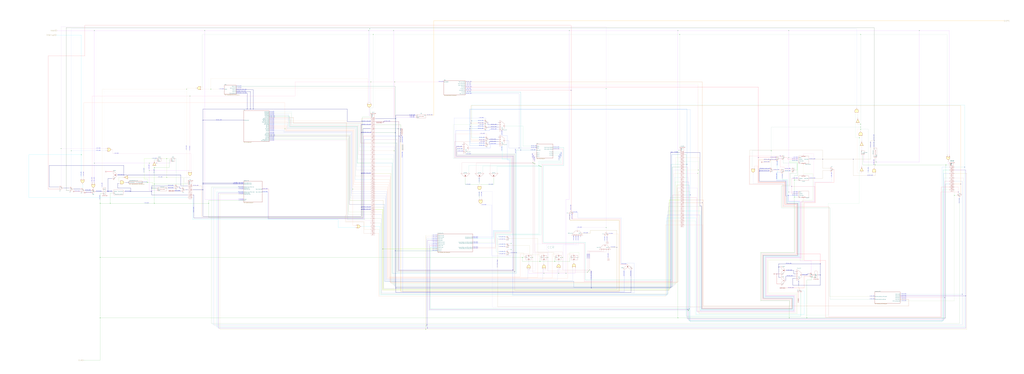
<source format=kicad_sch>
(kicad_sch (version 20211123) (generator eeschema)
  (paper "User" 2300 840.994)
  (lib_symbols
    (symbol "4071_1" (pin_numbers hide) (pin_names (offset 1.016) hide)
      (property "Reference" "U" (at 0 1.27 0))
      (property "Value" "4071_1" (at 0 -1.27 0))
      (symbol "4071_1_1_1"
        (pin input line (at -7.62 2.54 0) (length 4.318) (name "~") (number "1"))
        (pin input line (at -7.62 -2.54 0) (length 4.318) (name "~") (number "2"))
        (pin output line (at 7.62 0 180) (length 3.81) (name "~") (number "3"))
      )
      (symbol "4071_1_1_2"
        (pin input inverted (at -7.62 2.54 0) (length 3.81) (name "~") (number "1"))
        (pin input inverted (at -7.62 -2.54 0) (length 3.81) (name "~") (number "2"))
        (pin output inverted (at 7.62 0 180) (length 3.81) (name "~") (number "3"))
      )
      (symbol "4071_1_2_1"
        (pin output line (at 7.62 0 180) (length 3.81) (name "~") (number "4"))
        (pin input line (at -7.62 2.54 0) (length 4.318) (name "~") (number "5"))
        (pin input line (at -7.62 -2.54 0) (length 4.318) (name "~") (number "6"))
      )
      (symbol "4071_1_2_2"
        (pin output inverted (at 7.62 0 180) (length 3.81) (name "~") (number "4"))
        (pin input inverted (at -7.62 2.54 0) (length 3.81) (name "~") (number "5"))
        (pin input inverted (at -7.62 -2.54 0) (length 3.81) (name "~") (number "6"))
      )
      (symbol "4071_1_3_1"
        (pin output line (at 7.62 0 180) (length 3.81) (name "~") (number "10"))
        (pin input line (at -7.62 2.54 0) (length 4.318) (name "~") (number "8"))
        (pin input line (at -7.62 -2.54 0) (length 4.318) (name "~") (number "9"))
      )
      (symbol "4071_1_3_2"
        (pin output inverted (at 7.62 0 180) (length 3.81) (name "~") (number "10"))
        (pin input inverted (at -7.62 2.54 0) (length 3.81) (name "~") (number "8"))
        (pin input inverted (at -7.62 -2.54 0) (length 3.81) (name "~") (number "9"))
      )
      (symbol "4071_1_4_1"
        (pin output line (at 7.62 0 180) (length 3.81) (name "~") (number "11"))
        (pin input line (at -7.62 2.54 0) (length 4.318) (name "~") (number "12"))
        (pin input line (at -7.62 -2.54 0) (length 4.318) (name "~") (number "13"))
      )
      (symbol "4071_1_4_2"
        (pin output inverted (at 7.62 0 180) (length 3.81) (name "~") (number "11"))
        (pin input inverted (at -7.62 2.54 0) (length 3.81) (name "~") (number "12"))
        (pin input inverted (at -7.62 -2.54 0) (length 3.81) (name "~") (number "13"))
      )
      (symbol "4071_1_5_0"
        (pin power_in line (at 0 12.7 270) (length 5.08) (name "VDD") (number "14"))
        (pin power_in line (at 0 -12.7 90) (length 5.08) (name "VSS") (number "7"))
      )
    )
    (symbol "4071_2" (pin_numbers hide) (pin_names (offset 1.016) hide)
      (property "Reference" "U" (at 0 1.27 0))
      (property "Value" "4071_2" (at 0 -1.27 0))
      (symbol "4071_2_1_1"
        (pin input line (at -7.62 2.54 0) (length 4.318) (name "~") (number "1"))
        (pin input line (at -7.62 -2.54 0) (length 4.318) (name "~") (number "2"))
        (pin output line (at 7.62 0 180) (length 3.81) (name "~") (number "3"))
      )
      (symbol "4071_2_1_2"
        (pin input inverted (at -7.62 2.54 0) (length 3.81) (name "~") (number "1"))
        (pin input inverted (at -7.62 -2.54 0) (length 3.81) (name "~") (number "2"))
        (pin output inverted (at 7.62 0 180) (length 3.81) (name "~") (number "3"))
      )
      (symbol "4071_2_2_1"
        (pin output line (at 7.62 0 180) (length 3.81) (name "~") (number "4"))
        (pin input line (at -7.62 2.54 0) (length 4.318) (name "~") (number "5"))
        (pin input line (at -7.62 -2.54 0) (length 4.318) (name "~") (number "6"))
      )
      (symbol "4071_2_2_2"
        (pin output inverted (at 7.62 0 180) (length 3.81) (name "~") (number "4"))
        (pin input inverted (at -7.62 2.54 0) (length 3.81) (name "~") (number "5"))
        (pin input inverted (at -7.62 -2.54 0) (length 3.81) (name "~") (number "6"))
      )
      (symbol "4071_2_3_1"
        (pin output line (at 7.62 0 180) (length 3.81) (name "~") (number "10"))
        (pin input line (at -7.62 2.54 0) (length 4.318) (name "~") (number "8"))
        (pin input line (at -7.62 -2.54 0) (length 4.318) (name "~") (number "9"))
      )
      (symbol "4071_2_3_2"
        (pin output inverted (at 7.62 0 180) (length 3.81) (name "~") (number "10"))
        (pin input inverted (at -7.62 2.54 0) (length 3.81) (name "~") (number "8"))
        (pin input inverted (at -7.62 -2.54 0) (length 3.81) (name "~") (number "9"))
      )
      (symbol "4071_2_4_1"
        (pin output line (at 7.62 0 180) (length 3.81) (name "~") (number "11"))
        (pin input line (at -7.62 2.54 0) (length 4.318) (name "~") (number "12"))
        (pin input line (at -7.62 -2.54 0) (length 4.318) (name "~") (number "13"))
      )
      (symbol "4071_2_4_2"
        (pin output inverted (at 7.62 0 180) (length 3.81) (name "~") (number "11"))
        (pin input inverted (at -7.62 2.54 0) (length 3.81) (name "~") (number "12"))
        (pin input inverted (at -7.62 -2.54 0) (length 3.81) (name "~") (number "13"))
      )
      (symbol "4071_2_5_0"
        (pin power_in line (at 0 12.7 270) (length 5.08) (name "VDD") (number "14"))
        (pin power_in line (at 0 -12.7 90) (length 5.08) (name "VSS") (number "7"))
      )
    )
    (symbol "4071_3" (pin_numbers hide) (pin_names (offset 1.016) hide)
      (property "Reference" "U" (at 0 1.27 0))
      (property "Value" "4071_3" (at 0 -1.27 0))
      (symbol "4071_3_1_1"
        (pin input line (at -7.62 2.54 0) (length 4.318) (name "~") (number "1"))
        (pin input line (at -7.62 -2.54 0) (length 4.318) (name "~") (number "2"))
        (pin output line (at 7.62 0 180) (length 3.81) (name "~") (number "3"))
      )
      (symbol "4071_3_1_2"
        (pin input inverted (at -7.62 2.54 0) (length 3.81) (name "~") (number "1"))
        (pin input inverted (at -7.62 -2.54 0) (length 3.81) (name "~") (number "2"))
        (pin output inverted (at 7.62 0 180) (length 3.81) (name "~") (number "3"))
      )
      (symbol "4071_3_2_1"
        (pin output line (at 7.62 0 180) (length 3.81) (name "~") (number "4"))
        (pin input line (at -7.62 2.54 0) (length 4.318) (name "~") (number "5"))
        (pin input line (at -7.62 -2.54 0) (length 4.318) (name "~") (number "6"))
      )
      (symbol "4071_3_2_2"
        (pin output inverted (at 7.62 0 180) (length 3.81) (name "~") (number "4"))
        (pin input inverted (at -7.62 2.54 0) (length 3.81) (name "~") (number "5"))
        (pin input inverted (at -7.62 -2.54 0) (length 3.81) (name "~") (number "6"))
      )
      (symbol "4071_3_3_1"
        (pin output line (at 7.62 0 180) (length 3.81) (name "~") (number "10"))
        (pin input line (at -7.62 2.54 0) (length 4.318) (name "~") (number "8"))
        (pin input line (at -7.62 -2.54 0) (length 4.318) (name "~") (number "9"))
      )
      (symbol "4071_3_3_2"
        (pin output inverted (at 7.62 0 180) (length 3.81) (name "~") (number "10"))
        (pin input inverted (at -7.62 2.54 0) (length 3.81) (name "~") (number "8"))
        (pin input inverted (at -7.62 -2.54 0) (length 3.81) (name "~") (number "9"))
      )
      (symbol "4071_3_4_1"
        (pin output line (at 7.62 0 180) (length 3.81) (name "~") (number "11"))
        (pin input line (at -7.62 2.54 0) (length 4.318) (name "~") (number "12"))
        (pin input line (at -7.62 -2.54 0) (length 4.318) (name "~") (number "13"))
      )
      (symbol "4071_3_4_2"
        (pin output inverted (at 7.62 0 180) (length 3.81) (name "~") (number "11"))
        (pin input inverted (at -7.62 2.54 0) (length 3.81) (name "~") (number "12"))
        (pin input inverted (at -7.62 -2.54 0) (length 3.81) (name "~") (number "13"))
      )
      (symbol "4071_3_5_0"
        (pin power_in line (at 0 12.7 270) (length 5.08) (name "VDD") (number "14"))
        (pin power_in line (at 0 -12.7 90) (length 5.08) (name "VSS") (number "7"))
      )
    )
    (symbol "4075_1" (pin_numbers hide) (pin_names (offset 1.016) hide)
      (property "Reference" "U" (at 0 1.27 0))
      (property "Value" "4075_1" (at 0 -1.27 0))
      (symbol "4075_1_1_1"
        (pin input line (at -7.62 2.54 0) (length 4.318) (name "~") (number "1"))
        (pin input line (at -7.62 0 0) (length 4.953) (name "~") (number "2"))
        (pin input line (at -7.62 -2.54 0) (length 4.318) (name "~") (number "8"))
        (pin output line (at 7.62 0 180) (length 3.81) (name "~") (number "9"))
      )
      (symbol "4075_1_1_2"
        (pin input inverted (at -7.62 2.54 0) (length 3.81) (name "~") (number "1"))
        (pin input inverted (at -7.62 0 0) (length 3.81) (name "~") (number "2"))
        (pin input inverted (at -7.62 -2.54 0) (length 3.81) (name "~") (number "8"))
        (pin output inverted (at 7.62 0 180) (length 3.81) (name "~") (number "9"))
      )
      (symbol "4075_1_2_1"
        (pin input line (at -7.62 2.54 0) (length 4.318) (name "~") (number "3"))
        (pin input line (at -7.62 0 0) (length 4.953) (name "~") (number "4"))
        (pin input line (at -7.62 -2.54 0) (length 4.318) (name "~") (number "5"))
        (pin output line (at 7.62 0 180) (length 3.81) (name "~") (number "6"))
      )
      (symbol "4075_1_2_2"
        (pin input inverted (at -7.62 2.54 0) (length 3.81) (name "~") (number "3"))
        (pin input inverted (at -7.62 0 0) (length 3.81) (name "~") (number "4"))
        (pin input inverted (at -7.62 -2.54 0) (length 3.81) (name "~") (number "5"))
        (pin output inverted (at 7.62 0 180) (length 3.81) (name "~") (number "6"))
      )
      (symbol "4075_1_3_1"
        (pin output line (at 7.62 0 180) (length 3.81) (name "~") (number "10"))
        (pin input line (at -7.62 2.54 0) (length 4.318) (name "~") (number "11"))
        (pin input line (at -7.62 0 0) (length 4.953) (name "~") (number "12"))
        (pin input line (at -7.62 -2.54 0) (length 4.318) (name "~") (number "13"))
      )
      (symbol "4075_1_3_2"
        (pin output inverted (at 7.62 0 180) (length 3.81) (name "~") (number "10"))
        (pin input inverted (at -7.62 2.54 0) (length 3.81) (name "~") (number "11"))
        (pin input inverted (at -7.62 0 0) (length 3.81) (name "~") (number "12"))
        (pin input inverted (at -7.62 -2.54 0) (length 3.81) (name "~") (number "13"))
      )
      (symbol "4075_1_4_0"
        (pin power_in line (at 0 12.7 270) (length 5.08) (name "VDD") (number "14"))
        (pin power_in line (at 0 -12.7 90) (length 5.08) (name "VSS") (number "7"))
      )
    )
    (symbol "4081_1" (pin_numbers hide) (pin_names (offset 1.016) hide)
      (property "Reference" "U" (at 0 1.27 0))
      (property "Value" "4081_1" (at 0 -1.27 0))
      (symbol "4081_1_1_1"
        (pin input line (at -7.62 2.54 0) (length 3.81) (name "~") (number "1"))
        (pin input line (at -7.62 -2.54 0) (length 3.81) (name "~") (number "2"))
        (pin output line (at 7.62 0 180) (length 3.81) (name "~") (number "3"))
      )
      (symbol "4081_1_1_2"
        (pin input inverted (at -7.62 2.54 0) (length 4.318) (name "~") (number "1"))
        (pin input inverted (at -7.62 -2.54 0) (length 4.318) (name "~") (number "2"))
        (pin output inverted (at 7.62 0 180) (length 3.81) (name "~") (number "3"))
      )
      (symbol "4081_1_2_1"
        (pin output line (at 7.62 0 180) (length 3.81) (name "~") (number "4"))
        (pin input line (at -7.62 2.54 0) (length 3.81) (name "~") (number "5"))
        (pin input line (at -7.62 -2.54 0) (length 3.81) (name "~") (number "6"))
      )
      (symbol "4081_1_2_2"
        (pin output inverted (at 7.62 0 180) (length 3.81) (name "~") (number "4"))
        (pin input inverted (at -7.62 2.54 0) (length 4.318) (name "~") (number "5"))
        (pin input inverted (at -7.62 -2.54 0) (length 4.318) (name "~") (number "6"))
      )
      (symbol "4081_1_3_1"
        (pin output line (at 7.62 0 180) (length 3.81) (name "~") (number "10"))
        (pin input line (at -7.62 2.54 0) (length 3.81) (name "~") (number "8"))
        (pin input line (at -7.62 -2.54 0) (length 3.81) (name "~") (number "9"))
      )
      (symbol "4081_1_3_2"
        (pin output inverted (at 7.62 0 180) (length 3.81) (name "~") (number "10"))
        (pin input inverted (at -7.62 2.54 0) (length 4.318) (name "~") (number "8"))
        (pin input inverted (at -7.62 -2.54 0) (length 4.318) (name "~") (number "9"))
      )
      (symbol "4081_1_4_1"
        (pin output line (at 7.62 0 180) (length 3.81) (name "~") (number "11"))
        (pin input line (at -7.62 2.54 0) (length 3.81) (name "~") (number "12"))
        (pin input line (at -7.62 -2.54 0) (length 3.81) (name "~") (number "13"))
      )
      (symbol "4081_1_4_2"
        (pin output inverted (at 7.62 0 180) (length 3.81) (name "~") (number "11"))
        (pin input inverted (at -7.62 2.54 0) (length 4.318) (name "~") (number "12"))
        (pin input inverted (at -7.62 -2.54 0) (length 4.318) (name "~") (number "13"))
      )
      (symbol "4081_1_5_0"
        (pin power_in line (at 0 12.7 270) (length 5.08) (name "VDD") (number "14"))
        (pin power_in line (at 0 -12.7 90) (length 5.08) (name "VSS") (number "7"))
      )
    )
    (symbol "4081_2" (pin_numbers hide) (pin_names (offset 1.016) hide)
      (property "Reference" "U" (at 0 1.27 0))
      (property "Value" "4081_2" (at 0 -1.27 0))
      (symbol "4081_2_1_1"
        (pin input line (at -7.62 2.54 0) (length 3.81) (name "~") (number "1"))
        (pin input line (at -7.62 -2.54 0) (length 3.81) (name "~") (number "2"))
        (pin output line (at 7.62 0 180) (length 3.81) (name "~") (number "3"))
      )
      (symbol "4081_2_1_2"
        (pin input inverted (at -7.62 2.54 0) (length 4.318) (name "~") (number "1"))
        (pin input inverted (at -7.62 -2.54 0) (length 4.318) (name "~") (number "2"))
        (pin output inverted (at 7.62 0 180) (length 3.81) (name "~") (number "3"))
      )
      (symbol "4081_2_2_1"
        (pin output line (at 7.62 0 180) (length 3.81) (name "~") (number "4"))
        (pin input line (at -7.62 2.54 0) (length 3.81) (name "~") (number "5"))
        (pin input line (at -7.62 -2.54 0) (length 3.81) (name "~") (number "6"))
      )
      (symbol "4081_2_2_2"
        (pin output inverted (at 7.62 0 180) (length 3.81) (name "~") (number "4"))
        (pin input inverted (at -7.62 2.54 0) (length 4.318) (name "~") (number "5"))
        (pin input inverted (at -7.62 -2.54 0) (length 4.318) (name "~") (number "6"))
      )
      (symbol "4081_2_3_1"
        (pin output line (at 7.62 0 180) (length 3.81) (name "~") (number "10"))
        (pin input line (at -7.62 2.54 0) (length 3.81) (name "~") (number "8"))
        (pin input line (at -7.62 -2.54 0) (length 3.81) (name "~") (number "9"))
      )
      (symbol "4081_2_3_2"
        (pin output inverted (at 7.62 0 180) (length 3.81) (name "~") (number "10"))
        (pin input inverted (at -7.62 2.54 0) (length 4.318) (name "~") (number "8"))
        (pin input inverted (at -7.62 -2.54 0) (length 4.318) (name "~") (number "9"))
      )
      (symbol "4081_2_4_1"
        (pin output line (at 7.62 0 180) (length 3.81) (name "~") (number "11"))
        (pin input line (at -7.62 2.54 0) (length 3.81) (name "~") (number "12"))
        (pin input line (at -7.62 -2.54 0) (length 3.81) (name "~") (number "13"))
      )
      (symbol "4081_2_4_2"
        (pin output inverted (at 7.62 0 180) (length 3.81) (name "~") (number "11"))
        (pin input inverted (at -7.62 2.54 0) (length 4.318) (name "~") (number "12"))
        (pin input inverted (at -7.62 -2.54 0) (length 4.318) (name "~") (number "13"))
      )
      (symbol "4081_2_5_0"
        (pin power_in line (at 0 12.7 270) (length 5.08) (name "VDD") (number "14"))
        (pin power_in line (at 0 -12.7 90) (length 5.08) (name "VSS") (number "7"))
      )
    )
    (symbol "4xxx:4071" (pin_numbers hide) (pin_names (offset 1.016) hide)
      (property "Reference" "U" (at 0 1.27 0))
      (property "Value" "4071" (at 0 -1.27 0))
      (symbol "4071_1_1"
        (pin input line (at -7.62 2.54 0) (length 4.318) (name "~") (number "1"))
        (pin input line (at -7.62 -2.54 0) (length 4.318) (name "~") (number "2"))
        (pin output line (at 7.62 0 180) (length 3.81) (name "~") (number "3"))
      )
      (symbol "4071_1_2"
        (pin input inverted (at -7.62 2.54 0) (length 3.81) (name "~") (number "1"))
        (pin input inverted (at -7.62 -2.54 0) (length 3.81) (name "~") (number "2"))
        (pin output inverted (at 7.62 0 180) (length 3.81) (name "~") (number "3"))
      )
      (symbol "4071_2_1"
        (pin output line (at 7.62 0 180) (length 3.81) (name "~") (number "4"))
        (pin input line (at -7.62 2.54 0) (length 4.318) (name "~") (number "5"))
        (pin input line (at -7.62 -2.54 0) (length 4.318) (name "~") (number "6"))
      )
      (symbol "4071_2_2"
        (pin output inverted (at 7.62 0 180) (length 3.81) (name "~") (number "4"))
        (pin input inverted (at -7.62 2.54 0) (length 3.81) (name "~") (number "5"))
        (pin input inverted (at -7.62 -2.54 0) (length 3.81) (name "~") (number "6"))
      )
      (symbol "4071_3_1"
        (pin output line (at 7.62 0 180) (length 3.81) (name "~") (number "10"))
        (pin input line (at -7.62 2.54 0) (length 4.318) (name "~") (number "8"))
        (pin input line (at -7.62 -2.54 0) (length 4.318) (name "~") (number "9"))
      )
      (symbol "4071_3_2"
        (pin output inverted (at 7.62 0 180) (length 3.81) (name "~") (number "10"))
        (pin input inverted (at -7.62 2.54 0) (length 3.81) (name "~") (number "8"))
        (pin input inverted (at -7.62 -2.54 0) (length 3.81) (name "~") (number "9"))
      )
      (symbol "4071_4_1"
        (pin output line (at 7.62 0 180) (length 3.81) (name "~") (number "11"))
        (pin input line (at -7.62 2.54 0) (length 4.318) (name "~") (number "12"))
        (pin input line (at -7.62 -2.54 0) (length 4.318) (name "~") (number "13"))
      )
      (symbol "4071_4_2"
        (pin output inverted (at 7.62 0 180) (length 3.81) (name "~") (number "11"))
        (pin input inverted (at -7.62 2.54 0) (length 3.81) (name "~") (number "12"))
        (pin input inverted (at -7.62 -2.54 0) (length 3.81) (name "~") (number "13"))
      )
      (symbol "4071_5_0"
        (pin power_in line (at 0 12.7 270) (length 5.08) (name "VDD") (number "14"))
        (pin power_in line (at 0 -12.7 90) (length 5.08) (name "VSS") (number "7"))
      )
    )
    (symbol "4xxx:4072" (pin_numbers hide) (pin_names (offset 1.016) hide)
      (property "Reference" "U" (at 0 1.27 0))
      (property "Value" "4072" (at 0 -1.27 0))
      (symbol "4072_1_1"
        (pin output line (at 7.62 0 180) (length 3.81) (name "~") (number "1"))
        (pin input line (at -7.62 3.81 0) (length 3.81) (name "~") (number "2"))
        (pin input line (at -7.62 1.27 0) (length 4.826) (name "~") (number "3"))
        (pin input line (at -7.62 -1.27 0) (length 4.826) (name "~") (number "4"))
        (pin input line (at -7.62 -3.81 0) (length 3.81) (name "~") (number "5"))
      )
      (symbol "4072_1_2"
        (pin output inverted (at 7.62 0 180) (length 3.81) (name "~") (number "1"))
        (pin input inverted (at -7.62 3.81 0) (length 3.81) (name "~") (number "2"))
        (pin input inverted (at -7.62 1.27 0) (length 3.81) (name "~") (number "3"))
        (pin input inverted (at -7.62 -1.27 0) (length 3.81) (name "~") (number "4"))
        (pin input inverted (at -7.62 -3.81 0) (length 3.81) (name "~") (number "5"))
      )
      (symbol "4072_2_1"
        (pin input line (at -7.62 1.27 0) (length 4.826) (name "~") (number "10"))
        (pin input line (at -7.62 -1.27 0) (length 4.826) (name "~") (number "11"))
        (pin input line (at -7.62 -3.81 0) (length 3.81) (name "~") (number "12"))
        (pin output line (at 7.62 0 180) (length 3.81) (name "~") (number "13"))
        (pin input line (at -7.62 3.81 0) (length 3.81) (name "~") (number "9"))
      )
      (symbol "4072_2_2"
        (pin input inverted (at -7.62 1.27 0) (length 3.81) (name "~") (number "10"))
        (pin input inverted (at -7.62 -1.27 0) (length 3.81) (name "~") (number "11"))
        (pin input inverted (at -7.62 -3.81 0) (length 3.81) (name "~") (number "12"))
        (pin output inverted (at 7.62 0 180) (length 3.81) (name "~") (number "13"))
        (pin input inverted (at -7.62 3.81 0) (length 3.81) (name "~") (number "9"))
      )
      (symbol "4072_3_0"
        (pin power_in line (at 0 12.7 270) (length 5.08) (name "VDD") (number "14"))
        (pin power_in line (at 0 -12.7 90) (length 5.08) (name "VSS") (number "7"))
      )
    )
    (symbol "4xxx:4073" (pin_numbers hide) (pin_names (offset 1.016) hide)
      (property "Reference" "U" (at 0 1.27 0))
      (property "Value" "4073" (at 0 -1.27 0))
      (symbol "4073_1_1"
        (pin input line (at -7.62 2.54 0) (length 3.81) (name "~") (number "1"))
        (pin input line (at -7.62 0 0) (length 3.81) (name "~") (number "2"))
        (pin input line (at -7.62 -2.54 0) (length 3.81) (name "~") (number "8"))
        (pin output line (at 7.62 0 180) (length 3.81) (name "~") (number "9"))
      )
      (symbol "4073_1_2"
        (pin input inverted (at -7.62 2.54 0) (length 4.318) (name "~") (number "1"))
        (pin input inverted (at -7.62 0 0) (length 4.953) (name "~") (number "2"))
        (pin input inverted (at -7.62 -2.54 0) (length 4.318) (name "~") (number "8"))
        (pin output inverted (at 7.62 0 180) (length 3.81) (name "~") (number "9"))
      )
      (symbol "4073_2_1"
        (pin input line (at -7.62 2.54 0) (length 3.81) (name "~") (number "3"))
        (pin input line (at -7.62 0 0) (length 3.81) (name "~") (number "4"))
        (pin input line (at -7.62 -2.54 0) (length 3.81) (name "~") (number "5"))
        (pin output line (at 7.62 0 180) (length 3.81) (name "~") (number "6"))
      )
      (symbol "4073_2_2"
        (pin input inverted (at -7.62 2.54 0) (length 4.318) (name "~") (number "3"))
        (pin input inverted (at -7.62 0 0) (length 4.953) (name "~") (number "4"))
        (pin input inverted (at -7.62 -2.54 0) (length 4.318) (name "~") (number "5"))
        (pin output inverted (at 7.62 0 180) (length 3.81) (name "~") (number "6"))
      )
      (symbol "4073_3_1"
        (pin output line (at 7.62 0 180) (length 3.81) (name "~") (number "10"))
        (pin input line (at -7.62 2.54 0) (length 3.81) (name "~") (number "11"))
        (pin input line (at -7.62 0 0) (length 3.81) (name "~") (number "12"))
        (pin input line (at -7.62 -2.54 0) (length 3.81) (name "~") (number "13"))
      )
      (symbol "4073_3_2"
        (pin output inverted (at 7.62 0 180) (length 3.81) (name "~") (number "10"))
        (pin input inverted (at -7.62 2.54 0) (length 4.318) (name "~") (number "11"))
        (pin input inverted (at -7.62 0 0) (length 4.953) (name "~") (number "12"))
        (pin input inverted (at -7.62 -2.54 0) (length 4.318) (name "~") (number "13"))
      )
      (symbol "4073_4_0"
        (pin power_in line (at 0 12.7 270) (length 5.08) (name "VDD") (number "14"))
        (pin power_in line (at 0 -12.7 90) (length 5.08) (name "VSS") (number "7"))
      )
    )
    (symbol "4xxx:4075" (pin_numbers hide) (pin_names (offset 1.016) hide)
      (property "Reference" "U" (at 0 1.27 0))
      (property "Value" "4075" (at 0 -1.27 0))
      (symbol "4075_1_1"
        (pin input line (at -7.62 2.54 0) (length 4.318) (name "~") (number "1"))
        (pin input line (at -7.62 0 0) (length 4.953) (name "~") (number "2"))
        (pin input line (at -7.62 -2.54 0) (length 4.318) (name "~") (number "8"))
        (pin output line (at 7.62 0 180) (length 3.81) (name "~") (number "9"))
      )
      (symbol "4075_1_2"
        (pin input inverted (at -7.62 2.54 0) (length 3.81) (name "~") (number "1"))
        (pin input inverted (at -7.62 0 0) (length 3.81) (name "~") (number "2"))
        (pin input inverted (at -7.62 -2.54 0) (length 3.81) (name "~") (number "8"))
        (pin output inverted (at 7.62 0 180) (length 3.81) (name "~") (number "9"))
      )
      (symbol "4075_2_1"
        (pin input line (at -7.62 2.54 0) (length 4.318) (name "~") (number "3"))
        (pin input line (at -7.62 0 0) (length 4.953) (name "~") (number "4"))
        (pin input line (at -7.62 -2.54 0) (length 4.318) (name "~") (number "5"))
        (pin output line (at 7.62 0 180) (length 3.81) (name "~") (number "6"))
      )
      (symbol "4075_2_2"
        (pin input inverted (at -7.62 2.54 0) (length 3.81) (name "~") (number "3"))
        (pin input inverted (at -7.62 0 0) (length 3.81) (name "~") (number "4"))
        (pin input inverted (at -7.62 -2.54 0) (length 3.81) (name "~") (number "5"))
        (pin output inverted (at 7.62 0 180) (length 3.81) (name "~") (number "6"))
      )
      (symbol "4075_3_1"
        (pin output line (at 7.62 0 180) (length 3.81) (name "~") (number "10"))
        (pin input line (at -7.62 2.54 0) (length 4.318) (name "~") (number "11"))
        (pin input line (at -7.62 0 0) (length 4.953) (name "~") (number "12"))
        (pin input line (at -7.62 -2.54 0) (length 4.318) (name "~") (number "13"))
      )
      (symbol "4075_3_2"
        (pin output inverted (at 7.62 0 180) (length 3.81) (name "~") (number "10"))
        (pin input inverted (at -7.62 2.54 0) (length 3.81) (name "~") (number "11"))
        (pin input inverted (at -7.62 0 0) (length 3.81) (name "~") (number "12"))
        (pin input inverted (at -7.62 -2.54 0) (length 3.81) (name "~") (number "13"))
      )
      (symbol "4075_4_0"
        (pin power_in line (at 0 12.7 270) (length 5.08) (name "VDD") (number "14"))
        (pin power_in line (at 0 -12.7 90) (length 5.08) (name "VSS") (number "7"))
      )
    )
    (symbol "4xxx:4081" (pin_numbers hide) (pin_names (offset 1.016) hide)
      (property "Reference" "U" (at 0 1.27 0))
      (property "Value" "4081" (at 0 -1.27 0))
      (symbol "4081_1_1"
        (pin input line (at -7.62 2.54 0) (length 3.81) (name "~") (number "1"))
        (pin input line (at -7.62 -2.54 0) (length 3.81) (name "~") (number "2"))
        (pin output line (at 7.62 0 180) (length 3.81) (name "~") (number "3"))
      )
      (symbol "4081_1_2"
        (pin input inverted (at -7.62 2.54 0) (length 4.318) (name "~") (number "1"))
        (pin input inverted (at -7.62 -2.54 0) (length 4.318) (name "~") (number "2"))
        (pin output inverted (at 7.62 0 180) (length 3.81) (name "~") (number "3"))
      )
      (symbol "4081_2_1"
        (pin output line (at 7.62 0 180) (length 3.81) (name "~") (number "4"))
        (pin input line (at -7.62 2.54 0) (length 3.81) (name "~") (number "5"))
        (pin input line (at -7.62 -2.54 0) (length 3.81) (name "~") (number "6"))
      )
      (symbol "4081_2_2"
        (pin output inverted (at 7.62 0 180) (length 3.81) (name "~") (number "4"))
        (pin input inverted (at -7.62 2.54 0) (length 4.318) (name "~") (number "5"))
        (pin input inverted (at -7.62 -2.54 0) (length 4.318) (name "~") (number "6"))
      )
      (symbol "4081_3_1"
        (pin output line (at 7.62 0 180) (length 3.81) (name "~") (number "10"))
        (pin input line (at -7.62 2.54 0) (length 3.81) (name "~") (number "8"))
        (pin input line (at -7.62 -2.54 0) (length 3.81) (name "~") (number "9"))
      )
      (symbol "4081_3_2"
        (pin output inverted (at 7.62 0 180) (length 3.81) (name "~") (number "10"))
        (pin input inverted (at -7.62 2.54 0) (length 4.318) (name "~") (number "8"))
        (pin input inverted (at -7.62 -2.54 0) (length 4.318) (name "~") (number "9"))
      )
      (symbol "4081_4_1"
        (pin output line (at 7.62 0 180) (length 3.81) (name "~") (number "11"))
        (pin input line (at -7.62 2.54 0) (length 3.81) (name "~") (number "12"))
        (pin input line (at -7.62 -2.54 0) (length 3.81) (name "~") (number "13"))
      )
      (symbol "4081_4_2"
        (pin output inverted (at 7.62 0 180) (length 3.81) (name "~") (number "11"))
        (pin input inverted (at -7.62 2.54 0) (length 4.318) (name "~") (number "12"))
        (pin input inverted (at -7.62 -2.54 0) (length 4.318) (name "~") (number "13"))
      )
      (symbol "4081_5_0"
        (pin power_in line (at 0 12.7 270) (length 5.08) (name "VDD") (number "14"))
        (pin power_in line (at 0 -12.7 90) (length 5.08) (name "VSS") (number "7"))
      )
    )
    (symbol "74LS04_1" (pin_numbers hide) (pin_names hide)
      (property "Reference" "U" (at 0 1.27 0))
      (property "Value" "74LS04_1" (at 0 -1.27 0))
      (symbol "74LS04_1_1_0"
        (pin input line (at -7.62 0 0) (length 3.81) (name "~") (number "1"))
        (pin output inverted (at 7.62 0 180) (length 3.81) (name "~") (number "2"))
      )
      (symbol "74LS04_1_2_0"
        (pin input line (at -7.62 0 0) (length 3.81) (name "~") (number "3"))
        (pin output inverted (at 7.62 0 180) (length 3.81) (name "~") (number "4"))
      )
      (symbol "74LS04_1_3_0"
        (pin input line (at -7.62 0 0) (length 3.81) (name "~") (number "5"))
        (pin output inverted (at 7.62 0 180) (length 3.81) (name "~") (number "6"))
      )
      (symbol "74LS04_1_4_0"
        (pin output inverted (at 7.62 0 180) (length 3.81) (name "~") (number "8"))
        (pin input line (at -7.62 0 0) (length 3.81) (name "~") (number "9"))
      )
      (symbol "74LS04_1_5_0"
        (pin output inverted (at 7.62 0 180) (length 3.81) (name "~") (number "10"))
        (pin input line (at -7.62 0 0) (length 3.81) (name "~") (number "11"))
      )
      (symbol "74LS04_1_6_0"
        (pin output inverted (at 7.62 0 180) (length 3.81) (name "~") (number "12"))
        (pin input line (at -7.62 0 0) (length 3.81) (name "~") (number "13"))
      )
      (symbol "74LS04_1_7_0"
        (pin power_in line (at 0 12.7 270) (length 5.08) (name "VCC") (number "14"))
        (pin power_in line (at 0 -12.7 90) (length 5.08) (name "GND") (number "7"))
      )
    )
    (symbol "74LS04_2" (pin_numbers hide) (pin_names hide)
      (property "Reference" "U" (at 0 1.27 0))
      (property "Value" "74LS04_2" (at 0 -1.27 0))
      (symbol "74LS04_2_1_0"
        (pin input line (at -7.62 0 0) (length 3.81) (name "~") (number "1"))
        (pin output inverted (at 7.62 0 180) (length 3.81) (name "~") (number "2"))
      )
      (symbol "74LS04_2_2_0"
        (pin input line (at -7.62 0 0) (length 3.81) (name "~") (number "3"))
        (pin output inverted (at 7.62 0 180) (length 3.81) (name "~") (number "4"))
      )
      (symbol "74LS04_2_3_0"
        (pin input line (at -7.62 0 0) (length 3.81) (name "~") (number "5"))
        (pin output inverted (at 7.62 0 180) (length 3.81) (name "~") (number "6"))
      )
      (symbol "74LS04_2_4_0"
        (pin output inverted (at 7.62 0 180) (length 3.81) (name "~") (number "8"))
        (pin input line (at -7.62 0 0) (length 3.81) (name "~") (number "9"))
      )
      (symbol "74LS04_2_5_0"
        (pin output inverted (at 7.62 0 180) (length 3.81) (name "~") (number "10"))
        (pin input line (at -7.62 0 0) (length 3.81) (name "~") (number "11"))
      )
      (symbol "74LS04_2_6_0"
        (pin output inverted (at 7.62 0 180) (length 3.81) (name "~") (number "12"))
        (pin input line (at -7.62 0 0) (length 3.81) (name "~") (number "13"))
      )
      (symbol "74LS04_2_7_0"
        (pin power_in line (at 0 12.7 270) (length 5.08) (name "VCC") (number "14"))
        (pin power_in line (at 0 -12.7 90) (length 5.08) (name "GND") (number "7"))
      )
    )
    (symbol "computerArchProj:Adder"
      (property "Reference" "U" (at 0 3.81 0))
      (property "Value" "Adder" (at 0 6.35 0))
      (symbol "Adder_0_0"
        (text "+" (at 0 0 0) (effects (font (size 3 3) bold)))
      )
      (symbol "Adder_1_1"
        (pin input line (at -7.62 7.62 270) (length 2.54) (name "") (number ""))
        (pin output line (at 0 -5.08 90) (length 2.54) (name "") (number ""))
        (pin input line (at 7.62 7.62 270) (length 2.54) (name "") (number ""))
        (pin output line (at -11.43 3.81 0) (length 2.54) (name "C") (number ""))
        (pin output line (at -8.89 1.27 0) (length 2.54) (name "N") (number ""))
        (pin output line (at -10.16 2.54 0) (length 2.54) (name "Z") (number ""))
      )
    )
    (symbol "computerArchProj:CCR"
      (property "Reference" "U" (at -12.7 16.51 0))
      (property "Value" "CCR" (at 7.62 17.78 0))
      (symbol "CCR_0_0"
        (text "C" (at 26.67 0 0) (effects (font (size 4 4))))
        (text "INT" (at 62.23 0 0) (effects (font (size 3 3))))
        (text "N" (at -6.35 0 0) (effects (font (size 4 4))))
        (text "reset" (at -40.64 -3.81 0) (effects (font (size 1.27 1.27))))
        (text "reset" (at -6.35 -3.81 0) (effects (font (size 1.27 1.27))))
        (text "reset" (at 26.67 -3.81 0) (effects (font (size 1.27 1.27))))
        (text "reset" (at 60.96 -3.81 0) (effects (font (size 1.27 1.27))))
        (text "set" (at -40.64 3.81 0) (effects (font (size 1.27 1.27))))
        (text "set" (at -6.35 3.81 0) (effects (font (size 1.27 1.27))))
        (text "set" (at 26.67 3.81 0) (effects (font (size 1.27 1.27))))
        (text "set" (at 60.96 3.81 0) (effects (font (size 1.27 1.27))))
        (text "Z" (at -40.64 0 0) (effects (font (size 4 4))))
      )
      (symbol "CCR_1_1"
        (pin input clock (at -40.64 -7.62 90) (length 2.54) (name "") (number ""))
        (pin input clock (at -40.64 7.62 270) (length 2.54) (name "") (number ""))
        (pin input clock (at -6.35 -7.62 90) (length 2.54) (name "") (number ""))
        (pin input clock (at -6.35 7.62 270) (length 2.54) (name "") (number ""))
        (pin input clock (at 26.67 -7.62 90) (length 2.54) (name "") (number ""))
        (pin input clock (at 26.67 7.62 270) (length 2.54) (name "") (number ""))
        (pin input clock (at 60.96 -7.62 90) (length 2.54) (name "") (number ""))
        (pin input clock (at 60.96 7.62 270) (length 2.54) (name "") (number ""))
        (pin input clock (at -49.53 0 0) (length 2.54) (name "CLK") (number ""))
        (pin input clock (at -15.24 0 0) (length 2.54) (name "CLK") (number ""))
        (pin input clock (at 17.78 0 0) (length 2.54) (name "CLK") (number ""))
        (pin input clock (at 52.07 0 0) (length 2.54) (name "CLK") (number ""))
        (pin input line (at -49.53 2.54 0) (length 2.54) (name "in") (number ""))
        (pin input line (at -15.24 2.54 0) (length 2.54) (name "in") (number ""))
        (pin input line (at 17.78 2.54 0) (length 2.54) (name "in") (number ""))
        (pin input line (at 52.07 2.54 0) (length 2.54) (name "in") (number ""))
        (pin output line (at -31.75 0 180) (length 2.54) (name "out") (number ""))
        (pin output line (at 2.54 0 180) (length 2.54) (name "out") (number ""))
        (pin output line (at 35.56 0 180) (length 2.54) (name "out") (number ""))
        (pin output line (at 72.39 0 180) (length 2.54) (name "out") (number ""))
      )
    )
    (symbol "computerArchProj:Demux_4x2"
      (property "Reference" "U" (at 3.81 6.35 0))
      (property "Value" "Demux_4x2" (at 13.97 -6.35 0))
      (symbol "Demux_4x2_0_0"
        (text "in" (at 0 3.81 0) (effects (font (size 1.27 1.27))))
        (text "out0" (at 7.62 -3.81 0) (effects (font (size 1.27 1.27))))
        (text "out1" (at 2.54 -3.81 0) (effects (font (size 1.27 1.27))))
        (text "out2" (at -2.54 -3.81 0) (effects (font (size 1.27 1.27))))
        (text "out3" (at -7.62 -3.81 0) (effects (font (size 1.27 1.27))))
      )
      (symbol "Demux_4x2_1_1"
        (pin output line (at -7.62 -7.62 90) (length 2.54) (name "") (number ""))
        (pin output line (at -2.54 -7.62 90) (length 2.54) (name "") (number ""))
        (pin input line (at 0 7.62 270) (length 2.54) (name "") (number ""))
        (pin output line (at 2.54 -7.62 90) (length 2.54) (name "") (number ""))
        (pin output line (at 7.62 -7.62 90) (length 2.54) (name "") (number ""))
        (pin input line (at 11.43 0 180) (length 2.54) (name "select") (number ""))
      )
    )
    (symbol "computerArchProj:EX_MEM"
      (property "Reference" "U" (at 0 55.88 0))
      (property "Value" "EX_MEM" (at 0 -127 0))
      (symbol "EX_MEM_0_0"
        (text "1-bit" (at 1.27 -120.65 900) (effects (font (size 0.75 0.75))))
        (text "1-bit" (at 1.27 -111.76 900) (effects (font (size 0.75 0.75))))
        (text "1-bit" (at 1.27 -105.41 900) (effects (font (size 0.75 0.75))))
        (text "1-bit" (at 1.27 -90.17 900) (effects (font (size 0.75 0.75))))
        (text "1-bit" (at 1.27 -80.01 900) (effects (font (size 0.75 0.75))))
        (text "1-bit" (at 1.27 -45.72 900) (effects (font (size 0.75 0.75))))
        (text "1-bit" (at 1.27 -38.1 900) (effects (font (size 0.75 0.75))))
        (text "1-bit" (at 1.27 -24.13 900) (effects (font (size 0.75 0.75))))
        (text "1-bit" (at 1.27 -13.97 900) (effects (font (size 0.75 0.75))))
        (text "1-bit" (at 1.27 -5.08 900) (effects (font (size 0.75 0.75))))
        (text "1-bit" (at 1.27 2.54 900) (effects (font (size 0.75 0.75))))
        (text "1-bit" (at 1.27 22.86 900) (effects (font (size 0.75 0.75))))
        (text "1-bit" (at 1.27 30.48 900) (effects (font (size 0.75 0.75))))
        (text "124 bit width" (at 0 53.34 0) (effects (font (size 1.27 1.27))))
        (text "16-bit" (at 1.27 -99.06 900) (effects (font (size 0.75 0.75))))
        (text "16-bit" (at 1.27 -71.12 900) (effects (font (size 0.75 0.75))))
        (text "16-bit" (at 1.27 -53.34 900) (effects (font (size 0.75 0.75))))
        (text "16-bit" (at 1.27 15.24 900) (effects (font (size 0.75 0.75))))
        (text "2-bit" (at 1.27 36.83 900) (effects (font (size 0.75 0.75))))
        (text "3-bit" (at 1.27 -64.77 900) (effects (font (size 0.75 0.75))))
        (text "3-bit" (at 1.27 -31.75 900) (effects (font (size 0.75 0.75))))
        (text "3-bit" (at 1.27 8.89 900) (effects (font (size 0.75 0.75))))
        (text "32-bits" (at 1.27 41.91 900) (effects (font (size 0.75 0.75))))
        (text "4-bit" (at 1.27 -59.69 900) (effects (font (size 0.75 0.75))))
        (text "flags_push_pop" (at -1.27 -120.65 900) (effects (font (size 0.75 0.75))))
        (text "INT" (at -1.27 -105.41 900) (effects (font (size 1.1 1.1))))
        (text "mem_addr_src" (at -1.27 -90.17 900) (effects (font (size 0.9 0.9))))
        (text "mem_data_src" (at -1.27 -80.01 900) (effects (font (size 0.9 0.9))))
        (text "mem_read" (at -1.27 -5.08 900) (effects (font (size 1 1))))
        (text "mem_type" (at -1.27 -38.1 900) (effects (font (size 1 1))))
        (text "mem_write" (at -1.27 2.54 900) (effects (font (size 1 1))))
        (text "memToReg" (at -1.27 -45.72 900) (effects (font (size 0.9 0.9))))
        (text "PC" (at -1.27 41.91 900) (effects (font (size 2 2))))
        (text "PC_push_pop" (at -1.27 -111.76 900) (effects (font (size 0.75 0.75))))
        (text "port" (at -1.27 -59.69 900) (effects (font (size 1.5 1.5))))
        (text "port_read" (at -1.27 22.86 900) (effects (font (size 1 1))))
        (text "port_write" (at -1.27 30.48 900) (effects (font (size 1 1))))
        (text "Rdst1" (at -1.27 8.89 900) (effects (font (size 1.1 1.1))))
        (text "Rdst1_val" (at -1.27 15.24 900) (effects (font (size 1 1))))
        (text "Rdst2" (at -1.27 -31.75 900) (effects (font (size 1 1))))
        (text "Rdst2_val" (at -1.27 -53.34 900) (effects (font (size 1 1))))
        (text "Rdst_val" (at -1.27 -99.06 900) (effects (font (size 1.1 1.1))))
        (text "reghigh_write" (at -1.27 -24.13 900) (effects (font (size 1 1))))
        (text "reglow_write" (at -1.27 -13.97 900) (effects (font (size 1 1))))
        (text "Rsrc" (at -1.27 -64.77 900) (effects (font (size 1.2 1.2))))
        (text "Rsrc_val" (at -1.27 -71.12 900) (effects (font (size 1.2 1.2))))
        (text "SP_src" (at -1.27 36.83 900) (effects (font (size 1 1))))
      )
      (symbol "EX_MEM_1_1"
        (pin input line (at -6.35 -120.65 0) (length 2.54) (name "") (number ""))
        (pin input line (at -6.35 -111.76 0) (length 2.54) (name "") (number ""))
        (pin input line (at -6.35 -105.41 0) (length 2.54) (name "") (number ""))
        (pin input line (at -6.35 -99.06 0) (length 2.54) (name "") (number ""))
        (pin input line (at -6.35 -90.17 0) (length 2.54) (name "") (number ""))
        (pin input line (at -6.35 -80.01 0) (length 2.54) (name "") (number ""))
        (pin input line (at -6.35 -71.12 0) (length 2.54) (name "") (number ""))
        (pin input line (at -6.35 -64.77 0) (length 2.54) (name "") (number ""))
        (pin input line (at -6.35 -59.69 0) (length 2.54) (name "") (number ""))
        (pin input line (at -6.35 -53.34 0) (length 2.54) (name "") (number ""))
        (pin input line (at -6.35 -45.72 0) (length 2.54) (name "") (number ""))
        (pin input line (at -6.35 -38.1 0) (length 2.54) (name "") (number ""))
        (pin input line (at -6.35 -31.75 0) (length 2.54) (name "") (number ""))
        (pin input line (at -6.35 -24.13 0) (length 2.54) (name "") (number ""))
        (pin input line (at -6.35 -13.97 0) (length 2.54) (name "") (number ""))
        (pin input line (at -6.35 -5.08 0) (length 2.54) (name "") (number ""))
        (pin input line (at -6.35 2.54 0) (length 2.54) (name "") (number ""))
        (pin input line (at -6.35 8.89 0) (length 2.54) (name "") (number ""))
        (pin input line (at -6.35 15.24 0) (length 2.54) (name "") (number ""))
        (pin input line (at -6.35 21.59 0) (length 2.54) (name "") (number ""))
        (pin input line (at -6.35 30.48 0) (length 2.54) (name "") (number ""))
        (pin input line (at -6.35 36.83 0) (length 2.54) (name "") (number ""))
        (pin input line (at -6.35 41.91 0) (length 2.54) (name "") (number ""))
        (pin output line (at 5.08 -120.65 180) (length 2.54) (name "") (number ""))
        (pin output line (at 5.08 -111.76 180) (length 2.54) (name "") (number ""))
        (pin output line (at 5.08 -105.41 180) (length 2.54) (name "") (number ""))
        (pin output line (at 5.08 -99.06 180) (length 2.54) (name "") (number ""))
        (pin output line (at 5.08 -90.17 180) (length 2.54) (name "") (number ""))
        (pin output line (at 5.08 -80.01 180) (length 2.54) (name "") (number ""))
        (pin output line (at 5.08 -71.12 180) (length 2.54) (name "") (number ""))
        (pin output line (at 5.08 -64.77 180) (length 2.54) (name "") (number ""))
        (pin output line (at 5.08 -59.69 180) (length 2.54) (name "") (number ""))
        (pin output line (at 5.08 -53.34 180) (length 2.54) (name "") (number ""))
        (pin output line (at 5.08 -45.72 180) (length 2.54) (name "") (number ""))
        (pin output line (at 5.08 -38.1 180) (length 2.54) (name "") (number ""))
        (pin output line (at 5.08 -31.75 180) (length 2.54) (name "") (number ""))
        (pin output line (at 5.08 -24.13 180) (length 2.54) (name "") (number ""))
        (pin output line (at 5.08 -13.97 180) (length 2.54) (name "") (number ""))
        (pin output line (at 5.08 -5.08 180) (length 2.54) (name "") (number ""))
        (pin output line (at 5.08 2.54 180) (length 2.54) (name "") (number ""))
        (pin output line (at 5.08 8.89 180) (length 2.54) (name "") (number ""))
        (pin output line (at 5.08 15.24 180) (length 2.54) (name "") (number ""))
        (pin output line (at 5.08 21.59 180) (length 2.54) (name "") (number ""))
        (pin output line (at 5.08 30.48 180) (length 2.54) (name "") (number ""))
        (pin output line (at 5.08 36.83 180) (length 2.54) (name "") (number ""))
        (pin output line (at 5.08 41.91 180) (length 2.54) (name "") (number ""))
        (pin input clock (at -6.35 45.72 0) (length 2.54) (name "clk") (number ""))
        (pin input clock (at -6.35 48.26 0) (length 2.54) (name "reset") (number ""))
        (pin input clock (at -6.35 50.8 0) (length 2.54) (name "stall") (number ""))
      )
    )
    (symbol "computerArchProj:ID_EX"
      (property "Reference" "U" (at 0 104.14 0))
      (property "Value" "ID_EX" (at 0 -173.99 0))
      (symbol "ID_EX_0_0"
        (text "#imm" (at -1.27 76.2 900) (effects (font (size 1.5 1.5))))
        (text "1-bit" (at 1.27 -167.64 900) (effects (font (size 0.75 0.75))))
        (text "1-bit" (at 1.27 -158.75 900) (effects (font (size 0.75 0.75))))
        (text "1-bit" (at 1.27 -152.4 900) (effects (font (size 0.75 0.75))))
        (text "1-bit" (at 1.27 -144.78 900) (effects (font (size 0.75 0.75))))
        (text "1-bit" (at 1.27 -134.62 900) (effects (font (size 0.75 0.75))))
        (text "1-bit" (at 1.27 -125.73 900) (effects (font (size 0.75 0.75))))
        (text "1-bit" (at 1.27 -119.38 900) (effects (font (size 0.75 0.75))))
        (text "1-bit" (at 1.27 -88.9 900) (effects (font (size 0.75 0.75))))
        (text "1-bit" (at 1.27 -83.82 900) (effects (font (size 0.75 0.75))))
        (text "1-bit" (at 1.27 -78.74 900) (effects (font (size 0.75 0.75))))
        (text "1-bit" (at 1.27 -73.66 900) (effects (font (size 0.75 0.75))))
        (text "1-bit" (at 1.27 -68.58 900) (effects (font (size 0.75 0.75))))
        (text "1-bit" (at 1.27 -63.5 900) (effects (font (size 0.75 0.75))))
        (text "1-bit" (at 1.27 -58.42 900) (effects (font (size 0.75 0.75))))
        (text "1-bit" (at 1.27 -53.34 900) (effects (font (size 0.75 0.75))))
        (text "1-bit" (at 1.27 -46.99 900) (effects (font (size 0.75 0.75))))
        (text "1-bit" (at 1.27 -39.37 900) (effects (font (size 0.75 0.75))))
        (text "1-bit" (at 1.27 -25.4 900) (effects (font (size 0.75 0.75))))
        (text "1-bit" (at 1.27 -17.78 900) (effects (font (size 0.75 0.75))))
        (text "1-bit" (at 1.27 -1.27 900) (effects (font (size 0.75 0.75))))
        (text "1-bit" (at 1.27 8.89 900) (effects (font (size 0.75 0.75))))
        (text "1-bit" (at 1.27 17.78 900) (effects (font (size 0.75 0.75))))
        (text "1-bit" (at 1.27 26.67 900) (effects (font (size 0.75 0.75))))
        (text "134 bit width" (at 0 101.6 0) (effects (font (size 1.27 1.27))))
        (text "16-bit" (at 1.27 43.18 900) (effects (font (size 0.75 0.75))))
        (text "16-bit" (at 1.27 50.8 900) (effects (font (size 0.75 0.75))))
        (text "16-bits" (at 1.27 67.31 900) (effects (font (size 0.75 0.75))))
        (text "2-bit" (at 1.27 -102.87 900) (effects (font (size 0.75 0.75))))
        (text "2-bit" (at 1.27 -95.25 900) (effects (font (size 0.75 0.75))))
        (text "2-bit" (at 1.27 35.56 900) (effects (font (size 0.75 0.75))))
        (text "3-bit" (at 1.27 -114.3 900) (effects (font (size 0.75 0.75))))
        (text "3-bit" (at 1.27 -33.02 900) (effects (font (size 0.75 0.75))))
        (text "3-bit" (at 1.27 58.42 900) (effects (font (size 0.75 0.75))))
        (text "32-bits" (at 1.27 90.17 900) (effects (font (size 0.75 0.75))))
        (text "4-bit" (at 1.27 -109.22 900) (effects (font (size 0.75 0.75))))
        (text "4-bit" (at 1.27 -10.16 900) (effects (font (size 0.75 0.75))))
        (text "4-bits" (at 1.27 76.2 900) (effects (font (size 0.75 0.75))))
        (text "4-bits" (at 1.27 83.82 900) (effects (font (size 0.75 0.75))))
        (text "ALU_OP" (at -1.27 -10.16 900) (effects (font (size 1 1))))
        (text "ALU_src1" (at -1.27 35.56 900) (effects (font (size 1 1))))
        (text "clr_C" (at -1.27 -83.82 900) (effects (font (size 1 1))))
        (text "clr_INT" (at -1.27 -88.9 900) (effects (font (size 0.9 0.9))))
        (text "clr_N" (at -1.27 -78.74 900) (effects (font (size 1 1))))
        (text "clr_Z" (at -1.27 -73.66 900) (effects (font (size 1 1))))
        (text "Data" (at -1.27 67.31 900) (effects (font (size 2 2))))
        (text "flags_push_pop" (at -1.27 -167.64 900) (effects (font (size 0.75 0.75))))
        (text "INT" (at -1.27 -152.4 900) (effects (font (size 1.1 1.1))))
        (text "is_jmp" (at -1.27 -119.38 900) (effects (font (size 1 1))))
        (text "jmp_sel" (at -1.27 -95.25 900) (effects (font (size 1 1))))
        (text "jmp_src" (at -1.27 -125.73 900) (effects (font (size 1 1))))
        (text "mem_addr_src" (at -1.27 -144.78 900) (effects (font (size 0.9 0.9))))
        (text "mem_data_src" (at -1.27 -134.62 900) (effects (font (size 0.9 0.9))))
        (text "mem_read" (at -1.27 17.78 900) (effects (font (size 1 1))))
        (text "mem_type" (at -1.27 -39.37 900) (effects (font (size 1 1))))
        (text "mem_write" (at -1.27 26.67 900) (effects (font (size 1 1))))
        (text "memToReg" (at -1.27 -46.99 900) (effects (font (size 0.9 0.9))))
        (text "PC" (at -1.27 90.17 900) (effects (font (size 2 2))))
        (text "PC_push_pop" (at -1.27 -158.75 900) (effects (font (size 0.75 0.75))))
        (text "port" (at -1.27 -109.22 900) (effects (font (size 1.5 1.5))))
        (text "port_read" (at -1.27 -25.4 900) (effects (font (size 1 1))))
        (text "port_write" (at -1.27 -17.78 900) (effects (font (size 1 1))))
        (text "Rdst1" (at -1.27 58.42 900) (effects (font (size 1.1 1.1))))
        (text "Rdst2" (at -1.27 -33.02 900) (effects (font (size 1 1))))
        (text "Rdst_val" (at -1.27 50.8 900) (effects (font (size 1.1 1.1))))
        (text "reghigh_write" (at -1.27 -1.27 900) (effects (font (size 1 1))))
        (text "reglow_write" (at -1.27 8.89 900) (effects (font (size 1 1))))
        (text "Rsrc" (at -1.27 -114.3 900) (effects (font (size 1.2 1.2))))
        (text "Rsrc_val" (at -1.27 43.18 900) (effects (font (size 1.1 1.1))))
        (text "set_C" (at -1.27 -63.5 900) (effects (font (size 1 1))))
        (text "set_INT" (at -1.27 -68.58 900) (effects (font (size 0.9 0.9))))
        (text "set_N" (at -1.27 -58.42 900) (effects (font (size 1 1))))
        (text "set_Z" (at -1.27 -53.34 900) (effects (font (size 1 1))))
        (text "Shmt" (at -1.27 83.82 900) (effects (font (size 1.5 1.5))))
        (text "SP_src" (at -1.27 -102.87 900) (effects (font (size 1 1))))
      )
      (symbol "ID_EX_1_1"
        (pin input line (at -6.35 -167.64 0) (length 2.54) (name "") (number ""))
        (pin input line (at -6.35 -158.75 0) (length 2.54) (name "") (number ""))
        (pin input line (at -6.35 -152.4 0) (length 2.54) (name "") (number ""))
        (pin input line (at -6.35 -144.78 0) (length 2.54) (name "") (number ""))
        (pin input line (at -6.35 -134.62 0) (length 2.54) (name "") (number ""))
        (pin input line (at -6.35 -125.73 0) (length 2.54) (name "") (number ""))
        (pin input line (at -6.35 -119.38 0) (length 2.54) (name "") (number ""))
        (pin input line (at -6.35 -114.3 0) (length 2.54) (name "") (number ""))
        (pin input line (at -6.35 -109.22 0) (length 2.54) (name "") (number ""))
        (pin input line (at -6.35 -102.87 0) (length 2.54) (name "") (number ""))
        (pin input line (at -6.35 -93.98 0) (length 2.54) (name "") (number ""))
        (pin input line (at -6.35 -88.9 0) (length 2.54) (name "") (number ""))
        (pin input line (at -6.35 -83.82 0) (length 2.54) (name "") (number ""))
        (pin input line (at -6.35 -78.74 0) (length 2.54) (name "") (number ""))
        (pin input line (at -6.35 -73.66 0) (length 2.54) (name "") (number ""))
        (pin input line (at -6.35 -68.58 0) (length 2.54) (name "") (number ""))
        (pin input line (at -6.35 -63.5 0) (length 2.54) (name "") (number ""))
        (pin input line (at -6.35 -58.42 0) (length 2.54) (name "") (number ""))
        (pin input line (at -6.35 -53.34 0) (length 2.54) (name "") (number ""))
        (pin input line (at -6.35 -46.99 0) (length 2.54) (name "") (number ""))
        (pin input line (at -6.35 -39.37 0) (length 2.54) (name "") (number ""))
        (pin input line (at -6.35 -33.02 0) (length 2.54) (name "") (number ""))
        (pin input line (at -6.35 -25.4 0) (length 2.54) (name "") (number ""))
        (pin input line (at -6.35 -17.78 0) (length 2.54) (name "") (number ""))
        (pin input line (at -6.35 -10.16 0) (length 2.54) (name "") (number ""))
        (pin input line (at -6.35 -1.27 0) (length 2.54) (name "") (number ""))
        (pin input line (at -6.35 8.89 0) (length 2.54) (name "") (number ""))
        (pin input line (at -6.35 17.78 0) (length 2.54) (name "") (number ""))
        (pin input line (at -6.35 26.67 0) (length 2.54) (name "") (number ""))
        (pin input line (at -6.35 35.56 0) (length 2.54) (name "") (number ""))
        (pin input line (at -6.35 43.18 0) (length 2.54) (name "") (number ""))
        (pin input line (at -6.35 50.8 0) (length 2.54) (name "") (number ""))
        (pin input line (at -6.35 58.42 0) (length 2.54) (name "") (number ""))
        (pin input line (at -6.35 67.31 0) (length 2.54) (name "") (number ""))
        (pin input line (at -6.35 76.2 0) (length 2.54) (name "") (number ""))
        (pin input line (at -6.35 83.82 0) (length 2.54) (name "") (number ""))
        (pin input line (at -6.35 90.17 0) (length 2.54) (name "") (number ""))
        (pin output line (at 5.08 -167.64 180) (length 2.54) (name "") (number ""))
        (pin output line (at 5.08 -158.75 180) (length 2.54) (name "") (number ""))
        (pin output line (at 5.08 -152.4 180) (length 2.54) (name "") (number ""))
        (pin output line (at 5.08 -144.78 180) (length 2.54) (name "") (number ""))
        (pin output line (at 5.08 -134.62 180) (length 2.54) (name "") (number ""))
        (pin output line (at 5.08 -125.73 180) (length 2.54) (name "") (number ""))
        (pin output line (at 5.08 -119.38 180) (length 2.54) (name "") (number ""))
        (pin output line (at 5.08 -114.3 180) (length 2.54) (name "") (number ""))
        (pin output line (at 5.08 -109.22 180) (length 2.54) (name "") (number ""))
        (pin output line (at 5.08 -102.87 180) (length 2.54) (name "") (number ""))
        (pin output line (at 5.08 -93.98 180) (length 2.54) (name "") (number ""))
        (pin output line (at 5.08 -88.9 180) (length 2.54) (name "") (number ""))
        (pin output line (at 5.08 -83.82 180) (length 2.54) (name "") (number ""))
        (pin output line (at 5.08 -78.74 180) (length 2.54) (name "") (number ""))
        (pin output line (at 5.08 -73.66 180) (length 2.54) (name "") (number ""))
        (pin output line (at 5.08 -68.58 180) (length 2.54) (name "") (number ""))
        (pin output line (at 5.08 -63.5 180) (length 2.54) (name "") (number ""))
        (pin output line (at 5.08 -58.42 180) (length 2.54) (name "") (number ""))
        (pin output line (at 5.08 -53.34 180) (length 2.54) (name "") (number ""))
        (pin output line (at 5.08 -46.99 180) (length 2.54) (name "") (number ""))
        (pin output line (at 5.08 -39.37 180) (length 2.54) (name "") (number ""))
        (pin output line (at 5.08 -33.02 180) (length 2.54) (name "") (number ""))
        (pin output line (at 5.08 -25.4 180) (length 2.54) (name "") (number ""))
        (pin output line (at 5.08 -17.78 180) (length 2.54) (name "") (number ""))
        (pin output line (at 5.08 -10.16 180) (length 2.54) (name "") (number ""))
        (pin output line (at 5.08 -1.27 180) (length 2.54) (name "") (number ""))
        (pin output line (at 5.08 8.89 180) (length 2.54) (name "") (number ""))
        (pin output line (at 5.08 17.78 180) (length 2.54) (name "") (number ""))
        (pin output line (at 5.08 26.67 180) (length 2.54) (name "") (number ""))
        (pin output line (at 5.08 35.56 180) (length 2.54) (name "") (number ""))
        (pin output line (at 5.08 43.18 180) (length 2.54) (name "") (number ""))
        (pin output line (at 5.08 50.8 180) (length 2.54) (name "") (number ""))
        (pin output line (at 5.08 58.42 180) (length 2.54) (name "") (number ""))
        (pin output line (at 5.08 67.31 180) (length 2.54) (name "") (number ""))
        (pin output line (at 5.08 76.2 180) (length 2.54) (name "") (number ""))
        (pin output line (at 5.08 83.82 180) (length 2.54) (name "") (number ""))
        (pin output line (at 5.08 90.17 180) (length 2.54) (name "") (number ""))
        (pin input clock (at -6.35 93.98 0) (length 2.54) (name "clk") (number ""))
        (pin input clock (at -6.35 96.52 0) (length 2.54) (name "reset") (number ""))
        (pin input clock (at -6.35 99.06 0) (length 2.54) (name "stall") (number ""))
      )
    )
    (symbol "computerArchProj:IF_ID"
      (property "Reference" "U" (at 0 24.13 0))
      (property "Value" "IF_ID" (at 0 -21.59 0))
      (symbol "IF_ID_0_0"
        (text "1-bit" (at 1.27 -16.51 900) (effects (font (size 0.75 0.75))))
        (text "16-bits" (at 1.27 -10.16 900) (effects (font (size 0.75 0.75))))
        (text "16-bits" (at 1.27 1.27 900) (effects (font (size 0.75 0.75))))
        (text "32-bits" (at 1.27 10.16 900) (effects (font (size 0.75 0.75))))
        (text "65 bit width" (at 0 21.59 0) (effects (font (size 1.27 1.27))))
        (text "Data" (at -1.27 -10.16 900) (effects (font (size 2 2))))
        (text "instruction" (at -1.27 1.27 900) (effects (font (size 1.5 1.5))))
        (text "INT" (at -1.27 -16.51 900) (effects (font (size 1.1 1.1))))
        (text "PC" (at -1.27 10.16 900) (effects (font (size 2 2))))
      )
      (symbol "IF_ID_1_1"
        (pin input line (at -6.35 -16.51 0) (length 2.54) (name "") (number ""))
        (pin input line (at -6.35 -10.16 0) (length 2.54) (name "") (number ""))
        (pin input line (at -6.35 1.27 0) (length 2.54) (name "") (number ""))
        (pin input line (at -6.35 10.16 0) (length 2.54) (name "") (number ""))
        (pin output line (at 5.08 -16.51 180) (length 2.54) (name "") (number ""))
        (pin output line (at 5.08 -10.16 180) (length 2.54) (name "") (number ""))
        (pin output line (at 5.08 1.27 180) (length 2.54) (name "") (number ""))
        (pin output line (at 5.08 10.16 180) (length 2.54) (name "") (number ""))
        (pin input clock (at -6.35 13.97 0) (length 2.54) (name "clk") (number ""))
        (pin input clock (at -6.35 16.51 0) (length 2.54) (name "reset") (number ""))
        (pin input clock (at -6.35 19.05 0) (length 2.54) (name "stall") (number ""))
      )
    )
    (symbol "computerArchProj:MEM_WB"
      (property "Reference" "U" (at 0 35.56 0))
      (property "Value" "MEM_WB" (at 0 -33.02 0))
      (symbol "MEM_WB_0_0"
        (text "1-bit" (at 1.27 -27.94 900) (effects (font (size 0.75 0.75))))
        (text "1-bit" (at 1.27 -1.27 900) (effects (font (size 0.75 0.75))))
        (text "1-bit" (at 1.27 8.89 900) (effects (font (size 0.75 0.75))))
        (text "16-bit" (at 1.27 -21.59 900) (effects (font (size 0.75 0.75))))
        (text "16-bit" (at 1.27 -15.24 900) (effects (font (size 0.75 0.75))))
        (text "16-bit" (at 1.27 22.86 900) (effects (font (size 0.75 0.75))))
        (text "3-bit" (at 1.27 -8.89 900) (effects (font (size 0.75 0.75))))
        (text "3-bit" (at 1.27 16.51 900) (effects (font (size 0.75 0.75))))
        (text "57 bit width" (at 0 33.02 0) (effects (font (size 1.27 1.27))))
        (text "Data" (at -1.27 -21.59 900) (effects (font (size 1.5 1.5))))
        (text "memToReg" (at -1.27 -27.94 900) (effects (font (size 0.9 0.9))))
        (text "Rdst1" (at -1.27 -8.89 900) (effects (font (size 1 1))))
        (text "Rdst1_val" (at -1.27 -15.24 900) (effects (font (size 1 1))))
        (text "Rdst2" (at -1.27 16.51 900) (effects (font (size 1.1 1.1))))
        (text "Rdst2_val" (at -1.27 22.86 900) (effects (font (size 1 1))))
        (text "reghigh_write" (at -1.27 8.89 900) (effects (font (size 1 1))))
        (text "reglow_write" (at -1.27 -1.27 900) (effects (font (size 1 1))))
      )
      (symbol "MEM_WB_1_1"
        (pin input line (at -6.35 -27.94 0) (length 2.54) (name "") (number ""))
        (pin input line (at -6.35 -21.59 0) (length 2.54) (name "") (number ""))
        (pin input line (at -6.35 -15.24 0) (length 2.54) (name "") (number ""))
        (pin input line (at -6.35 -8.89 0) (length 2.54) (name "") (number ""))
        (pin input line (at -6.35 -1.27 0) (length 2.54) (name "") (number ""))
        (pin input line (at -6.35 8.89 0) (length 2.54) (name "") (number ""))
        (pin input line (at -6.35 16.51 0) (length 2.54) (name "") (number ""))
        (pin input line (at -6.35 22.86 0) (length 2.54) (name "") (number ""))
        (pin output line (at 5.08 -27.94 180) (length 2.54) (name "") (number ""))
        (pin output line (at 5.08 -21.59 180) (length 2.54) (name "") (number ""))
        (pin output line (at 5.08 -15.24 180) (length 2.54) (name "") (number ""))
        (pin output line (at 5.08 -8.89 180) (length 2.54) (name "") (number ""))
        (pin output line (at 5.08 -1.27 180) (length 2.54) (name "") (number ""))
        (pin output line (at 5.08 8.89 180) (length 2.54) (name "") (number ""))
        (pin output line (at 5.08 16.51 180) (length 2.54) (name "") (number ""))
        (pin output line (at 5.08 22.86 180) (length 2.54) (name "") (number ""))
        (pin input clock (at -6.35 27.94 0) (length 2.54) (name "clk") (number ""))
        (pin input clock (at -6.35 30.48 0) (length 2.54) (name "reset") (number ""))
      )
    )
    (symbol "computerArchProj:PC"
      (property "Reference" "U" (at -10.795 0.635 90))
      (property "Value" "PC" (at 0 0 90))
      (symbol "PC_0_0"
        (text "32 bit width" (at 0.635 -9.525 0) (effects (font (size 1.27 1.27))))
      )
      (symbol "PC_1_1"
        (pin input line (at -5.08 0 0) (length 2.54) (name "") (number ""))
        (pin output line (at 5.08 0 180) (length 2.54) (name "") (number ""))
        (pin input clock (at -5.08 -5.08 0) (length 2.54) (name "clk") (number ""))
        (pin input clock (at -5.08 5.08 0) (length 2.54) (name "stall") (number ""))
      )
    )
    (symbol "computerArchProj:SP"
      (property "Reference" "U" (at 0 -11.43 0))
      (property "Value" "SP" (at 0 0 90))
      (symbol "SP_0_0"
        (text "32 bit width" (at 0.635 -9.525 0) (effects (font (size 1.27 1.27))))
      )
      (symbol "SP_1_1"
        (pin input line (at -5.08 0 0) (length 2.54) (name "") (number ""))
        (pin output line (at 5.08 0 180) (length 2.54) (name "") (number ""))
        (pin input clock (at -5.08 -5.08 0) (length 2.54) (name "clk") (number ""))
      )
    )
    (symbol "computerArchProj:Sub"
      (property "Reference" "U" (at 0 3.81 0))
      (property "Value" "Sub" (at 0 6.35 0))
      (symbol "Sub_0_0"
        (text "-" (at 0 0 0) (effects (font (size 3 3) bold)))
      )
      (symbol "Sub_1_1"
        (pin input line (at -7.62 7.62 270) (length 2.54) (name "") (number ""))
        (pin output line (at 0 -5.08 90) (length 2.54) (name "") (number ""))
        (pin input line (at 7.62 7.62 270) (length 2.54) (name "") (number ""))
        (pin output line (at -11.43 3.81 0) (length 2.54) (name "C") (number ""))
        (pin output line (at -8.89 1.27 0) (length 2.54) (name "N") (number ""))
        (pin output line (at -10.16 2.54 0) (length 2.54) (name "Z") (number ""))
      )
    )
    (symbol "computerArchProj:data_memory"
      (property "Reference" "U" (at 5.08 10.16 0))
      (property "Value" "data_memory" (at 12.7 -10.16 0))
      (symbol "data_memory_0_0"
        (text "mem_read" (at 0 7.62 0) (effects (font (size 1.27 1.27))))
        (text "mem_write" (at 0 -7.62 0) (effects (font (size 1.27 1.27))))
      )
      (symbol "data_memory_1_1"
        (pin input clock (at 0 -11.43 90) (length 2.54) (name "") (number ""))
        (pin input clock (at 0 11.43 270) (length 2.54) (name "") (number ""))
        (pin input line (at -12.7 1.27 0) (length 2.54) (name "address") (number ""))
        (pin input clock (at -12.7 -6.35 0) (length 2.54) (name "clk") (number ""))
        (pin output line (at 13.97 1.27 180) (length 2.54) (name "read_data") (number ""))
        (pin input clock (at -12.7 5.08 0) (length 2.54) (name "reset") (number ""))
        (pin input line (at -12.7 -2.54 0) (length 2.54) (name "write_data") (number ""))
      )
    )
    (symbol "computerArchProj:equality"
      (property "Reference" "U" (at 0 3.81 0))
      (property "Value" "equality" (at 0 6.35 0))
      (symbol "equality_0_0"
        (text "=" (at 0 0 0) (effects (font (size 3 3) bold)))
      )
      (symbol "equality_1_1"
        (pin input line (at -7.62 7.62 270) (length 2.54) (name "") (number ""))
        (pin output line (at 0 -5.08 90) (length 2.54) (name "") (number ""))
        (pin input line (at 7.62 7.62 270) (length 2.54) (name "") (number ""))
      )
    )
    (symbol "computerArchProj:in_port"
      (property "Reference" "U" (at 3.81 7.62 0))
      (property "Value" "in_port" (at 0 -6.35 0))
      (symbol "in_port_0_0"
        (text "port_read" (at 0 5.08 0) (effects (font (size 1.27 1.27))))
      )
      (symbol "in_port_1_1"
        (pin input clock (at 0 8.89 270) (length 2.54) (name "") (number ""))
        (pin input line (at -12.7 0 0) (length 2.54) (name "address") (number ""))
        (pin input clock (at -12.7 -3.81 0) (length 2.54) (name "clk") (number ""))
        (pin output line (at 13.97 0 180) (length 2.54) (name "read_data") (number ""))
      )
    )
    (symbol "computerArchProj:instruction_memory"
      (property "Reference" "U" (at 0 5.08 0))
      (property "Value" "instruction_memory" (at 0 -6.35 0))
      (symbol "instruction_memory_1_1"
        (pin input line (at -13.97 0 0) (length 2.54) (name "address") (number ""))
        (pin input clock (at -13.97 -3.81 0) (length 2.54) (name "clk") (number ""))
        (pin output line (at 12.7 0 180) (length 2.54) (name "instruction1") (number ""))
      )
    )
    (symbol "computerArchProj:mux_2x1"
      (property "Reference" "U" (at 0 10.16 0))
      (property "Value" "mux_2x1" (at 0 6.35 0))
      (symbol "mux_2x1_0_0"
        (text "in0" (at -2.54 3.81 0) (effects (font (size 0.5 0.5))))
        (text "in1" (at 2.54 3.81 0) (effects (font (size 0.5 0.5))))
        (text "out" (at 0 1.27 0) (effects (font (size 0.5 0.5))))
      )
      (symbol "mux_2x1_1_1"
        (pin input line (at -2.54 7.62 270) (length 2.54) (name "") (number ""))
        (pin output line (at 0 -2.54 90) (length 2.54) (name "") (number ""))
        (pin input line (at 2.54 7.62 270) (length 2.54) (name "") (number ""))
        (pin input line (at -5.08 2.54 0) (length 2.54) (name "select") (number ""))
      )
    )
    (symbol "computerArchProj:out_port"
      (property "Reference" "U" (at 1.27 8.89 0))
      (property "Value" "out_port" (at 8.89 -8.89 0))
      (symbol "out_port_0_0"
        (text "port_write" (at 0 -6.35 0) (effects (font (size 1.27 1.27))))
      )
      (symbol "out_port_1_1"
        (pin input clock (at 0 -10.16 90) (length 2.54) (name "") (number ""))
        (pin input line (at -12.7 1.27 0) (length 2.54) (name "address") (number ""))
        (pin input clock (at -12.7 -6.35 0) (length 2.54) (name "clk") (number ""))
        (pin input clock (at -12.7 5.08 0) (length 2.54) (name "reset") (number ""))
        (pin input line (at -12.7 -2.54 0) (length 2.54) (name "write_data") (number ""))
      )
    )
    (symbol "computerArchProj:reg"
      (property "Reference" "U" (at 0 5.08 0))
      (property "Value" "reg" (at 0 -5.08 0))
      (symbol "reg_0_0"
        (text "16 bit width" (at 0 0 0) (effects (font (size 1.27 1.27))))
      )
      (symbol "reg_1_1"
        (pin input clock (at -12.7 0 0) (length 2.54) (name "clk") (number ""))
        (pin input line (at -12.7 2.54 0) (length 2.54) (name "in") (number ""))
        (pin output line (at 12.7 2.54 180) (length 2.54) (name "out") (number ""))
        (pin input clock (at -12.7 -2.54 0) (length 2.54) (name "reset") (number ""))
      )
    )
    (symbol "computerArchProj:reg_1bit"
      (property "Reference" "U" (at 0 5.08 0))
      (property "Value" "reg_1bit" (at 0 -5.08 0))
      (symbol "reg_1bit_1_1"
        (pin input clock (at -6.35 0 0) (length 2.54) (name "clk") (number ""))
        (pin input line (at -6.35 2.54 0) (length 2.54) (name "in") (number ""))
        (pin output line (at 6.35 2.54 180) (length 2.54) (name "out") (number ""))
        (pin input clock (at -6.35 -2.54 0) (length 2.54) (name "reset") (number ""))
      )
    )
    (symbol "computerArchProj:sign_extend"
      (property "Reference" "U" (at 0 2.54 0))
      (property "Value" "sign_extend" (at 0 0 0))
      (symbol "sign_extend_1_1"
        (pin input line (at -8.89 0 0) (length 2.54) (name "") (number ""))
        (pin output line (at 8.89 0 180) (length 2.54) (name "") (number ""))
      )
    )
    (symbol "mux_2x1_1"
      (property "Reference" "U" (at 0 10.16 0))
      (property "Value" "mux_2x1_1" (at 0 6.35 0))
      (symbol "mux_2x1_1_0_0"
        (text "in0" (at -2.54 3.81 0) (effects (font (size 0.5 0.5))))
        (text "in1" (at 2.54 3.81 0) (effects (font (size 0.5 0.5))))
        (text "out" (at 0 1.27 0) (effects (font (size 0.5 0.5))))
      )
      (symbol "mux_2x1_1_1_1"
        (pin input line (at -2.54 7.62 270) (length 2.54) (name "") (number ""))
        (pin output line (at 0 -2.54 90) (length 2.54) (name "") (number ""))
        (pin input line (at 2.54 7.62 270) (length 2.54) (name "") (number ""))
        (pin input line (at -5.08 2.54 0) (length 2.54) (name "select") (number ""))
      )
    )
    (symbol "mux_4x2_1"
      (property "Reference" "U" (at 15.24 8.89 0))
      (property "Value" "mux_4x2_1" (at 16.51 2.54 0))
      (symbol "mux_4x2_1_0_0"
        (text "in0" (at -7.62 3.81 0) (effects (font (size 1.27 1.27))))
        (text "in1" (at -2.54 3.81 0) (effects (font (size 1.27 1.27))))
        (text "in2" (at 2.54 3.81 0) (effects (font (size 1.27 1.27))))
        (text "in3" (at 7.62 3.81 0) (effects (font (size 1.27 1.27))))
        (text "out" (at 0 -3.81 0) (effects (font (size 1.27 1.27))))
      )
      (symbol "mux_4x2_1_1_1"
        (pin input line (at -7.62 7.62 270) (length 2.54) (name "") (number ""))
        (pin input line (at -2.54 7.62 270) (length 2.54) (name "") (number ""))
        (pin output line (at 0 -7.62 90) (length 2.54) (name "") (number ""))
        (pin input line (at 2.54 7.62 270) (length 2.54) (name "") (number ""))
        (pin input line (at 7.62 7.62 270) (length 2.54) (name "") (number ""))
        (pin input line (at -11.43 0 0) (length 2.54) (name "select") (number ""))
      )
    )
    (symbol "mux_4x2_2"
      (property "Reference" "U" (at 15.24 8.89 0))
      (property "Value" "mux_4x2_2" (at 16.51 2.54 0))
      (symbol "mux_4x2_2_0_0"
        (text "in0" (at -7.62 3.81 0) (effects (font (size 1.27 1.27))))
        (text "in1" (at -2.54 3.81 0) (effects (font (size 1.27 1.27))))
        (text "in2" (at 2.54 3.81 0) (effects (font (size 1.27 1.27))))
        (text "in3" (at 7.62 3.81 0) (effects (font (size 1.27 1.27))))
        (text "out" (at 0 -3.81 0) (effects (font (size 1.27 1.27))))
      )
      (symbol "mux_4x2_2_1_1"
        (pin input line (at -7.62 7.62 270) (length 2.54) (name "") (number ""))
        (pin input line (at -2.54 7.62 270) (length 2.54) (name "") (number ""))
        (pin output line (at 0 -7.62 90) (length 2.54) (name "") (number ""))
        (pin input line (at 2.54 7.62 270) (length 2.54) (name "") (number ""))
        (pin input line (at 7.62 7.62 270) (length 2.54) (name "") (number ""))
        (pin input line (at -11.43 0 0) (length 2.54) (name "select") (number ""))
      )
    )
    (symbol "mux_4x2_3"
      (property "Reference" "U" (at 15.24 8.89 0))
      (property "Value" "mux_4x2_3" (at 16.51 2.54 0))
      (symbol "mux_4x2_3_0_0"
        (text "in0" (at -7.62 3.81 0) (effects (font (size 1.27 1.27))))
        (text "in1" (at -2.54 3.81 0) (effects (font (size 1.27 1.27))))
        (text "in2" (at 2.54 3.81 0) (effects (font (size 1.27 1.27))))
        (text "in3" (at 7.62 3.81 0) (effects (font (size 1.27 1.27))))
        (text "out" (at 0 -3.81 0) (effects (font (size 1.27 1.27))))
      )
      (symbol "mux_4x2_3_1_1"
        (pin input line (at -7.62 7.62 270) (length 2.54) (name "") (number ""))
        (pin input line (at -2.54 7.62 270) (length 2.54) (name "") (number ""))
        (pin output line (at 0 -7.62 90) (length 2.54) (name "") (number ""))
        (pin input line (at 2.54 7.62 270) (length 2.54) (name "") (number ""))
        (pin input line (at 7.62 7.62 270) (length 2.54) (name "") (number ""))
        (pin input line (at -11.43 0 0) (length 2.54) (name "select") (number ""))
      )
    )
    (symbol "reg_1"
      (property "Reference" "U?" (at 0 8.89 0))
      (property "Value" "EPC" (at 0 6.35 0))
      (symbol "reg_1_0_0"
        (text "32 bit width" (at 0 0 0) (effects (font (size 1.27 1.27))))
      )
      (symbol "reg_1_1_1"
        (pin input clock (at -12.7 0 0) (length 2.54) (name "clk") (number ""))
        (pin input line (at -12.7 2.54 0) (length 2.54) (name "in") (number ""))
        (pin output line (at 12.7 2.54 180) (length 2.54) (name "out") (number ""))
        (pin input clock (at -12.7 -2.54 0) (length 2.54) (name "reset") (number ""))
      )
    )
  )
  (junction (at 885.19 339.09))
  (junction (at 1778 419.1))
  (junction (at 455.93 426.72))
  (junction (at 1932.94 77.47))
  (junction (at 811.53 466.09))
  (junction (at 1543.05 369.57))
  (junction (at 1729.74 359.41))
  (junction (at 1771.65 354.33))
  (junction (at 887.73 563.88))
  (junction (at 351.79 367.03))
  (junction (at 1732.28 339.09))
  (junction (at 1568.45 382.27))
  (junction (at 1215.39 374.65))
  (junction (at 1752.6 350.52))
  (junction (at 792.48 425.45))
  (junction (at 278.13 393.7))
  (junction (at 811.53 389.89))
  (junction (at 1847.85 358.14))
  (junction (at 160.02 339.09))
  (junction (at 1254.76 614.68))
  (junction (at 1526.54 77.47))
  (junction (at 212.09 68.58))
  (junction (at 340.36 422.91))
  (junction (at 331.47 410.21))
  (junction (at 2166.62 375.92))
  (junction (at 1965.96 370.84))
  (junction (at 900.43 304.8))
  (junction (at 293.37 430.53))
  (junction (at 1212.85 588.01))
  (junction (at 1545.59 698.5))
  (junction (at 335.28 367.03))
  (junction (at 212.09 367.03))
  (junction (at 1567.18 389.89))
  (junction (at 889 266.7))
  (junction (at 1932.94 290.83))
  (junction (at 247.65 457.2))
  (junction (at 1319.53 612.14))
  (junction (at 2152.65 431.8))
  (junction (at 1230.63 579.12))
  (junction (at 468.63 457.2))
  (junction (at 1210.31 372.11))
  (junction (at 1842.77 593.09))
  (junction (at 1932.94 279.4))
  (junction (at 830.58 64.77))
  (junction (at 374.65 356.87))
  (junction (at 838.2 77.47))
  (junction (at 862.33 273.05))
  (junction (at 1151.89 607.06))
  (junction (at 811.53 298.45))
  (junction (at 340.36 430.53))
  (junction (at 2169.16 665.48))
  (junction (at 1165.86 332.74))
  (junction (at 419.1 200.66))
  (junction (at 828.04 68.58))
  (junction (at 2065.02 68.58))
  (junction (at 224.79 457.2))
  (junction (at 346.71 377.19))
  (junction (at 1169.67 337.82))
  (junction (at 894.08 289.56))
  (junction (at 1055.37 289.56))
  (junction (at 1748.79 600.71))
  (junction (at 554.99 245.11))
  (junction (at 1577.34 455.93))
  (junction (at 1784.35 443.23))
  (junction (at 1245.87 588.01))
  (junction (at 1278.89 68.58))
  (junction (at 1703.07 354.33))
  (junction (at 1812.29 715.01))
  (junction (at 960.12 737.87))
  (junction (at 2161.54 661.67))
  (junction (at 426.72 215.9))
  (junction (at 833.12 184.15))
  (junction (at 896.62 306.07))
  (junction (at 1221.74 614.68))
  (junction (at 900.43 289.56))
  (junction (at 224.79 579.12))
  (junction (at 1056.64 284.48))
  (junction (at 1772.92 715.01))
  (junction (at 957.58 732.79))
  (junction (at 224.79 715.01))
  (junction (at 568.96 245.11))
  (junction (at 455.93 411.48))
  (junction (at 859.79 560.07))
  (junction (at 2122.17 669.29))
  (junction (at 1771.65 431.8))
  (junction (at 1057.91 276.86))
  (junction (at 335.28 383.54))
  (junction (at 1548.13 694.69))
  (junction (at 811.53 471.17))
  (junction (at 1148.08 561.34))
  (junction (at 455.93 414.02))
  (junction (at 1744.98 615.95))
  (junction (at 137.16 334.01))
  (junction (at 1322.07 609.6))
  (junction (at 562.61 245.11))
  (junction (at 958.85 730.25))
  (junction (at 1522.73 68.58))
  (junction (at 1173.48 579.12))
  (junction (at 346.71 414.02))
  (junction (at 459.74 68.58))
  (junction (at 1196.34 365.76))
  (junction (at 1059.18 271.78))
  (junction (at 455.93 270.51))
  (junction (at 242.57 430.53))
  (junction (at 1784.35 405.13))
  (junction (at 1916.43 358.14))
  (junction (at 1328.42 647.7))
  (junction (at 887.73 298.45))
  (junction (at 1705.61 384.81))
  (junction (at 1771.65 68.58))
  (junction (at 1550.67 438.15))
  (junction (at 889 647.7))
  (junction (at 1930.4 309.88))
  (junction (at 1324.61 607.06))
  (junction (at 1385.57 556.26))
  (junction (at 2157.73 414.02))
  (junction (at 883.92 68.58))
  (junction (at 374.65 398.78))
  (junction (at 1361.44 199.39))
  (junction (at 1968.5 364.49))
  (junction (at 1282.7 203.2))
  (junction (at 1522.73 715.01))
  (junction (at 956.31 740.41))
  (junction (at 1155.7 610.87))
  (junction (at 1196.34 579.12))
  (junction (at 1361.44 511.81))
  (junction (at 2143.76 439.42))
  (junction (at 1932.94 285.75))
  (junction (at 1148.08 547.37))
  (junction (at 473.71 200.66))
  (junction (at 2124.71 370.84))
  (junction (at 1212.85 373.38))
  (junction (at 1546.86 697.23))
  (junction (at 182.88 347.98))
  (junction (at 886.46 184.15))
  (junction (at 1963.42 316.23))
  (junction (at 1544.32 695.96))
  (junction (at 1198.88 367.03))
  (junction (at 1263.65 579.12))
  (junction (at 346.71 457.2))
  (junction (at 1842.77 618.49))
  (junction (at 1770.38 439.42))
  (junction (at 640.08 289.56))
  (junction (at 1201.42 368.3))
  (junction (at 1271.27 614.68))
  (no_connect (at 1038.86 325.12))
  (no_connect (at 1304.29 532.13))
  (no_connect (at 1786.89 610.87))
  (no_connect (at 1120.14 275.59))
  (no_connect (at 1120.14 308.61))
  (bus_entry (at 1117.6 552.45) (size 2.54 2.54) (stroke (width 0) (color 205 185 156 1)))
  (bus_entry (at 1117.6 568.96) (size 2.54 2.54) (stroke (width 0) (color 205 185 156 1)))
  (bus_entry (at 1117.6 535.94) (size 2.54 2.54) (stroke (width 0) (color 205 185 156 1)))
  (bus_entry (at 1325.88 609.6) (size 2.54 2.54) (stroke (width 0) (color 205 116 136 1)))
  (bus_entry (at 1325.88 612.14) (size 2.54 2.54) (stroke (width 0) (color 205 116 136 1)))
  (bus_entry (at 1325.88 607.06) (size 2.54 2.54) (stroke (width 0) (color 205 116 136 1)))
  (wire (pts (xy 662.94 184.15) (xy 662.94 215.9)) (stroke (width 0) (color 255 111 174 1)))
  (bus (pts (xy 601.98 431.8) (xy 589.28 431.8)) (stroke (width 0) (color 98 144 229 1)))
  (bus (pts (xy 960.12 737.87) (xy 960.12 541.02)) (stroke (width 0) (color 125 70 195 1)))
  (wire (pts (xy 655.32 251.46) (xy 655.32 279.4)) (stroke (width 0) (color 134 216 224 1)))
  (bus (pts (xy 1498.6 483.87) (xy 1498.6 662.94)) (stroke (width 0) (color 134 150 255 1)))
  (wire (pts (xy 185.42 422.91) (xy 185.42 415.29)) (stroke (width 0) (color 0 227 255 1)))
  (bus (pts (xy 1056.64 322.58) (xy 1088.39 322.58)) (stroke (width 0) (color 154 199 255 1)))
  (wire (pts (xy 2143.76 439.42) (xy 2143.76 676.91)) (stroke (width 0) (color 150 205 126 1)))
  (wire (pts (xy 1140.46 547.37) (xy 1148.08 547.37)) (stroke (width 0) (color 102 104 255 1)))
  (bus (pts (xy 340.36 430.53) (xy 340.36 422.91)))
  (bus (pts (xy 896.62 607.06) (xy 1151.89 607.06)) (stroke (width 0) (color 134 150 255 1)))
  (wire (pts (xy 454.66 77.47) (xy 454.66 195.58)) (stroke (width 0) (color 132 189 163 1)))
  (bus (pts (xy 1498.6 483.87) (xy 1526.54 483.87)) (stroke (width 0) (color 134 150 255 1)))
  (bus (pts (xy 1155.7 610.87) (xy 1155.7 347.98)) (stroke (width 0) (color 200 159 195 1)))
  (wire (pts (xy 1732.28 285.75) (xy 1732.28 339.09)) (stroke (width 0) (color 132 189 163 1)))
  (bus (pts (xy 2115.82 723.9) (xy 2115.82 375.92)) (stroke (width 0) (color 154 199 255 1)))
  (bus (pts (xy 1220.47 544.83) (xy 1314.45 544.83)) (stroke (width 0) (color 114 209 200 1)))
  (wire (pts (xy 797.56 289.56) (xy 797.56 403.86)) (stroke (width 0) (color 84 180 231 1)))
  (wire (pts (xy 1537.97 398.78) (xy 1545.59 398.78)) (stroke (width 0) (color 156 190 230 1)))
  (bus (pts (xy 403.86 424.18) (xy 406.4 424.18)))
  (wire (pts (xy 1567.18 191.77) (xy 1567.18 389.89)) (stroke (width 0) (color 255 141 220 1)))
  (wire (pts (xy 1760.22 462.28) (xy 1786.89 462.28)) (stroke (width 0) (color 180 173 234 1)))
  (bus (pts (xy 2021.84 665.48) (xy 2169.16 665.48)) (stroke (width 0) (color 125 70 195 1)))
  (wire (pts (xy 1289.05 586.74) (xy 1289.05 589.28)) (stroke (width 0) (color 119 138 220 1)))
  (wire (pts (xy 1289.05 532.13) (xy 1289.05 548.64)) (stroke (width 0) (color 213 171 255 1)))
  (wire (pts (xy 1804.67 389.89) (xy 1804.67 368.3)) (stroke (width 0) (color 226 230 141 1)))
  (wire (pts (xy 1093.47 318.77) (xy 1093.47 320.04)) (stroke (width 0) (color 195 85 82 1)))
  (wire (pts (xy 1076.96 400.05) (xy 1076.96 415.29)))
  (bus (pts (xy 650.24 261.62) (xy 650.24 284.48)) (stroke (width 0) (color 65 180 124 1)))
  (wire (pts (xy 1545.59 398.78) (xy 1545.59 698.5)) (stroke (width 0) (color 156 190 230 1)))
  (bus (pts (xy 1506.22 647.7) (xy 1506.22 342.9)))
  (wire (pts (xy 1524 430.53) (xy 1526.54 430.53)) (stroke (width 0) (color 226 153 79 1)))
  (wire (pts (xy 1524 633.73) (xy 1524 430.53)) (stroke (width 0) (color 226 153 79 1)))
  (wire (pts (xy 831.85 250.19) (xy 831.85 242.57)) (stroke (width 0) (color 132 189 163 1)))
  (bus (pts (xy 1220.47 372.11) (xy 1220.47 544.83)) (stroke (width 0) (color 114 209 200 1)))
  (wire (pts (xy 1691.64 391.16) (xy 1691.64 412.75)) (stroke (width 0) (color 180 173 234 1)))
  (wire (pts (xy 777.24 485.14) (xy 777.24 497.84)) (stroke (width 0) (color 223 181 115 1)))
  (bus (pts (xy 1572.26 698.5) (xy 1783.08 698.5)) (stroke (width 0) (color 134 150 255 1)))
  (wire (pts (xy 651.51 283.21) (xy 803.91 283.21)) (stroke (width 0) (color 155 151 155 1)))
  (bus (pts (xy 900.43 295.91) (xy 900.43 304.8)) (stroke (width 0) (color 206 147 41 1)))
  (wire (pts (xy 1785.62 701.04) (xy 1785.62 664.21)) (stroke (width 0) (color 181 146 255 1)))
  (bus (pts (xy 2143.76 382.27) (xy 2169.16 382.27)) (stroke (width 0) (color 125 70 195 1)))
  (wire (pts (xy 1275.08 626.11) (xy 1275.08 571.5)) (stroke (width 0) (color 255 146 106 1)))
  (bus (pts (xy 1741.17 615.95) (xy 1744.98 615.95)) (stroke (width 0) (color 207 55 64 1)))
  (bus (pts (xy 107.95 425.45) (xy 107.95 125.73)) (stroke (width 0) (color 239 130 139 1)))
  (wire (pts (xy 1708.15 567.69) (xy 1784.35 567.69)))
  (wire (pts (xy 838.2 77.47) (xy 1526.54 77.47)) (stroke (width 0) (color 132 189 163 1)))
  (wire (pts (xy 335.28 383.54) (xy 424.18 383.54)) (stroke (width 0) (color 197 77 255 1)))
  (wire (pts (xy 266.7 398.78) (xy 275.59 398.78)) (stroke (width 0) (color 140 196 36 1)))
  (wire (pts (xy 1319.53 563.88) (xy 1319.53 612.14)) (stroke (width 0) (color 205 116 136 1)))
  (wire (pts (xy 1189.99 552.45) (xy 1189.99 572.77)) (stroke (width 0) (color 180 174 93 1)))
  (wire (pts (xy 1790.7 659.13) (xy 1790.7 706.12)) (stroke (width 0) (color 230 186 106 1)))
  (wire (pts (xy 1108.71 415.29) (xy 1079.5 415.29)))
  (wire (pts (xy 1196.34 365.76) (xy 1037.59 365.76)) (stroke (width 0) (color 205 116 136 1)))
  (wire (pts (xy 1090.93 265.43) (xy 1090.93 269.24)) (stroke (width 0) (color 123 138 255 1)))
  (bus (pts (xy 1544.32 695.96) (xy 1544.32 717.55)) (stroke (width 0) (color 230 124 187 1)))
  (bus (pts (xy 1719.58 665.48) (xy 1719.58 579.12)) (stroke (width 0) (color 230 144 173 1)))
  (bus (pts (xy 877.57 389.89) (xy 877.57 636.27)) (stroke (width 0) (color 203 205 108 1)))
  (wire (pts (xy 1299.21 551.18) (xy 1264.92 551.18)) (stroke (width 0) (color 213 171 255 1)))
  (wire (pts (xy 1804.67 345.44) (xy 1804.67 347.98)) (stroke (width 0) (color 255 141 220 1)))
  (wire (pts (xy 1549.4 430.53) (xy 1549.4 722.63)) (stroke (width 0) (color 150 205 126 1)))
  (wire (pts (xy 1930.4 309.88) (xy 1930.4 308.61)) (stroke (width 0) (color 144 235 176 1)))
  (bus (pts (xy 1729.74 364.49) (xy 1729.74 359.41)) (stroke (width 0) (color 227 156 98 1)))
  (bus (pts (xy 392.43 429.26) (xy 406.4 429.26)))
  (wire (pts (xy 1926.59 256.54) (xy 1926.59 264.16)) (stroke (width 0) (color 132 189 163 1)))
  (wire (pts (xy 1187.45 614.68) (xy 1187.45 607.06)) (stroke (width 0) (color 197 77 255 1)))
  (wire (pts (xy 857.25 482.6) (xy 857.25 659.13)) (stroke (width 0) (color 81 115 230 1)))
  (wire (pts (xy 1212.85 373.38) (xy 1212.85 527.05)) (stroke (width 0) (color 83 208 190 1)))
  (bus (pts (xy 1765.3 440.69) (xy 1765.3 407.67)))
  (bus (pts (xy 1520.19 416.56) (xy 1526.54 416.56)) (stroke (width 0) (color 203 205 108 1)))
  (wire (pts (xy 1537.97 422.91) (xy 1565.91 422.91)) (stroke (width 0) (color 181 146 255 1)))
  (wire (pts (xy 777.24 275.59) (xy 777.24 483.87)) (stroke (width 0) (color 180 111 85 1)))
  (wire (pts (xy 1395.73 591.82) (xy 1395.73 490.22)) (stroke (width 0) (color 81 115 230 1)))
  (wire (pts (xy 224.79 457.2) (xy 247.65 457.2)))
  (wire (pts (xy 1018.54 280.67) (xy 1090.93 280.67)) (stroke (width 0) (color 140 207 138 1)))
  (bus (pts (xy 815.34 289.56) (xy 815.34 490.22)))
  (bus (pts (xy 1543.05 245.11) (xy 1055.37 245.11)) (stroke (width 0) (color 114 166 229 1)))
  (bus (pts (xy 1544.32 695.96) (xy 965.2 695.96)) (stroke (width 0) (color 230 124 187 1)))
  (bus (pts (xy 1713.23 671.83) (xy 1713.23 572.77)) (stroke (width 0) (color 227 156 98 1)))
  (wire (pts (xy 421.64 444.5) (xy 64.77 444.5)) (stroke (width 0) (color 0 227 255 1)))
  (wire (pts (xy 1243.33 567.69) (xy 1243.33 576.58)) (stroke (width 0) (color 180 174 93 1)))
  (bus (pts (xy 887.73 194.31) (xy 887.73 298.45)) (stroke (width 0) (color 83 159 130 1)))
  (bus (pts (xy 1390.65 655.32) (xy 1390.65 495.3)) (stroke (width 0) (color 206 147 41 1)))
  (bus (pts (xy 1537.97 369.57) (xy 1543.05 369.57)) (stroke (width 0) (color 114 166 229 1)))
  (wire (pts (xy 1724.66 584.2) (xy 1724.66 660.4)) (stroke (width 0) (color 152 230 188 1)))
  (bus (pts (xy 110.49 372.11) (xy 110.49 420.37)))
  (wire (pts (xy 1019.81 265.43) (xy 1090.93 265.43)) (stroke (width 0) (color 123 138 255 1)))
  (wire (pts (xy 759.46 511.81) (xy 759.46 494.03)) (stroke (width 0) (color 0 227 255 1)))
  (wire (pts (xy 803.91 358.14) (xy 831.85 358.14)) (stroke (width 0) (color 155 151 155 1)))
  (bus (pts (xy 604.52 261.62) (xy 650.24 261.62)) (stroke (width 0) (color 65 180 124 1)))
  (wire (pts (xy 1756.41 466.09) (xy 1756.41 416.56)) (stroke (width 0) (color 161 167 86 1)))
  (wire (pts (xy 1212.85 579.12) (xy 1212.85 588.01)))
  (bus (pts (xy 812.8 266.7) (xy 831.85 266.7)) (stroke (width 0) (color 234 176 151 1)))
  (bus (pts (xy 486.41 735.33) (xy 486.41 431.8)) (stroke (width 0) (color 142 227 230 1)))
  (wire (pts (xy 351.79 367.03) (xy 382.27 367.03)) (stroke (width 0) (color 197 77 255 1)))
  (wire (pts (xy 643.89 281.94) (xy 643.89 290.83)) (stroke (width 0) (color 255 146 106 1)))
  (wire (pts (xy 996.95 184.15) (xy 886.46 184.15)) (stroke (width 0) (color 255 111 174 1)))
  (bus (pts (xy 1056.64 284.48) (xy 1056.64 322.58)) (stroke (width 0) (color 154 199 255 1)))
  (bus (pts (xy 435.61 438.15) (xy 435.61 490.22)))
  (bus (pts (xy 1703.07 354.33) (xy 1741.17 354.33)) (stroke (width 0) (color 255 101 126 1)))
  (wire (pts (xy 1794.51 454.66) (xy 1769.11 454.66)) (stroke (width 0) (color 0 246 255 1)))
  (bus (pts (xy 1548.13 416.56) (xy 1548.13 694.69)) (stroke (width 0) (color 87 230 201 1)))
  (wire (pts (xy 2171.7 389.89) (xy 2171.7 740.41)) (stroke (width 0) (color 180 150 22 1)))
  (wire (pts (xy 651.51 269.24) (xy 651.51 283.21)) (stroke (width 0) (color 155 151 155 1)))
  (wire (pts (xy 1789.43 389.89) (xy 1789.43 367.03)) (stroke (width 0) (color 85 165 133 1)))
  (wire (pts (xy 853.44 509.27) (xy 853.44 662.94)) (stroke (width 0) (color 0 227 255 1)))
  (bus (pts (xy 1757.68 464.82) (xy 1757.68 415.29)) (stroke (width 0) (color 255 174 189 1)))
  (bus (pts (xy 831.85 306.07) (xy 816.61 306.07)) (stroke (width 0) (color 222 120 167 1)))
  (wire (pts (xy 1358.9 530.86) (xy 1358.9 548.64)) (stroke (width 0) (color 160 230 255 1)))
  (wire (pts (xy 1573.53 697.23) (xy 1781.81 697.23)) (stroke (width 0) (color 0 246 255 1)))
  (wire (pts (xy 1230.63 609.6) (xy 1322.07 609.6)) (stroke (width 0) (color 205 116 136 1)))
  (wire (pts (xy 1775.46 690.88) (xy 1106.17 690.88)) (stroke (width 0) (color 180 173 234 1)))
  (wire (pts (xy 652.78 266.7) (xy 652.78 281.94)) (stroke (width 0) (color 185 116 148 1)))
  (wire (pts (xy 1111.25 521.97) (xy 1148.08 521.97)) (stroke (width 0) (color 123 138 255 1)))
  (wire (pts (xy 843.28 425.45) (xy 869.95 425.45)) (stroke (width 0) (color 255 146 106 1)))
  (bus (pts (xy 1159.51 614.68) (xy 1159.51 337.82)) (stroke (width 0) (color 89 187 209 1)))
  (bus (pts (xy 242.57 430.53) (xy 252.73 430.53)))
  (wire (pts (xy 843.28 430.53) (xy 868.68 430.53)) (stroke (width 0) (color 119 138 220 1)))
  (wire (pts (xy 137.16 59.69) (xy 1361.44 59.69)) (stroke (width 0) (color 200 152 230 1)))
  (wire (pts (xy 1968.5 364.49) (xy 1968.5 355.6)) (stroke (width 0) (color 197 77 255 1)))
  (wire (pts (xy 852.17 515.62) (xy 852.17 665.48)) (stroke (width 0) (color 223 181 115 1)))
  (bus (pts (xy 455.93 270.51) (xy 547.37 270.51)))
  (bus (pts (xy 1266.19 331.47) (xy 1266.19 372.11)) (stroke (width 0) (color 114 209 200 1)))
  (bus (pts (xy 2166.62 735.33) (xy 486.41 735.33)) (stroke (width 0) (color 142 227 230 1)))
  (wire (pts (xy 1263.65 566.42) (xy 1201.42 566.42)) (stroke (width 0) (color 205 116 136 1)))
  (wire (pts (xy 604.52 308.61) (xy 783.59 308.61)) (stroke (width 0) (color 145 180 83 1)))
  (bus (pts (xy 1045.21 203.2) (xy 1282.7 203.2)) (stroke (width 0) (color 239 130 139 1)))
  (wire (pts (xy 64.77 444.5) (xy 64.77 347.98)) (stroke (width 0) (color 0 227 255 1)))
  (bus (pts (xy 843.28 389.89) (xy 877.57 389.89)) (stroke (width 0) (color 203 205 108 1)))
  (wire (pts (xy 843.28 476.25) (xy 858.52 476.25)) (stroke (width 0) (color 255 176 121 1)))
  (wire (pts (xy 775.97 499.11) (xy 816.61 499.11)) (stroke (width 0) (color 180 111 85 1)))
  (wire (pts (xy 1115.06 525.78) (xy 1115.06 566.42)) (stroke (width 0) (color 83 208 190 1)))
  (bus (pts (xy 1153.16 350.52) (xy 1024.89 350.52)) (stroke (width 0) (color 146 50 100 1)))
  (wire (pts (xy 1786.89 702.31) (xy 1786.89 662.94)) (stroke (width 0) (color 255 141 220 1)))
  (wire (pts (xy 864.87 445.77) (xy 864.87 631.19)) (stroke (width 0) (color 119 138 220 1)))
  (wire (pts (xy 638.81 295.91) (xy 791.21 295.91)) (stroke (width 0) (color 119 138 220 1)))
  (wire (pts (xy 335.28 367.03) (xy 351.79 367.03)) (stroke (width 0) (color 197 77 255 1)))
  (wire (pts (xy 1264.92 551.18) (xy 1264.92 605.79)) (stroke (width 0) (color 213 171 255 1)))
  (bus (pts (xy 831.85 280.67) (xy 811.53 280.67)))
  (wire (pts (xy 1069.34 367.03) (xy 1069.34 387.35)) (stroke (width 0) (color 205 116 136 1)))
  (bus (pts (xy 1798.32 659.13) (xy 1798.32 711.2)) (stroke (width 0) (color 97 210 170 1)))
  (wire (pts (xy 1781.81 388.62) (xy 1781.81 387.35)) (stroke (width 0) (color 161 167 86 1)))
  (bus (pts (xy 165.1 425.45) (xy 180.34 425.45)))
  (wire (pts (xy 468.63 450.85) (xy 468.63 457.2)))
  (wire (pts (xy 872.49 415.29) (xy 872.49 623.57)) (stroke (width 0) (color 255 146 106 1)))
  (wire (pts (xy 792.48 425.45) (xy 831.85 425.45)) (stroke (width 0) (color 255 146 106 1)))
  (wire (pts (xy 482.6 425.45) (xy 547.37 425.45)) (stroke (width 0) (color 205 143 181 1)))
  (bus (pts (xy 1576.07 694.69) (xy 1779.27 694.69)))
  (wire (pts (xy 1196.34 579.12) (xy 1196.34 365.76)) (stroke (width 0) (color 205 116 136 1)))
  (wire (pts (xy 642.62 292.1) (xy 795.02 292.1)) (stroke (width 0) (color 255 146 106 1)))
  (wire (pts (xy 1211.58 576.58) (xy 1212.85 576.58)) (stroke (width 0) (color 180 174 93 1)))
  (bus (pts (xy 240.03 386.08) (xy 251.46 386.08)) (stroke (width 0) (color 255 0 37 1)))
  (bus (pts (xy 1285.24 482.6) (xy 1285.24 492.76)) (stroke (width 0) (color 255 135 146 1)))
  (wire (pts (xy 880.11 374.65) (xy 880.11 638.81)) (stroke (width 0) (color 230 173 144 1)))
  (wire (pts (xy 843.28 358.14) (xy 882.65 358.14)) (stroke (width 0) (color 104 230 144 1)))
  (wire (pts (xy 1150.62 664.21) (xy 1497.33 664.21)) (stroke (width 0) (color 0 227 255 1)))
  (wire (pts (xy 1135.38 533.4) (xy 1120.14 533.4)) (stroke (width 0) (color 83 208 190 1)))
  (bus (pts (xy 1748.79 600.71) (xy 1748.79 623.57)))
  (bus (pts (xy 278.13 393.7) (xy 406.4 393.7)))
  (bus (pts (xy 1790.7 365.76) (xy 1774.19 365.76)) (stroke (width 0) (color 145 255 142 1)))
  (wire (pts (xy 1300.48 579.12) (xy 1300.48 567.69)) (stroke (width 0) (color 137 214 96 1)))
  (bus (pts (xy 1311.91 547.37) (xy 1311.91 632.46)) (stroke (width 0) (color 230 145 180 1)))
  (bus (pts (xy 1786.89 615.95) (xy 1783.08 615.95)))
  (wire (pts (xy 1800.86 581.66) (xy 1800.86 452.12)) (stroke (width 0) (color 255 141 220 1)))
  (bus (pts (xy 1813.56 615.95) (xy 1817.37 615.95)))
  (bus (pts (xy 2122.17 669.29) (xy 2122.17 407.67)) (stroke (width 0) (color 230 124 187 1)))
  (wire (pts (xy 963.93 548.64) (xy 982.98 548.64)) (stroke (width 0) (color 55 75 230 1)))
  (bus (pts (xy 1314.45 544.83) (xy 1314.45 629.92)) (stroke (width 0) (color 114 209 200 1)))
  (wire (pts (xy 871.22 420.37) (xy 871.22 624.84)) (stroke (width 0) (color 255 146 106 1)))
  (wire (pts (xy 1201.42 368.3) (xy 1201.42 351.79)) (stroke (width 0) (color 205 116 136 1)))
  (bus (pts (xy 1784.35 699.77) (xy 1784.35 665.48)) (stroke (width 0) (color 230 144 173 1)))
  (wire (pts (xy 843.28 415.29) (xy 872.49 415.29)) (stroke (width 0) (color 255 146 106 1)))
  (bus (pts (xy 554.99 245.11) (xy 562.61 245.11)))
  (wire (pts (xy 1526.54 336.55) (xy 1522.73 336.55)) (stroke (width 0) (color 197 77 255 1)))
  (wire (pts (xy 1546.86 408.94) (xy 1546.86 697.23)) (stroke (width 0) (color 55 75 230 1)))
  (bus (pts (xy 1151.89 662.94) (xy 1498.6 662.94)) (stroke (width 0) (color 134 150 255 1)))
  (wire (pts (xy 411.48 398.78) (xy 411.48 421.64)) (stroke (width 0) (color 140 196 36 1)))
  (bus (pts (xy 784.86 306.07) (xy 784.86 459.74)) (stroke (width 0) (color 100 100 150 1)))
  (wire (pts (xy 1537.97 505.46) (xy 1578.61 505.46)) (stroke (width 0) (color 255 146 133 1)))
  (bus (pts (xy 1144.27 518.16) (xy 1144.27 359.41)) (stroke (width 0) (color 159 178 255 1)))
  (wire (pts (xy 346.71 359.41) (xy 346.71 360.68)))
  (wire (pts (xy 1104.9 575.31) (xy 1148.08 575.31)) (stroke (width 0) (color 102 104 255 1)))
  (wire (pts (xy 604.52 287.02) (xy 641.35 287.02)) (stroke (width 0) (color 255 146 106 1)))
  (bus (pts (xy 1390.65 495.3) (xy 1280.16 495.3)) (stroke (width 0) (color 206 147 41 1)))
  (bus (pts (xy 1537.97 416.56) (xy 1548.13 416.56)) (stroke (width 0) (color 87 230 201 1)))
  (bus (pts (xy 1842.77 618.49) (xy 1842.77 641.35)))
  (wire (pts (xy 1187.45 586.74) (xy 1187.45 591.82)) (stroke (width 0) (color 119 138 220 1)))
  (bus (pts (xy 1541.78 347.98) (xy 1541.78 711.2)) (stroke (width 0) (color 97 210 170 1)))
  (wire (pts (xy 1515.11 398.78) (xy 1526.54 398.78)) (stroke (width 0) (color 121 200 255 1)))
  (wire (pts (xy 212.09 367.03) (xy 212.09 410.21)) (stroke (width 0) (color 197 77 255 1)))
  (wire (pts (xy 1563.37 707.39) (xy 1805.94 707.39)) (stroke (width 0) (color 0 227 255 1)))
  (bus (pts (xy 2155.19 727.71) (xy 474.98 727.71)) (stroke (width 0) (color 159 205 162 1)))
  (wire (pts (xy 1793.24 455.93) (xy 1767.84 455.93)) (stroke (width 0) (color 97 155 104 1)))
  (bus (pts (xy 1795.78 577.85) (xy 1795.78 453.39)) (stroke (width 0) (color 134 150 255 1)))
  (wire (pts (xy 886.46 643.89) (xy 1512.57 643.89)) (stroke (width 0) (color 175 130 255 1)))
  (bus (pts (xy 214.63 430.53) (xy 229.87 430.53)))
  (wire (pts (xy 1926.59 279.4) (xy 1932.94 279.4)) (stroke (width 0) (color 132 189 163 1)))
  (bus (pts (xy 2114.55 420.37) (xy 2132.33 420.37)) (stroke (width 0) (color 255 131 137 1)))
  (wire (pts (xy 1799.59 453.39) (xy 1828.8 453.39)) (stroke (width 0) (color 181 146 255 1)))
  (wire (pts (xy 1860.55 708.66) (xy 1860.55 457.2)) (stroke (width 0) (color 144 235 176 1)))
  (bus (pts (xy 1770.38 439.42) (xy 1791.97 439.42)) (stroke (width 0) (color 134 150 255 1)))
  (wire (pts (xy 224.79 579.12) (xy 224.79 457.2)))
  (bus (pts (xy 340.36 422.91) (xy 351.79 422.91)))
  (bus (pts (xy 2122.17 407.67) (xy 2132.33 407.67)) (stroke (width 0) (color 230 124 187 1)))
  (bus (pts (xy 406.4 393.7) (xy 406.4 417.83)))
  (wire (pts (xy 320.04 410.21) (xy 331.47 410.21)) (stroke (width 0) (color 103 230 10 1)))
  (wire (pts (xy 1824.99 391.16) (xy 1824.99 449.58)) (stroke (width 0) (color 152 230 188 1)))
  (wire (pts (xy 604.52 259.08) (xy 647.7 259.08)) (stroke (width 0) (color 140 148 205 1)))
  (bus (pts (xy 433.07 438.15) (xy 435.61 438.15)))
  (wire (pts (xy 878.84 637.54) (xy 1518.92 637.54)) (stroke (width 0) (color 185 255 220 1)))
  (bus (pts (xy 1205.23 328.93) (xy 1174.75 328.93)) (stroke (width 0) (color 158 230 204 1)))
  (wire (pts (xy 1800.86 452.12) (xy 1827.53 452.12)) (stroke (width 0) (color 255 141 220 1)))
  (wire (pts (xy 1116.33 549.91) (xy 1135.38 549.91)) (stroke (width 0) (color 83 208 190 1)))
  (bus (pts (xy 811.53 471.17) (xy 831.85 471.17)))
  (wire (pts (xy 1228.09 562.61) (xy 1231.9 562.61)) (stroke (width 0) (color 213 171 255 1)))
  (wire (pts (xy 1289.05 548.64) (xy 1202.69 548.64)) (stroke (width 0) (color 213 171 255 1)))
  (wire (pts (xy 1568.45 187.96) (xy 1045.21 187.96)) (stroke (width 0) (color 226 230 141 1)))
  (wire (pts (xy 1120.14 571.5) (xy 1135.38 571.5)) (stroke (width 0) (color 205 185 156 1)))
  (bus (pts (xy 1096.01 274.32) (xy 1096.01 280.67)))
  (wire (pts (xy 1242.06 349.25) (xy 1256.03 349.25)) (stroke (width 0) (color 83 208 190 1)))
  (wire (pts (xy 1201.42 566.42) (xy 1201.42 368.3)) (stroke (width 0) (color 205 116 136 1)))
  (wire (pts (xy 1109.98 544.83) (xy 1109.98 520.7)) (stroke (width 0) (color 140 207 138 1)))
  (wire (pts (xy 1521.46 422.91) (xy 1526.54 422.91)) (stroke (width 0) (color 255 50 128 1)))
  (bus (pts (xy 1751.33 356.87) (xy 1753.87 356.87)) (stroke (width 0) (color 248 130 255 1)))
  (wire (pts (xy 1297.94 490.22) (xy 1297.94 477.52)) (stroke (width 0) (color 81 115 230 1)))
  (bus (pts (xy 1314.45 629.92) (xy 1507.49 629.92)) (stroke (width 0) (color 114 209 200 1)))
  (wire (pts (xy 1294.13 532.13) (xy 1294.13 549.91)) (stroke (width 0) (color 213 171 255 1)))
  (bus (pts (xy 1786.89 621.03) (xy 1765.3 621.03)))
  (wire (pts (xy 1758.95 367.03) (xy 1758.95 359.41)) (stroke (width 0) (color 85 165 133 1)))
  (wire (pts (xy 1120.14 528.32) (xy 1215.39 528.32)) (stroke (width 0) (color 83 208 190 1)))
  (bus (pts (xy 455.93 414.02) (xy 455.93 426.72)))
  (wire (pts (xy 2124.71 370.84) (xy 2124.71 715.01)))
  (wire (pts (xy 1537.97 430.53) (xy 1549.4 430.53)) (stroke (width 0) (color 150 205 126 1)))
  (bus (pts (xy 490.22 737.87) (xy 490.22 434.34)) (stroke (width 0) (color 125 70 195 1)))
  (wire (pts (xy 1578.61 692.15) (xy 1776.73 692.15)) (stroke (width 0) (color 255 146 133 1)))
  (wire (pts (xy 419.1 200.66) (xy 419.1 408.94)) (stroke (width 0) (color 230 198 156 1)))
  (bus (pts (xy 1704.34 408.94) (xy 1704.34 359.41)) (stroke (width 0) (color 227 156 98 1)))
  (bus (pts (xy 859.79 651.51) (xy 1503.68 651.51)) (stroke (width 0) (color 140 238 0 1)))
  (wire (pts (xy 1363.98 530.86) (xy 1363.98 542.29)) (stroke (width 0) (color 205 113 126 1)))
  (bus (pts (xy 1385.57 650.24) (xy 1385.57 556.26)) (stroke (width 0) (color 200 180 122 1)))
  (bus (pts (xy 1057.91 276.86) (xy 1085.85 276.86)) (stroke (width 0) (color 255 178 101 1)))
  (wire (pts (xy 1932.94 290.83) (xy 1932.94 285.75)) (stroke (width 0) (color 132 189 163 1)))
  (wire (pts (xy 1263.65 607.06) (xy 1324.61 607.06)) (stroke (width 0) (color 205 116 136 1)))
  (bus (pts (xy 1769.11 354.33) (xy 1769.11 358.14)) (stroke (width 0) (color 255 141 170 1)))
  (wire (pts (xy 843.28 445.77) (xy 864.87 445.77)) (stroke (width 0) (color 119 138 220 1)))
  (bus (pts (xy 816.61 306.07) (xy 816.61 491.49)) (stroke (width 0) (color 222 120 167 1)))
  (wire (pts (xy 351.79 359.41) (xy 346.71 359.41)))
  (bus (pts (xy 1766.57 440.69) (xy 1765.3 440.69)))
  (wire (pts (xy 396.24 356.87) (xy 396.24 415.29)) (stroke (width 0) (color 82 180 154 1)))
  (bus (pts (xy 1805.94 585.47) (xy 1854.2 585.47)) (stroke (width 0) (color 255 131 137 1)))
  (wire (pts (xy 1793.24 575.31) (xy 1793.24 455.93)) (stroke (width 0) (color 97 155 104 1)))
  (wire (pts (xy 1791.97 394.97) (xy 1784.35 394.97)))
  (wire (pts (xy 641.35 287.02) (xy 641.35 293.37)) (stroke (width 0) (color 255 146 106 1)))
  (bus (pts (xy 2118.36 382.27) (xy 2118.36 721.36)) (stroke (width 0) (color 87 230 201 1)))
  (wire (pts (xy 1732.28 285.75) (xy 1932.94 285.75)) (stroke (width 0) (color 132 189 163 1)))
  (bus (pts (xy 1155.7 610.87) (xy 1155.7 652.78)) (stroke (width 0) (color 200 159 195 1)))
  (wire (pts (xy 1280.16 588.01) (xy 1245.87 588.01)))
  (bus (pts (xy 1709.42 675.64) (xy 1774.19 675.64)) (stroke (width 0) (color 205 185 156 1)))
  (wire (pts (xy 850.9 666.75) (xy 1494.79 666.75)) (stroke (width 0) (color 255 157 120 1)))
  (wire (pts (xy 854.71 661.67) (xy 1499.87 661.67)) (stroke (width 0) (color 102 187 141 1)))
  (wire (pts (xy 2132.33 368.3) (xy 2129.79 368.3)) (stroke (width 0) (color 197 77 255 1)))
  (wire (pts (xy 871.22 624.84) (xy 1240.79 624.84)) (stroke (width 0) (color 255 146 106 1)))
  (bus (pts (xy 1705.61 407.67) (xy 1765.3 407.67)))
  (wire (pts (xy 1291.59 614.68) (xy 1291.59 604.52)) (stroke (width 0) (color 197 77 255 1)))
  (bus (pts (xy 810.26 276.86) (xy 810.26 321.31)) (stroke (width 0) (color 196 148 113 1)))
  (bus (pts (xy 1174.75 283.21) (xy 1174.75 328.93)) (stroke (width 0) (color 158 230 204 1)))
  (wire (pts (xy 798.83 288.29) (xy 798.83 396.24)) (stroke (width 0) (color 200 173 117 1)))
  (wire (pts (xy 1221.74 614.68) (xy 1187.45 614.68)) (stroke (width 0) (color 197 77 255 1)))
  (wire (pts (xy 1710.69 570.23) (xy 1710.69 674.37)) (stroke (width 0) (color 180 173 234 1)))
  (wire (pts (xy 1771.65 68.58) (xy 2065.02 68.58)) (stroke (width 0) (color 197 77 255 1)))
  (bus (pts (xy 1550.67 246.38) (xy 1056.64 246.38)) (stroke (width 0) (color 154 199 255 1)))
  (wire (pts (xy 1573.53 474.98) (xy 1573.53 697.23)) (stroke (width 0) (color 0 246 255 1)))
  (bus (pts (xy 1117.6 552.45) (xy 1117.6 568.96)) (stroke (width 0) (color 205 185 156 1)))
  (bus (pts (xy 1713.23 572.77) (xy 1790.7 572.77)) (stroke (width 0) (color 227 156 98 1)))
  (wire (pts (xy 1224.28 608.33) (xy 1231.9 608.33)) (stroke (width 0) (color 213 171 255 1)))
  (wire (pts (xy 792.48 425.45) (xy 792.48 506.73)) (stroke (width 0) (color 255 146 106 1)))
  (wire (pts (xy 648.97 285.75) (xy 801.37 285.75)) (stroke (width 0) (color 130 195 255 1)))
  (bus (pts (xy 1098.55 312.42) (xy 1098.55 313.69)))
  (wire (pts (xy 1828.8 453.39) (xy 1828.8 408.94)) (stroke (width 0) (color 181 146 255 1)))
  (wire (pts (xy 1791.97 431.8) (xy 1771.65 431.8)) (stroke (width 0) (color 197 77 255 1)))
  (bus (pts (xy 190.5 125.73) (xy 190.5 57.15)) (stroke (width 0) (color 239 130 139 1)))
  (wire (pts (xy 1112.52 556.26) (xy 1112.52 523.24)) (stroke (width 0) (color 195 85 82 1)))
  (wire (pts (xy 224.79 579.12) (xy 1173.48 579.12)))
  (wire (pts (xy 1767.84 405.13) (xy 1757.68 405.13)) (stroke (width 0) (color 97 155 104 1)))
  (wire (pts (xy 643.89 290.83) (xy 796.29 290.83)) (stroke (width 0) (color 255 146 106 1)))
  (bus (pts (xy 1543.05 369.57) (xy 1543.05 245.11)) (stroke (width 0) (color 114 166 229 1)))
  (bus (pts (xy 2040.89 688.34) (xy 2040.89 673.1)) (stroke (width 0) (color 211 149 113 1)))
  (bus (pts (xy 881.38 367.03) (xy 881.38 614.68)) (stroke (width 0) (color 89 187 209 1)))
  (wire (pts (xy 1769.11 454.66) (xy 1769.11 403.86)) (stroke (width 0) (color 0 246 255 1)))
  (bus (pts (xy 1169.67 337.82) (xy 1169.67 207.01)) (stroke (width 0) (color 89 187 209 1)))
  (wire (pts (xy 1230.63 568.96) (xy 1198.88 568.96)) (stroke (width 0) (color 205 116 136 1)))
  (bus (pts (xy 1847.85 337.82) (xy 1684.02 337.82)) (stroke (width 0) (color 205 185 156 1)))
  (wire (pts (xy 1116.33 374.65) (xy 1116.33 387.35)) (stroke (width 0) (color 83 208 190 1)))
  (wire (pts (xy 872.49 623.57) (xy 1207.77 623.57)) (stroke (width 0) (color 255 146 106 1)))
  (wire (pts (xy 1263.65 579.12) (xy 1263.65 566.42)) (stroke (width 0) (color 205 116 136 1)))
  (wire (pts (xy 2143.76 426.72) (xy 2143.76 439.42)) (stroke (width 0) (color 150 205 126 1)))
  (bus (pts (xy 891.54 612.14) (xy 1156.97 612.14)) (stroke (width 0) (color 125 188 150 1)))
  (bus (pts (xy 1854.2 585.47) (xy 1854.2 713.74)) (stroke (width 0) (color 255 131 137 1)))
  (bus (pts (xy 1101.09 323.85) (xy 1120.14 323.85)) (stroke (width 0) (color 134 150 255 1)))
  (wire (pts (xy 1786.89 462.28) (xy 1786.89 570.23)) (stroke (width 0) (color 180 173 234 1)))
  (wire (pts (xy 646.43 288.29) (xy 798.83 288.29)) (stroke (width 0) (color 200 173 117 1)))
  (bus (pts (xy 881.38 614.68) (xy 1159.51 614.68)) (stroke (width 0) (color 89 187 209 1)))
  (wire (pts (xy 1802.13 582.93) (xy 1802.13 450.85)) (stroke (width 0) (color 226 230 141 1)))
  (bus (pts (xy 2021.84 661.67) (xy 2161.54 661.67)) (stroke (width 0) (color 154 190 230 1)))
  (bus (pts (xy 1537.97 347.98) (xy 1541.78 347.98)) (stroke (width 0) (color 97 210 170 1)))
  (wire (pts (xy 1784.35 394.97) (xy 1784.35 405.13)))
  (wire (pts (xy 1061.72 547.37) (xy 1111.25 547.37)) (stroke (width 0) (color 123 138 255 1)))
  (wire (pts (xy 2164.08 732.79) (xy 957.58 732.79)) (stroke (width 0) (color 205 143 181 1)))
  (wire (pts (xy 426.72 215.9) (xy 426.72 383.54)) (stroke (width 0) (color 255 111 174 1)))
  (bus (pts (xy 1794.51 629.92) (xy 1794.51 648.97)) (stroke (width 0) (color 205 203 135 1)))
  (wire (pts (xy 1361.44 199.39) (xy 1361.44 511.81)) (stroke (width 0) (color 200 152 230 1)))
  (wire (pts (xy 807.72 330.2) (xy 831.85 330.2)) (stroke (width 0) (color 134 216 224 1)))
  (bus (pts (xy 1847.85 358.14) (xy 1847.85 337.82)) (stroke (width 0) (color 205 185 156 1)))
  (bus (pts (xy 2113.28 431.8) (xy 2113.28 712.47)) (stroke (width 0) (color 255 174 189 1)))
  (wire (pts (xy 1148.08 530.86) (xy 1148.08 547.37)) (stroke (width 0) (color 102 104 255 1)))
  (wire (pts (xy 857.25 659.13) (xy 1424.94 659.13)) (stroke (width 0) (color 81 115 230 1)))
  (wire (pts (xy 1109.98 520.7) (xy 1146.81 520.7)) (stroke (width 0) (color 140 207 138 1)))
  (wire (pts (xy 1701.8 411.48) (xy 1761.49 411.48)) (stroke (width 0) (color 255 146 133 1)))
  (bus (pts (xy 340.36 438.15) (xy 340.36 430.53)))
  (wire (pts (xy 1546.86 720.09) (xy 2119.63 720.09)) (stroke (width 0) (color 55 75 230 1)))
  (bus (pts (xy 1791.97 574.04) (xy 1791.97 457.2)))
  (wire (pts (xy 843.28 491.49) (xy 855.98 491.49)) (stroke (width 0) (color 97 155 104 1)))
  (wire (pts (xy 852.17 665.48) (xy 1496.06 665.48)) (stroke (width 0) (color 223 181 115 1)))
  (bus (pts (xy 1511.3 632.46) (xy 1511.3 438.15)) (stroke (width 0) (color 230 145 180 1)))
  (bus (pts (xy 1684.02 337.82) (xy 1684.02 414.02)) (stroke (width 0) (color 205 185 156 1)))
  (bus (pts (xy 2155.19 444.5) (xy 2155.19 727.71)) (stroke (width 0) (color 159 205 162 1)))
  (bus (pts (xy 1791.97 435.61) (xy 1778 435.61)) (stroke (width 0) (color 230 144 173 1)))
  (bus (pts (xy 1831.34 455.93) (xy 1805.94 455.93)) (stroke (width 0) (color 255 131 137 1)))
  (bus (pts (xy 2122.17 717.55) (xy 2122.17 669.29)) (stroke (width 0) (color 230 124 187 1)))
  (wire (pts (xy 1173.48 579.12) (xy 1178.56 579.12)))
  (bus (pts (xy 1537.97 449.58) (xy 1579.88 449.58)) (stroke (width 0) (color 211 149 113 1)))
  (wire (pts (xy 1786.89 662.94) (xy 1722.12 662.94)) (stroke (width 0) (color 255 141 220 1)))
  (wire (pts (xy 801.37 285.75) (xy 801.37 374.65)) (stroke (width 0) (color 130 195 255 1)))
  (bus (pts (xy 892.81 610.87) (xy 1155.7 610.87)) (stroke (width 0) (color 200 159 195 1)))
  (wire (pts (xy 604.52 271.78) (xy 778.51 271.78)) (stroke (width 0) (color 223 181 115 1)))
  (bus (pts (xy 1055.37 289.56) (xy 1055.37 327.66)) (stroke (width 0) (color 114 166 229 1)))
  (bus (pts (xy 1955.8 316.23) (xy 1955.8 358.14)) (stroke (width 0) (color 205 185 156 1)))
  (wire (pts (xy 1079.5 461.01) (xy 1104.9 461.01)) (stroke (width 0) (color 102 104 255 1)))
  (bus (pts (xy 1056.64 284.48) (xy 1085.85 284.48)) (stroke (width 0) (color 154 199 255 1)))
  (wire (pts (xy 1254.76 586.74) (xy 1254.76 590.55)) (stroke (width 0) (color 119 138 220 1)))
  (wire (pts (xy 1280.16 579.12) (xy 1280.16 588.01)))
  (wire (pts (xy 1567.18 702.31) (xy 1786.89 702.31)) (stroke (width 0) (color 255 141 220 1)))
  (bus (pts (xy 889 266.7) (xy 889 259.08)))
  (wire (pts (xy 782.32 311.15) (xy 782.32 482.6)) (stroke (width 0) (color 131 180 136 1)))
  (wire (pts (xy 819.15 494.03) (xy 819.15 491.49)) (stroke (width 0) (color 97 155 104 1)))
  (bus (pts (xy 1156.97 346.71) (xy 1046.48 346.71)) (stroke (width 0) (color 125 188 150 1)))
  (wire (pts (xy 1243.33 576.58) (xy 1245.87 576.58)) (stroke (width 0) (color 180 174 93 1)))
  (wire (pts (xy 829.31 245.11) (xy 829.31 260.35)) (stroke (width 0) (color 197 77 255 1)))
  (bus (pts (xy 1778 671.83) (xy 1713.23 671.83)) (stroke (width 0) (color 227 156 98 1)))
  (wire (pts (xy 1545.59 698.5) (xy 1545.59 718.82)) (stroke (width 0) (color 156 190 230 1)))
  (bus (pts (xy 1502.41 455.93) (xy 1526.54 455.93)) (stroke (width 0) (color 200 159 195 1)))
  (wire (pts (xy 1824.99 449.58) (xy 1803.4 449.58)) (stroke (width 0) (color 152 230 188 1)))
  (wire (pts (xy 1526.54 77.47) (xy 1932.94 77.47)) (stroke (width 0) (color 132 189 163 1)))
  (bus (pts (xy 1776.73 379.73) (xy 1761.49 379.73)) (stroke (width 0) (color 255 174 189 1)))
  (wire (pts (xy 801.37 374.65) (xy 831.85 374.65)) (stroke (width 0) (color 130 195 255 1)))
  (wire (pts (xy 351.79 367.03) (xy 351.79 361.95)) (stroke (width 0) (color 197 77 255 1)))
  (bus (pts (xy 1541.78 711.2) (xy 1798.32 711.2)) (stroke (width 0) (color 97 210 170 1)))
  (wire (pts (xy 494.03 740.41) (xy 494.03 436.88)) (stroke (width 0) (color 180 150 22 1)))
  (wire (pts (xy 1772.92 715.01) (xy 1772.92 676.91)))
  (wire (pts (xy 1261.11 367.03) (xy 1215.39 367.03)) (stroke (width 0) (color 83 208 190 1)))
  (wire (pts (xy 1240.79 571.5) (xy 1254.76 571.5)) (stroke (width 0) (color 255 146 106 1)))
  (bus (pts (xy 132.08 425.45) (xy 107.95 425.45)) (stroke (width 0) (color 239 130 139 1)))
  (bus (pts (xy 435.61 490.22) (xy 815.34 490.22)))
  (wire (pts (xy 1689.1 339.09) (xy 1732.28 339.09)) (stroke (width 0) (color 132 189 163 1)))
  (wire (pts (xy 1802.13 450.85) (xy 1826.26 450.85)) (stroke (width 0) (color 226 230 141 1)))
  (bus (pts (xy 1151.89 607.06) (xy 1151.89 662.94)) (stroke (width 0) (color 134 150 255 1)))
  (bus (pts (xy 1056.64 246.38) (xy 1056.64 284.48)) (stroke (width 0) (color 154 199 255 1)))
  (wire (pts (xy 266.7 398.78) (xy 266.7 407.67)) (stroke (width 0) (color 140 196 36 1)))
  (bus (pts (xy 1154.43 609.6) (xy 1154.43 349.25)) (stroke (width 0) (color 158 200 186 1)))
  (wire (pts (xy 647.7 259.08) (xy 647.7 287.02)) (stroke (width 0) (color 140 148 205 1)))
  (bus (pts (xy 1548.13 694.69) (xy 966.47 694.69)) (stroke (width 0) (color 87 230 201 1)))
  (bus (pts (xy 861.06 650.24) (xy 1385.57 650.24)) (stroke (width 0) (color 200 180 122 1)))
  (wire (pts (xy 831.85 242.57) (xy 838.2 242.57)) (stroke (width 0) (color 132 189 163 1)))
  (bus (pts (xy 1101.09 332.74) (xy 1101.09 323.85)) (stroke (width 0) (color 134 150 255 1)))
  (bus (pts (xy 843.28 313.69) (xy 892.81 313.69)) (stroke (width 0) (color 200 159 195 1)))
  (bus (pts (xy 1577.34 693.42) (xy 1778 693.42)) (stroke (width 0) (color 227 156 98 1)))
  (wire (pts (xy 1775.46 674.37) (xy 1775.46 690.88)) (stroke (width 0) (color 180 173 234 1)))
  (wire (pts (xy 850.9 524.51) (xy 850.9 666.75)) (stroke (width 0) (color 255 157 120 1)))
  (wire (pts (xy 1111.25 547.37) (xy 1111.25 521.97)) (stroke (width 0) (color 123 138 255 1)))
  (bus (pts (xy 486.41 431.8) (xy 547.37 431.8)) (stroke (width 0) (color 142 227 230 1)))
  (bus (pts (xy 148.59 427.99) (xy 154.94 427.99)) (stroke (width 0) (color 95 125 96 1)))
  (bus (pts (xy 1165.86 332.74) (xy 1205.23 332.74)) (stroke (width 0) (color 160 176 230 1)))
  (wire (pts (xy 1537.97 382.27) (xy 1568.45 382.27)) (stroke (width 0) (color 226 230 141 1)))
  (wire (pts (xy 1297.94 477.52) (xy 1287.78 477.52)) (stroke (width 0) (color 81 115 230 1)))
  (wire (pts (xy 1950.72 290.83) (xy 1932.94 290.83)) (stroke (width 0) (color 132 189 163 1)))
  (wire (pts (xy 1261.11 341.63) (xy 1261.11 367.03)) (stroke (width 0) (color 83 208 190 1)))
  (wire (pts (xy 1822.45 586.74) (xy 1797.05 586.74)) (stroke (width 0) (color 197 77 255 1)))
  (wire (pts (xy 247.65 457.2) (xy 346.71 457.2)))
  (bus (pts (xy 1873.25 381) (xy 1873.25 410.21)) (stroke (width 0) (color 255 131 137 1)))
  (wire (pts (xy 1090.93 280.67) (xy 1090.93 281.94)) (stroke (width 0) (color 140 207 138 1)))
  (bus (pts (xy 1847.85 378.46) (xy 1863.09 378.46)) (stroke (width 0) (color 205 185 156 1)))
  (wire (pts (xy 1863.09 666.75) (xy 1863.09 466.09)) (stroke (width 0) (color 161 167 86 1)))
  (bus (pts (xy 1766.57 439.42) (xy 1766.57 406.4)) (stroke (width 0) (color 134 150 255 1)))
  (bus (pts (xy 2114.55 713.74) (xy 2114.55 420.37)) (stroke (width 0) (color 255 131 137 1)))
  (bus (pts (xy 1963.42 62.23) (xy 1963.42 316.23)) (stroke (width 0) (color 95 125 96 1)))
  (wire (pts (xy 1140.46 530.86) (xy 1148.08 530.86)) (stroke (width 0) (color 102 104 255 1)))
  (wire (pts (xy 885.19 339.09) (xy 885.19 642.62)) (stroke (width 0) (color 229 173 138 1)))
  (bus (pts (xy 843.28 466.09) (xy 862.33 466.09)) (stroke (width 0) (color 165 190 177 1)))
  (wire (pts (xy 1146.81 520.7) (xy 1146.81 356.87)) (stroke (width 0) (color 140 207 138 1)))
  (wire (pts (xy 843.28 396.24) (xy 876.3 396.24)) (stroke (width 0) (color 255 50 128 1)))
  (bus (pts (xy 1217.93 547.37) (xy 1311.91 547.37)) (stroke (width 0) (color 230 145 180 1)))
  (bus (pts (xy 1774.19 689.61) (xy 1117.6 689.61)) (stroke (width 0) (color 205 185 156 1)))
  (bus (pts (xy 1057.91 237.49) (xy 1057.91 276.86)) (stroke (width 0) (color 255 178 101 1)))
  (wire (pts (xy 1207.77 567.69) (xy 1243.33 567.69)) (stroke (width 0) (color 180 174 93 1)))
  (bus (pts (xy 1798.32 454.66) (xy 1830.07 454.66)) (stroke (width 0) (color 230 144 173 1)))
  (bus (pts (xy 340.36 417.83) (xy 391.16 417.83)))
  (bus (pts (xy 2123.44 716.28) (xy 2123.44 414.02)) (stroke (width 0) (color 114 166 229 1)))
  (bus (pts (xy 530.86 209.55) (xy 554.99 209.55)))
  (wire (pts (xy 604.52 284.48) (xy 642.62 284.48)) (stroke (width 0) (color 255 146 106 1)))
  (bus (pts (xy 1786.89 382.27) (xy 1790.7 382.27)) (stroke (width 0) (color 145 255 142 1)))
  (wire (pts (xy 1932.94 279.4) (xy 1932.94 77.47)) (stroke (width 0) (color 132 189 163 1)))
  (wire (pts (xy 1563.37 490.22) (xy 1563.37 707.39)) (stroke (width 0) (color 0 227 255 1)))
  (wire (pts (xy 1356.36 563.88) (xy 1356.36 565.15)) (stroke (width 0) (color 205 116 136 1)))
  (bus (pts (xy 1120.14 280.67) (xy 1096.01 280.67)))
  (bus (pts (xy 843.28 280.67) (xy 900.43 280.67)) (stroke (width 0) (color 123 180 116 1)))
  (bus (pts (xy 1055.37 289.56) (xy 1085.85 289.56)) (stroke (width 0) (color 114 166 229 1)))
  (wire (pts (xy 1061.72 544.83) (xy 1109.98 544.83)) (stroke (width 0) (color 140 207 138 1)))
  (bus (pts (xy 892.81 313.69) (xy 892.81 610.87)) (stroke (width 0) (color 200 159 195 1)))
  (wire (pts (xy 1517.65 354.33) (xy 1526.54 354.33)) (stroke (width 0) (color 230 173 144 1)))
  (bus (pts (xy 802.64 367.03) (xy 831.85 367.03)) (stroke (width 0) (color 65 180 124 1)))
  (bus (pts (xy 1705.61 384.81) (xy 1705.61 379.73)))
  (bus (pts (xy 568.96 201.93) (xy 568.96 245.11)))
  (bus (pts (xy 1537.97 483.87) (xy 1572.26 483.87)) (stroke (width 0) (color 134 150 255 1)))
  (wire (pts (xy 792.48 294.64) (xy 792.48 425.45)) (stroke (width 0) (color 255 146 106 1)))
  (wire (pts (xy 1513.84 642.62) (xy 1513.84 389.89)) (stroke (width 0) (color 229 173 138 1)))
  (wire (pts (xy 1812.29 715.01) (xy 1772.92 715.01)))
  (wire (pts (xy 1351.28 563.88) (xy 1319.53 563.88)) (stroke (width 0) (color 205 116 136 1)))
  (bus (pts (xy 1783.08 666.75) (xy 1718.31 666.75)) (stroke (width 0) (color 134 150 255 1)))
  (wire (pts (xy 876.3 396.24) (xy 876.3 635)) (stroke (width 0) (color 255 50 128 1)))
  (wire (pts (xy 604.52 300.99) (xy 787.4 300.99)) (stroke (width 0) (color 119 138 220 1)))
  (bus (pts (xy 1107.44 533.4) (xy 1107.44 518.16)) (stroke (width 0) (color 159 178 255 1)))
  (wire (pts (xy 1045.21 415.29) (xy 1074.42 415.29)))
  (wire (pts (xy 1210.31 372.11) (xy 1210.31 525.78)) (stroke (width 0) (color 83 208 190 1)))
  (wire (pts (xy 788.67 298.45) (xy 788.67 440.69)) (stroke (width 0) (color 119 138 220 1)))
  (bus (pts (xy 562.61 245.11) (xy 568.96 245.11)))
  (bus (pts (xy 811.53 298.45) (xy 811.53 389.89)))
  (bus (pts (xy 1778 419.1) (xy 1778 401.32)) (stroke (width 0) (color 230 144 173 1)))
  (wire (pts (xy 1772.92 715.01) (xy 1522.73 715.01)))
  (bus (pts (xy 1758.95 463.55) (xy 1785.62 463.55)) (stroke (width 0) (color 205 185 156 1)))
  (wire (pts (xy 645.16 289.56) (xy 797.56 289.56)) (stroke (width 0) (color 84 180 231 1)))
  (wire (pts (xy 137.16 334.01) (xy 237.49 334.01)) (stroke (width 0) (color 200 152 230 1)))
  (wire (pts (xy 414.02 411.48) (xy 421.64 411.48)) (stroke (width 0) (color 133 155 140 1)))
  (wire (pts (xy 1150.62 353.06) (xy 1022.35 353.06)) (stroke (width 0) (color 255 132 121 1)))
  (wire (pts (xy 1788.16 571.5) (xy 1788.16 461.01)) (stroke (width 0) (color 255 146 133 1)))
  (wire (pts (xy 1722.12 662.94) (xy 1722.12 581.66)) (stroke (width 0) (color 255 141 220 1)))
  (wire (pts (xy 1537.97 389.89) (xy 1567.18 389.89)) (stroke (width 0) (color 255 141 220 1)))
  (wire (pts (xy 1935.48 388.62) (xy 1925.32 388.62)) (stroke (width 0) (color 255 199 170 1)))
  (wire (pts (xy 2065.02 68.58) (xy 2065.02 364.49)) (stroke (width 0) (color 197 77 255 1)))
  (wire (pts (xy 1324.61 566.42) (xy 1324.61 607.06)) (stroke (width 0) (color 205 116 136 1)))
  (wire (pts (xy 1150.62 524.51) (xy 1150.62 353.06)) (stroke (width 0) (color 255 132 121 1)))
  (wire (pts (xy 323.85 356.87) (xy 323.85 402.59)) (stroke (width 0) (color 103 230 10 1)))
  (bus (pts (xy 1520.19 636.27) (xy 1520.19 416.56)) (stroke (width 0) (color 203 205 108 1)))
  (bus (pts (xy 1503.68 651.51) (xy 1503.68 449.58)) (stroke (width 0) (color 140 238 0 1)))
  (bus (pts (xy 433.07 417.83) (xy 453.39 417.83)) (stroke (width 0) (color 234 176 151 1)))
  (bus (pts (xy 1818.64 401.32) (xy 1847.85 401.32)) (stroke (width 0) (color 205 185 156 1)))
  (wire (pts (xy 652.78 281.94) (xy 805.18 281.94)) (stroke (width 0) (color 185 116 148 1)))
  (wire (pts (xy 1757.68 389.89) (xy 1757.68 391.16)))
  (bus (pts (xy 1057.91 314.96) (xy 1088.39 314.96)) (stroke (width 0) (color 255 178 101 1)))
  (wire (pts (xy 1724.66 660.4) (xy 1789.43 660.4)) (stroke (width 0) (color 152 230 188 1)))
  (bus (pts (xy 1830.07 419.1) (xy 1778 419.1)) (stroke (width 0) (color 230 144 173 1)))
  (wire (pts (xy 886.46 184.15) (xy 886.46 261.62)) (stroke (width 0) (color 255 111 174 1)))
  (wire (pts (xy 1499.87 661.67) (xy 1499.87 474.98)) (stroke (width 0) (color 102 187 141 1)))
  (bus (pts (xy 1504.95 444.5) (xy 1526.54 444.5)) (stroke (width 0) (color 165 190 177 1)))
  (bus (pts (xy 1393.19 492.76) (xy 1285.24 492.76)) (stroke (width 0) (color 255 135 146 1)))
  (bus (pts (xy 1766.57 457.2) (xy 1766.57 440.69)))
  (wire (pts (xy 1522.73 339.09) (xy 1526.54 339.09)))
  (bus (pts (xy 1783.08 698.5) (xy 1783.08 666.75)) (stroke (width 0) (color 134 150 255 1)))
  (wire (pts (xy 1120.14 554.99) (xy 1135.38 554.99)) (stroke (width 0) (color 205 185 156 1)))
  (bus (pts (xy 167.64 430.53) (xy 180.34 430.53)) (stroke (width 0) (color 255 121 109 1)))
  (wire (pts (xy 1045.21 199.39) (xy 1361.44 199.39)) (stroke (width 0) (color 200 152 230 1)))
  (bus (pts (xy 1765.3 608.33) (xy 1783.08 608.33)))
  (bus (pts (xy 894.08 609.6) (xy 1154.43 609.6)) (stroke (width 0) (color 158 200 186 1)))
  (bus (pts (xy 1831.34 410.21) (xy 1831.34 455.93)) (stroke (width 0) (color 255 131 137 1)))
  (wire (pts (xy 1150.62 662.94) (xy 1150.62 664.21)) (stroke (width 0) (color 0 227 255 1)))
  (bus (pts (xy 1155.7 652.78) (xy 1502.41 652.78)) (stroke (width 0) (color 200 159 195 1)))
  (bus (pts (xy 1107.44 518.16) (xy 1144.27 518.16)) (stroke (width 0) (color 159 178 255 1)))
  (wire (pts (xy 795.02 415.29) (xy 831.85 415.29)) (stroke (width 0) (color 255 146 106 1)))
  (bus (pts (xy 1774.19 675.64) (xy 1774.19 689.61)) (stroke (width 0) (color 205 185 156 1)))
  (wire (pts (xy 473.71 200.66) (xy 473.71 176.53)) (stroke (width 0) (color 230 198 156 1)))
  (wire (pts (xy 1356.36 565.15) (xy 1322.07 565.15)) (stroke (width 0) (color 205 116 136 1)))
  (wire (pts (xy 814.07 488.95) (xy 468.63 488.95)))
  (wire (pts (xy 1145.54 568.96) (xy 1176.02 568.96)) (stroke (width 0) (color 180 174 93 1)))
  (wire (pts (xy 1812.29 629.92) (xy 1812.29 715.01)))
  (wire (pts (xy 1565.91 701.04) (xy 1785.62 701.04)) (stroke (width 0) (color 181 146 255 1)))
  (wire (pts (xy 1512.57 643.89) (xy 1512.57 382.27)) (stroke (width 0) (color 175 130 255 1)))
  (wire (pts (xy 1537.97 490.22) (xy 1563.37 490.22)) (stroke (width 0) (color 0 227 255 1)))
  (bus (pts (xy 1059.18 309.88) (xy 1088.39 309.88)) (stroke (width 0) (color 142 227 230 1)))
  (wire (pts (xy 1115.06 566.42) (xy 1135.38 566.42)) (stroke (width 0) (color 83 208 190 1)))
  (bus (pts (xy 1744.98 638.81) (xy 1744.98 615.95)) (stroke (width 0) (color 207 55 64 1)))
  (wire (pts (xy 1797.05 586.74) (xy 1797.05 452.12)) (stroke (width 0) (color 197 77 255 1)))
  (wire (pts (xy 886.46 184.15) (xy 885.19 184.15)))
  (bus (pts (xy 1117.6 535.94) (xy 1117.6 552.45)) (stroke (width 0) (color 205 185 156 1)))
  (bus (pts (xy 1165.86 210.82) (xy 1045.21 210.82)) (stroke (width 0) (color 160 176 230 1)))
  (wire (pts (xy 1537.97 474.98) (xy 1573.53 474.98)) (stroke (width 0) (color 0 246 255 1)))
  (bus (pts (xy 1713.23 364.49) (xy 1729.74 364.49)) (stroke (width 0) (color 227 156 98 1)))
  (bus (pts (xy 659.13 264.16) (xy 659.13 276.86)) (stroke (width 0) (color 196 148 113 1)))
  (bus (pts (xy 811.53 389.89) (xy 831.85 389.89)))
  (bus (pts (xy 891.54 321.31) (xy 891.54 612.14)) (stroke (width 0) (color 125 188 150 1)))
  (wire (pts (xy 1788.16 661.67) (xy 1723.39 661.67)) (stroke (width 0) (color 226 230 141 1)))
  (wire (pts (xy 1278.89 68.58) (xy 1278.89 448.31)) (stroke (width 0) (color 197 77 255 1)))
  (wire (pts (xy 1537.97 408.94) (xy 1546.86 408.94)) (stroke (width 0) (color 55 75 230 1)))
  (bus (pts (xy 1861.82 464.82) (xy 1757.68 464.82)) (stroke (width 0) (color 255 174 189 1)))
  (bus (pts (xy 403.86 420.37) (xy 403.86 424.18)))
  (bus (pts (xy 779.78 245.11) (xy 779.78 273.05)))
  (bus (pts (xy 877.57 636.27) (xy 1520.19 636.27)) (stroke (width 0) (color 203 205 108 1)))
  (wire (pts (xy 1256.03 349.25) (xy 1256.03 361.95)) (stroke (width 0) (color 83 208 190 1)))
  (wire (pts (xy 1799.59 580.39) (xy 1799.59 453.39)) (stroke (width 0) (color 181 146 255 1)))
  (wire (pts (xy 1271.27 448.31) (xy 1271.27 614.68)) (stroke (width 0) (color 197 77 255 1)))
  (bus (pts (xy 1507.49 369.57) (xy 1526.54 369.57)) (stroke (width 0) (color 114 209 200 1)))
  (wire (pts (xy 1496.06 496.57) (xy 1526.54 496.57)) (stroke (width 0) (color 223 181 115 1)))
  (bus (pts (xy 1117.6 568.96) (xy 1117.6 689.61)) (stroke (width 0) (color 205 185 156 1)))
  (wire (pts (xy 886.46 261.62) (xy 933.45 261.62)) (stroke (width 0) (color 255 111 174 1)))
  (wire (pts (xy 1061.72 556.26) (xy 1112.52 556.26)) (stroke (width 0) (color 195 85 82 1)))
  (wire (pts (xy 346.71 377.19) (xy 346.71 414.02)))
  (wire (pts (xy 777.24 497.84) (xy 817.88 497.84)) (stroke (width 0) (color 223 181 115 1)))
  (wire (pts (xy 1176.02 576.58) (xy 1178.56 576.58)) (stroke (width 0) (color 180 174 93 1)))
  (wire (pts (xy 1932.94 285.75) (xy 1932.94 279.4)) (stroke (width 0) (color 132 189 163 1)))
  (wire (pts (xy 1212.85 588.01) (xy 1173.48 588.01)))
  (bus (pts (xy 1572.26 463.55) (xy 1576.07 463.55)))
  (wire (pts (xy 2124.71 370.84) (xy 1965.96 370.84)))
  (wire (pts (xy 604.52 266.7) (xy 652.78 266.7)) (stroke (width 0) (color 185 116 148 1)))
  (wire (pts (xy 374.65 356.87) (xy 382.27 356.87)) (stroke (width 0) (color 140 196 36 1)))
  (wire (pts (xy 1790.7 706.12) (xy 1570.99 706.12)) (stroke (width 0) (color 230 186 106 1)))
  (wire (pts (xy 1791.97 405.13) (xy 1784.35 405.13)))
  (bus (pts (xy 843.28 298.45) (xy 887.73 298.45)) (stroke (width 0) (color 83 159 130 1)))
  (wire (pts (xy 1207.77 623.57) (xy 1207.77 571.5)) (stroke (width 0) (color 255 146 106 1)))
  (bus (pts (xy 1861.82 712.47) (xy 1861.82 464.82)) (stroke (width 0) (color 255 174 189 1)))
  (wire (pts (xy 866.14 440.69) (xy 866.14 629.92)) (stroke (width 0) (color 119 138 220 1)))
  (bus (pts (xy 1507.49 629.92) (xy 1507.49 369.57)) (stroke (width 0) (color 114 209 200 1)))
  (wire (pts (xy 779.78 316.23) (xy 779.78 495.3)) (stroke (width 0) (color 230 161 215 1)))
  (bus (pts (xy 1764.03 647.7) (xy 1805.94 647.7)) (stroke (width 0) (color 255 121 109 1)))
  (bus (pts (xy 1837.69 618.49) (xy 1842.77 618.49)))
  (bus (pts (xy 904.24 306.07) (xy 904.24 322.58)) (stroke (width 0) (color 134 150 255 1)))
  (wire (pts (xy 2119.63 389.89) (xy 2132.33 389.89)) (stroke (width 0) (color 55 75 230 1)))
  (wire (pts (xy 1964.69 673.1) (xy 1864.36 673.1)) (stroke (width 0) (color 85 165 133 1)))
  (bus (pts (xy 1577.34 184.15) (xy 1045.21 184.15)) (stroke (width 0) (color 227 156 98 1)))
  (bus (pts (xy 1120.14 285.75) (xy 1096.01 285.75)))
  (bus (pts (xy 1059.18 271.78) (xy 1085.85 271.78)) (stroke (width 0) (color 142 227 230 1)))
  (wire (pts (xy 1497.33 490.22) (xy 1497.33 664.21)) (stroke (width 0) (color 0 227 255 1)))
  (bus (pts (xy 1790.7 572.77) (xy 1790.7 458.47)) (stroke (width 0) (color 227 156 98 1)))
  (bus (pts (xy 1151.89 351.79) (xy 1023.62 351.79)) (stroke (width 0) (color 134 150 255 1)))
  (wire (pts (xy 1501.14 464.82) (xy 1526.54 464.82)) (stroke (width 0) (color 97 155 104 1)))
  (wire (pts (xy 855.98 491.49) (xy 855.98 660.4)) (stroke (width 0) (color 97 155 104 1)))
  (wire (pts (xy 829.31 260.35) (xy 831.85 260.35)) (stroke (width 0) (color 197 77 255 1)))
  (wire (pts (xy 1932.94 293.37) (xy 1932.94 290.83)) (stroke (width 0) (color 132 189 163 1)))
  (bus (pts (xy 843.28 321.31) (xy 891.54 321.31)) (stroke (width 0) (color 125 188 150 1)))
  (bus (pts (xy 958.85 730.25) (xy 478.79 730.25)) (stroke (width 0) (color 154 190 230 1)))
  (wire (pts (xy 806.45 339.09) (xy 831.85 339.09)) (stroke (width 0) (color 165 195 126 1)))
  (wire (pts (xy 1822.45 629.92) (xy 1822.45 623.57)))
  (wire (pts (xy 812.8 509.27) (xy 831.85 509.27)) (stroke (width 0) (color 0 227 255 1)))
  (wire (pts (xy 1791.97 354.33) (xy 1771.65 354.33)) (stroke (width 0) (color 197 77 255 1)))
  (bus (pts (xy 1027.43 340.36) (xy 1038.86 340.36)) (stroke (width 0) (color 200 159 195 1)))
  (wire (pts (xy 793.75 420.37) (xy 831.85 420.37)) (stroke (width 0) (color 255 146 106 1)))
  (bus (pts (xy 811.53 466.09) (xy 831.85 466.09)))
  (bus (pts (xy 895.35 273.05) (xy 895.35 608.33)) (stroke (width 0) (color 146 50 100 1)))
  (wire (pts (xy 2164.08 400.05) (xy 2164.08 732.79)) (stroke (width 0) (color 205 143 181 1)))
  (wire (pts (xy 843.28 403.86) (xy 875.03 403.86)) (stroke (width 0) (color 226 153 79 1)))
  (bus (pts (xy 1282.7 203.2) (xy 1282.7 472.44)) (stroke (width 0) (color 239 130 139 1)))
  (wire (pts (xy 805.18 281.94) (xy 805.18 347.98)) (stroke (width 0) (color 185 116 148 1)))
  (bus (pts (xy 242.57 401.32) (xy 242.57 430.53)))
  (wire (pts (xy 1184.91 607.06) (xy 1184.91 627.38)) (stroke (width 0) (color 119 138 220 1)))
  (wire (pts (xy 137.16 417.83) (xy 137.16 334.01)) (stroke (width 0) (color 200 152 230 1)))
  (bus (pts (xy 1508.76 646.43) (xy 1508.76 347.98)) (stroke (width 0) (color 86 141 211 1)))
  (bus (pts (xy 1752.6 375.92) (xy 1752.6 350.52)) (stroke (width 0) (color 255 174 189 1)))
  (bus (pts (xy 1548.13 694.69) (xy 1548.13 721.36)) (stroke (width 0) (color 87 230 201 1)))
  (wire (pts (xy 782.32 482.6) (xy 831.85 482.6)) (stroke (width 0) (color 131 180 136 1)))
  (wire (pts (xy 1424.94 659.13) (xy 1424.94 591.82)) (stroke (width 0) (color 81 115 230 1)))
  (bus (pts (xy 889 259.08) (xy 933.45 259.08)))
  (wire (pts (xy 2143.76 676.91) (xy 2021.84 676.91)) (stroke (width 0) (color 150 205 126 1)))
  (bus (pts (xy 110.49 372.11) (xy 278.13 372.11)))
  (wire (pts (xy 1568.45 382.27) (xy 1568.45 703.58)) (stroke (width 0) (color 226 230 141 1)))
  (bus (pts (xy 1579.88 449.58) (xy 1579.88 688.34)) (stroke (width 0) (color 211 149 113 1)))
  (wire (pts (xy 1254.76 614.68) (xy 1221.74 614.68)) (stroke (width 0) (color 197 77 255 1)))
  (wire (pts (xy 2117.09 722.63) (xy 2117.09 426.72)) (stroke (width 0) (color 150 205 126 1)))
  (bus (pts (xy 1780.54 626.11) (xy 1786.89 626.11)))
  (wire (pts (xy 1771.65 431.8) (xy 1771.65 354.33)) (stroke (width 0) (color 197 77 255 1)))
  (wire (pts (xy 1804.67 585.47) (xy 1725.93 585.47)) (stroke (width 0) (color 230 186 106 1)))
  (wire (pts (xy 640.08 289.56) (xy 640.08 294.64)) (stroke (width 0) (color 255 146 106 1)))
  (bus (pts (xy 1682.75 415.29) (xy 1682.75 350.52)) (stroke (width 0) (color 255 174 189 1)))
  (wire (pts (xy 1149.35 523.24) (xy 1149.35 354.33)) (stroke (width 0) (color 195 85 82 1)))
  (wire (pts (xy 864.87 631.19) (xy 1286.51 631.19)) (stroke (width 0) (color 119 138 220 1)))
  (wire (pts (xy 1940.56 364.49) (xy 1940.56 349.25)) (stroke (width 0) (color 197 77 255 1)))
  (wire (pts (xy 1717.04 576.58) (xy 1794.51 576.58)) (stroke (width 0) (color 0 246 255 1)))
  (wire (pts (xy 858.52 476.25) (xy 858.52 654.05)) (stroke (width 0) (color 255 176 121 1)))
  (wire (pts (xy 224.79 435.61) (xy 229.87 435.61)))
  (wire (pts (xy 414.02 398.78) (xy 414.02 411.48)) (stroke (width 0) (color 133 155 140 1)))
  (bus (pts (xy 811.53 486.41) (xy 455.93 486.41)))
  (wire (pts (xy 335.28 383.54) (xy 335.28 427.99)) (stroke (width 0) (color 197 77 255 1)))
  (bus (pts (xy 293.37 430.53) (xy 340.36 430.53)))
  (wire (pts (xy 1725.93 659.13) (xy 1790.7 659.13)) (stroke (width 0) (color 230 186 106 1)))
  (bus (pts (xy 889 657.86) (xy 1417.32 657.86)))
  (bus (pts (xy 1027.43 347.98) (xy 1027.43 340.36)) (stroke (width 0) (color 200 159 195 1)))
  (wire (pts (xy 421.64 408.94) (xy 419.1 408.94)) (stroke (width 0) (color 230 198 156 1)))
  (wire (pts (xy 1774.19 388.62) (xy 1781.81 388.62)) (stroke (width 0) (color 161 167 86 1)))
  (bus (pts (xy 1393.19 594.36) (xy 1393.19 492.76)) (stroke (width 0) (color 255 135 146 1)))
  (wire (pts (xy 1789.43 367.03) (xy 1758.95 367.03)) (stroke (width 0) (color 85 165 133 1)))
  (wire (pts (xy 843.28 374.65) (xy 880.11 374.65)) (stroke (width 0) (color 230 173 144 1)))
  (wire (pts (xy 640.08 231.14) (xy 187.96 231.14)) (stroke (width 0) (color 255 146 106 1)))
  (wire (pts (xy 869.95 425.45) (xy 869.95 626.11)) (stroke (width 0) (color 255 146 106 1)))
  (bus (pts (xy 1854.2 713.74) (xy 2114.55 713.74)) (stroke (width 0) (color 255 131 137 1)))
  (wire (pts (xy 128.27 68.58) (xy 212.09 68.58)) (stroke (width 0) (color 197 77 255 1)))
  (wire (pts (xy 547.37 450.85) (xy 468.63 450.85)))
  (bus (pts (xy 895.35 608.33) (xy 1153.16 608.33)) (stroke (width 0) (color 146 50 100 1)))
  (bus (pts (xy 1280.16 482.6) (xy 1280.16 495.3)) (stroke (width 0) (color 206 147 41 1)))
  (bus (pts (xy 1026.16 335.28) (xy 1038.86 335.28)) (stroke (width 0) (color 158 200 186 1)))
  (wire (pts (xy 843.28 339.09) (xy 885.19 339.09)) (stroke (width 0) (color 229 173 138 1)))
  (wire (pts (xy 800.1 287.02) (xy 800.1 382.27)) (stroke (width 0) (color 140 148 205 1)))
  (wire (pts (xy 2129.79 368.3) (xy 2129.79 363.22)) (stroke (width 0) (color 197 77 255 1)))
  (wire (pts (xy 1202.69 609.6) (xy 1189.99 609.6)) (stroke (width 0) (color 213 171 255 1)))
  (wire (pts (xy 648.97 256.54) (xy 648.97 285.75)) (stroke (width 0) (color 130 195 255 1)))
  (wire (pts (xy 1522.73 715.01) (xy 224.79 715.01)))
  (bus (pts (xy 2166.62 375.92) (xy 2166.62 735.33)) (stroke (width 0) (color 142 227 230 1)))
  (wire (pts (xy 1093.47 300.99) (xy 1093.47 307.34)) (stroke (width 0) (color 255 132 121 1)))
  (wire (pts (xy 1822.45 613.41) (xy 1822.45 586.74)) (stroke (width 0) (color 197 77 255 1)))
  (wire (pts (xy 1198.88 367.03) (xy 1069.34 367.03)) (stroke (width 0) (color 205 116 136 1)))
  (wire (pts (xy 1784.35 567.69) (xy 1784.35 443.23)))
  (wire (pts (xy 252.73 434.34) (xy 247.65 434.34)))
  (bus (pts (xy 811.53 466.09) (xy 811.53 471.17)))
  (wire (pts (xy 473.71 200.66) (xy 504.19 200.66)) (stroke (width 0) (color 230 198 156 1)))
  (wire (pts (xy 1950.72 391.16) (xy 1950.72 290.83)) (stroke (width 0) (color 132 189 163 1)))
  (wire (pts (xy 1827.53 345.44) (xy 1804.67 345.44)) (stroke (width 0) (color 255 141 220 1)))
  (wire (pts (xy 1512.57 382.27) (xy 1526.54 382.27)) (stroke (width 0) (color 175 130 255 1)))
  (bus (pts (xy 1409.7 594.36) (xy 1393.19 594.36)) (stroke (width 0) (color 255 135 146 1)))
  (wire (pts (xy 869.95 626.11) (xy 1275.08 626.11)) (stroke (width 0) (color 255 146 106 1)))
  (wire (pts (xy 882.65 640.08) (xy 1516.38 640.08)) (stroke (width 0) (color 104 230 144 1)))
  (wire (pts (xy 1786.89 570.23) (xy 1710.69 570.23)) (stroke (width 0) (color 180 173 234 1)))
  (bus (pts (xy 604.52 303.53) (xy 786.13 303.53)) (stroke (width 0) (color 146 184 98 1)))
  (bus (pts (xy 1758.95 414.02) (xy 1758.95 463.55)) (stroke (width 0) (color 205 185 156 1)))
  (bus (pts (xy 1785.62 463.55) (xy 1785.62 568.96)) (stroke (width 0) (color 205 185 156 1)))
  (bus (pts (xy 453.39 487.68) (xy 812.8 487.68)) (stroke (width 0) (color 234 176 151 1)))
  (bus (pts (xy 1139.19 304.8) (xy 1127.76 304.8)) (stroke (width 0) (color 159 178 255 1)))
  (bus (pts (xy 811.53 471.17) (xy 811.53 486.41)))
  (bus (pts (xy 1502.41 652.78) (xy 1502.41 455.93)) (stroke (width 0) (color 200 159 195 1)))
  (bus (pts (xy 455.93 270.51) (xy 455.93 411.48)))
  (bus (pts (xy 2040.89 673.1) (xy 2021.84 673.1)) (stroke (width 0) (color 211 149 113 1)))
  (bus (pts (xy 1873.25 410.21) (xy 1831.34 410.21)) (stroke (width 0) (color 255 131 137 1)))
  (wire (pts (xy 604.52 292.1) (xy 638.81 292.1)) (stroke (width 0) (color 119 138 220 1)))
  (bus (pts (xy 2157.73 414.02) (xy 2157.73 434.34)) (stroke (width 0) (color 255 178 101 1)))
  (wire (pts (xy 789.94 297.18) (xy 789.94 435.61)) (stroke (width 0) (color 119 138 220 1)))
  (wire (pts (xy 1935.48 349.25) (xy 1935.48 373.38)) (stroke (width 0) (color 255 154 208 1)))
  (bus (pts (xy 1778 693.42) (xy 1778 671.83)) (stroke (width 0) (color 227 156 98 1)))
  (wire (pts (xy 1518.92 637.54) (xy 1518.92 363.22)) (stroke (width 0) (color 185 255 220 1)))
  (bus (pts (xy 811.53 280.67) (xy 811.53 298.45)))
  (wire (pts (xy 1804.67 392.43) (xy 1804.67 391.16)) (stroke (width 0) (color 152 230 188 1)))
  (wire (pts (xy 1271.27 614.68) (xy 1291.59 614.68)) (stroke (width 0) (color 197 77 255 1)))
  (bus (pts (xy 2143.76 414.02) (xy 2157.73 414.02)) (stroke (width 0) (color 255 178 101 1)))
  (bus (pts (xy 1143 332.74) (xy 1143 316.23)) (stroke (width 0) (color 160 176 230 1)))
  (wire (pts (xy 830.58 64.77) (xy 830.58 229.87)) (stroke (width 0) (color 148 177 255 1)))
  (wire (pts (xy 1145.54 552.45) (xy 1189.99 552.45)) (stroke (width 0) (color 180 174 93 1)))
  (bus (pts (xy 2143.76 407.67) (xy 2161.54 407.67)) (stroke (width 0) (color 154 190 230 1)))
  (bus (pts (xy 1550.67 438.15) (xy 1550.67 246.38)) (stroke (width 0) (color 154 199 255 1)))
  (wire (pts (xy 1198.88 347.98) (xy 1205.23 347.98)) (stroke (width 0) (color 205 116 136 1)))
  (wire (pts (xy 886.46 330.2) (xy 886.46 643.89)) (stroke (width 0) (color 175 130 255 1)))
  (wire (pts (xy 1252.22 605.79) (xy 1252.22 629.92)) (stroke (width 0) (color 119 138 220 1)))
  (bus (pts (xy 1151.89 607.06) (xy 1151.89 351.79)) (stroke (width 0) (color 134 150 255 1)))
  (wire (pts (xy 1148.08 521.97) (xy 1148.08 355.6)) (stroke (width 0) (color 123 138 255 1)))
  (wire (pts (xy 1775.46 417.83) (xy 1775.46 389.89)) (stroke (width 0) (color 85 165 133 1)))
  (bus (pts (xy 1144.27 359.41) (xy 1139.19 359.41)) (stroke (width 0) (color 159 178 255 1)))
  (wire (pts (xy 1567.18 389.89) (xy 1567.18 702.31)) (stroke (width 0) (color 255 141 220 1)))
  (wire (pts (xy 787.4 300.99) (xy 787.4 445.77)) (stroke (width 0) (color 119 138 220 1)))
  (wire (pts (xy 1278.89 448.31) (xy 1271.27 448.31)) (stroke (width 0) (color 197 77 255 1)))
  (wire (pts (xy 1494.79 505.46) (xy 1526.54 505.46)) (stroke (width 0) (color 255 157 120 1)))
  (bus (pts (xy 1766.57 406.4) (xy 1744.98 406.4)) (stroke (width 0) (color 134 150 255 1)))
  (wire (pts (xy 1245.87 588.01) (xy 1212.85 588.01)))
  (wire (pts (xy 828.04 68.58) (xy 828.04 229.87)) (stroke (width 0) (color 197 77 255 1)))
  (wire (pts (xy 1785.62 664.21) (xy 1720.85 664.21)) (stroke (width 0) (color 181 146 255 1)))
  (wire (pts (xy 1775.46 389.89) (xy 1789.43 389.89)) (stroke (width 0) (color 85 165 133 1)))
  (bus (pts (xy 1108.71 519.43) (xy 1145.54 519.43)) (stroke (width 0) (color 138 246 248 1)))
  (bus (pts (xy 1770.38 439.42) (xy 1766.57 439.42)) (stroke (width 0) (color 134 150 255 1)))
  (bus (pts (xy 1061.72 535.94) (xy 1108.71 535.94)) (stroke (width 0) (color 138 246 248 1)))
  (wire (pts (xy 374.65 398.78) (xy 411.48 398.78)) (stroke (width 0) (color 140 196 36 1)))
  (wire (pts (xy 1361.44 59.69) (xy 1361.44 199.39)) (stroke (width 0) (color 200 152 230 1)))
  (bus (pts (xy 1169.67 337.82) (xy 1205.23 337.82)) (stroke (width 0) (color 89 187 209 1)))
  (bus (pts (xy 1059.18 236.22) (xy 1059.18 271.78)) (stroke (width 0) (color 142 227 230 1)))
  (wire (pts (xy 1804.67 391.16) (xy 1824.99 391.16)) (stroke (width 0) (color 152 230 188 1)))
  (wire (pts (xy 468.63 488.95) (xy 468.63 457.2)))
  (wire (pts (xy 1780.54 695.96) (xy 1780.54 669.29)) (stroke (width 0) (color 97 155 104 1)))
  (wire (pts (xy 1256.03 361.95) (xy 1210.31 361.95)) (stroke (width 0) (color 83 208 190 1)))
  (bus (pts (xy 1770.38 453.39) (xy 1770.38 439.42)) (stroke (width 0) (color 134 150 255 1)))
  (bus (pts (xy 1108.71 535.94) (xy 1108.71 519.43)) (stroke (width 0) (color 138 246 248 1)))
  (bus (pts (xy 1550.67 438.15) (xy 1550.67 723.9)) (stroke (width 0) (color 154 199 255 1)))
  (bus (pts (xy 293.37 430.53) (xy 293.37 422.91)))
  (wire (pts (xy 956.31 740.41) (xy 494.03 740.41)) (stroke (width 0) (color 180 150 22 1)))
  (wire (pts (xy 1245.87 579.12) (xy 1245.87 588.01)))
  (wire (pts (xy 1776.73 673.1) (xy 1711.96 673.1)) (stroke (width 0) (color 255 146 133 1)))
  (bus (pts (xy 843.28 266.7) (xy 889 266.7)))
  (bus (pts (xy 1752.6 350.52) (xy 1753.87 350.52)) (stroke (width 0) (color 255 174 189 1)))
  (wire (pts (xy 1113.79 558.8) (xy 1113.79 524.51)) (stroke (width 0) (color 255 132 121 1)))
  (wire (pts (xy 379.73 359.41) (xy 379.73 377.19)))
  (wire (pts (xy 2120.9 718.82) (xy 2120.9 400.05)) (stroke (width 0) (color 156 190 230 1)))
  (wire (pts (xy 957.58 533.4) (xy 982.98 533.4)) (stroke (width 0) (color 205 143 181 1)))
  (wire (pts (xy 494.03 436.88) (xy 547.37 436.88)) (stroke (width 0) (color 180 150 22 1)))
  (bus (pts (xy 843.28 306.07) (xy 896.62 306.07)) (stroke (width 0) (color 134 150 255 1)))
  (wire (pts (xy 796.29 290.83) (xy 796.29 410.21)) (stroke (width 0) (color 255 146 106 1)))
  (wire (pts (xy 351.79 427.99) (xy 335.28 427.99)) (stroke (width 0) (color 197 77 255 1)))
  (bus (pts (xy 1757.68 415.29) (xy 1682.75 415.29)) (stroke (width 0) (color 255 174 189 1)))
  (wire (pts (xy 224.79 810.26) (xy 224.79 715.01)))
  (wire (pts (xy 604.52 274.32) (xy 645.16 274.32)) (stroke (width 0) (color 180 111 85 1)))
  (wire (pts (xy 883.92 347.98) (xy 883.92 641.35)) (stroke (width 0) (color 121 200 255 1)))
  (bus (pts (xy 1289.05 632.46) (xy 1289.05 646.43)) (stroke (width 0) (color 86 141 211 1)))
  (bus (pts (xy 474.98 420.37) (xy 547.37 420.37)) (stroke (width 0) (color 159 205 162 1)))
  (bus (pts (xy 1703.07 195.58) (xy 1045.21 195.58)) (stroke (width 0) (color 255 101 126 1)))
  (wire (pts (xy 454.66 200.66) (xy 473.71 200.66)) (stroke (width 0) (color 230 198 156 1)))
  (wire (pts (xy 1215.39 374.65) (xy 1215.39 528.32)) (stroke (width 0) (color 83 208 190 1)))
  (wire (pts (xy 1812.29 629.92) (xy 1822.45 629.92)))
  (bus (pts (xy 887.73 298.45) (xy 887.73 563.88)) (stroke (width 0) (color 83 159 130 1)))
  (bus (pts (xy 1704.34 359.41) (xy 1729.74 359.41)) (stroke (width 0) (color 227 156 98 1)))
  (bus (pts (xy 902.97 304.8) (xy 900.43 304.8)) (stroke (width 0) (color 146 50 100 1)))
  (wire (pts (xy 604.52 289.56) (xy 640.08 289.56)) (stroke (width 0) (color 255 146 106 1)))
  (wire (pts (xy 1254.76 605.79) (xy 1254.76 614.68)) (stroke (width 0) (color 197 77 255 1)))
  (bus (pts (xy 843.28 273.05) (xy 862.33 273.05)) (stroke (width 0) (color 146 50 100 1)))
  (bus (pts (xy 1548.13 721.36) (xy 2118.36 721.36)) (stroke (width 0) (color 87 230 201 1)))
  (bus (pts (xy 193.04 433.07) (xy 204.47 433.07)) (stroke (width 0) (color 255 121 109 1)))
  (wire (pts (xy 1789.43 660.4) (xy 1789.43 704.85)) (stroke (width 0) (color 152 230 188 1)))
  (wire (pts (xy 224.79 457.2) (xy 224.79 435.61)))
  (wire (pts (xy 1756.41 416.56) (xy 1774.19 416.56)) (stroke (width 0) (color 161 167 86 1)))
  (wire (pts (xy 843.28 515.62) (xy 852.17 515.62)) (stroke (width 0) (color 223 181 115 1)))
  (bus (pts (xy 894.08 289.56) (xy 900.43 289.56)) (stroke (width 0) (color 158 200 186 1)))
  (bus (pts (xy 1830.07 454.66) (xy 1830.07 419.1)) (stroke (width 0) (color 230 144 173 1)))
  (bus (pts (xy 1748.79 600.71) (xy 1752.6 600.71)))
  (wire (pts (xy 1780.54 669.29) (xy 1715.77 669.29)) (stroke (width 0) (color 97 155 104 1)))
  (wire (pts (xy 1082.04 430.53) (xy 1082.04 445.77)) (stroke (width 0) (color 180 173 234 1)))
  (wire (pts (xy 1769.11 403.86) (xy 1746.25 403.86)) (stroke (width 0) (color 0 246 255 1)))
  (wire (pts (xy 645.16 274.32) (xy 645.16 275.59)) (stroke (width 0) (color 180 111 85 1)))
  (bus (pts (xy 1564.64 699.77) (xy 1784.35 699.77)) (stroke (width 0) (color 230 144 173 1)))
  (bus (pts (xy 1748.79 593.09) (xy 1842.77 593.09)))
  (wire (pts (xy 1921.51 309.88) (xy 1921.51 256.54)) (stroke (width 0) (color 144 235 176 1)))
  (bus (pts (xy 1099.82 290.83) (xy 1120.14 290.83)) (stroke (width 0) (color 134 150 255 1)))
  (wire (pts (xy 2117.09 426.72) (xy 2132.33 426.72)) (stroke (width 0) (color 150 205 126 1)))
  (wire (pts (xy 1061.72 558.8) (xy 1113.79 558.8)) (stroke (width 0) (color 255 132 121 1)))
  (bus (pts (xy 843.28 367.03) (xy 881.38 367.03)) (stroke (width 0) (color 89 187 209 1)))
  (bus (pts (xy 433.07 426.72) (xy 455.93 426.72)))
  (bus (pts (xy 887.73 194.31) (xy 530.86 194.31)) (stroke (width 0) (color 83 159 130 1)))
  (wire (pts (xy 229.87 200.66) (xy 229.87 425.45)) (stroke (width 0) (color 230 198 156 1)))
  (wire (pts (xy 1361.44 566.42) (xy 1324.61 566.42)) (stroke (width 0) (color 205 116 136 1)))
  (bus (pts (xy 1963.42 355.6) (xy 1963.42 375.92)) (stroke (width 0) (color 255 157 151 1)))
  (bus (pts (xy 659.13 276.86) (xy 810.26 276.86)) (stroke (width 0) (color 196 148 113 1)))
  (bus (pts (xy 650.24 284.48) (xy 802.64 284.48)) (stroke (width 0) (color 65 180 124 1)))
  (bus (pts (xy 2021.84 669.29) (xy 2122.17 669.29)) (stroke (width 0) (color 230 124 187 1)))
  (bus (pts (xy 1779.27 670.56) (xy 1714.5 670.56)))
  (wire (pts (xy 783.59 308.61) (xy 783.59 476.25)) (stroke (width 0) (color 145 180 83 1)))
  (wire (pts (xy 382.27 367.03) (xy 382.27 361.95)) (stroke (width 0) (color 197 77 255 1)))
  (bus (pts (xy 1061.72 533.4) (xy 1107.44 533.4)) (stroke (width 0) (color 159 178 255 1)))
  (wire (pts (xy 1517.65 638.81) (xy 1517.65 354.33)) (stroke (width 0) (color 230 173 144 1)))
  (wire (pts (xy 783.59 476.25) (xy 831.85 476.25)) (stroke (width 0) (color 145 180 83 1)))
  (wire (pts (xy 1101.09 368.3) (xy 1101.09 387.35)) (stroke (width 0) (color 205 116 136 1)))
  (wire (pts (xy 1725.93 585.47) (xy 1725.93 659.13)) (stroke (width 0) (color 230 186 106 1)))
  (bus (pts (xy 1842.77 593.09) (xy 1842.77 618.49)))
  (bus (pts (xy 786.13 303.53) (xy 786.13 450.85)) (stroke (width 0) (color 146 184 98 1)))
  (wire (pts (xy 2124.71 715.01) (xy 1812.29 715.01)))
  (bus (pts (xy 859.79 560.07) (xy 982.98 560.07)) (stroke (width 0) (color 140 238 0 1)))
  (wire (pts (xy 1231.9 562.61) (xy 1231.9 608.33)) (stroke (width 0) (color 213 171 255 1)))
  (bus (pts (xy 1023.62 293.37) (xy 1099.82 293.37)) (stroke (width 0) (color 134 150 255 1)))
  (bus (pts (xy 1544.32 717.55) (xy 2122.17 717.55)) (stroke (width 0) (color 230 124 187 1)))
  (bus (pts (xy 1682.75 350.52) (xy 1752.6 350.52)) (stroke (width 0) (color 255 174 189 1)))
  (wire (pts (xy 791.21 430.53) (xy 831.85 430.53)) (stroke (width 0) (color 119 138 220 1)))
  (wire (pts (xy 1221.74 607.06) (xy 1221.74 614.68)) (stroke (width 0) (color 197 77 255 1)))
  (bus (pts (xy 859.79 471.17) (xy 859.79 560.07)) (stroke (width 0) (color 140 238 0 1)))
  (bus (pts (xy 1572.26 342.9) (xy 1572.26 463.55)))
  (bus (pts (xy 974.09 259.08) (xy 974.09 46.99)) (stroke (width 0) (color 255 189 61 1)))
  (wire (pts (xy 817.88 497.84) (xy 817.88 515.62)) (stroke (width 0) (color 223 181 115 1)))
  (wire (pts (xy 645.16 279.4) (xy 645.16 289.56)) (stroke (width 0) (color 84 180 231 1)))
  (bus (pts (xy 1046.48 344.17) (xy 1046.48 346.71)) (stroke (width 0) (color 125 188 150 1)))
  (bus (pts (xy 1789.43 459.74) (xy 1762.76 459.74)) (stroke (width 0) (color 255 101 126 1)))
  (bus (pts (xy 1805.94 647.7) (xy 1805.94 621.03)) (stroke (width 0) (color 255 121 109 1)))
  (wire (pts (xy 247.65 434.34) (xy 247.65 457.2)))
  (wire (pts (xy 1537.97 496.57) (xy 1562.1 496.57)) (stroke (width 0) (color 144 235 176 1)))
  (bus (pts (xy 889 647.7) (xy 1328.42 647.7)))
  (wire (pts (xy 379.73 377.19) (xy 346.71 377.19)))
  (wire (pts (xy 1230.63 579.12) (xy 1230.63 568.96)) (stroke (width 0) (color 205 116 136 1)))
  (bus (pts (xy 1550.67 723.9) (xy 2115.82 723.9)) (stroke (width 0) (color 154 199 255 1)))
  (wire (pts (xy 224.79 715.01) (xy 224.79 579.12)))
  (bus (pts (xy 1059.18 271.78) (xy 1059.18 309.88)) (stroke (width 0) (color 142 227 230 1)))
  (bus (pts (xy 554.99 209.55) (xy 554.99 245.11)))
  (wire (pts (xy 1863.09 466.09) (xy 1756.41 466.09)) (stroke (width 0) (color 161 167 86 1)))
  (bus (pts (xy 974.09 46.99) (xy 2255.52 46.99)) (stroke (width 0) (color 255 189 61 1)))
  (wire (pts (xy 868.68 627.38) (xy 1184.91 627.38)) (stroke (width 0) (color 119 138 220 1)))
  (bus (pts (xy 862.33 273.05) (xy 862.33 275.59)) (stroke (width 0) (color 146 50 100 1)))
  (bus (pts (xy 900.43 280.67) (xy 900.43 289.56)) (stroke (width 0) (color 123 180 116 1)))
  (wire (pts (xy 2171.7 740.41) (xy 956.31 740.41)) (stroke (width 0) (color 180 150 22 1)))
  (bus (pts (xy 1026.16 349.25) (xy 1026.16 335.28)) (stroke (width 0) (color 158 200 186 1)))
  (bus (pts (xy 1779.27 694.69) (xy 1779.27 670.56)))
  (wire (pts (xy 459.74 68.58) (xy 828.04 68.58)) (stroke (width 0) (color 197 77 255 1)))
  (wire (pts (xy 2120.9 400.05) (xy 2132.33 400.05)) (stroke (width 0) (color 156 190 230 1)))
  (bus (pts (xy 281.94 410.21) (xy 289.56 410.21)))
  (bus (pts (xy 1139.19 359.41) (xy 1139.19 304.8)) (stroke (width 0) (color 159 178 255 1)))
  (wire (pts (xy 419.1 198.12) (xy 419.1 200.66)) (stroke (width 0) (color 230 198 156 1)))
  (wire (pts (xy 187.96 810.26) (xy 224.79 810.26)))
  (wire (pts (xy 1720.85 664.21) (xy 1720.85 580.39)) (stroke (width 0) (color 181 146 255 1)))
  (wire (pts (xy 1210.31 361.95) (xy 1210.31 372.11)) (stroke (width 0) (color 83 208 190 1)))
  (bus (pts (xy 1537.97 342.9) (xy 1572.26 342.9)))
  (bus (pts (xy 831.85 289.56) (xy 815.34 289.56)))
  (wire (pts (xy 1395.73 490.22) (xy 1297.94 490.22)) (stroke (width 0) (color 81 115 230 1)))
  (bus (pts (xy 904.24 656.59) (xy 1402.08 656.59)) (stroke (width 0) (color 134 150 255 1)))
  (bus (pts (xy 1761.49 375.92) (xy 1752.6 375.92)) (stroke (width 0) (color 255 174 189 1)))
  (bus (pts (xy 279.4 430.53) (xy 293.37 430.53)))
  (bus (pts (xy 1145.54 519.43) (xy 1145.54 358.14)) (stroke (width 0) (color 138 246 248 1)))
  (wire (pts (xy 1715.77 669.29) (xy 1715.77 575.31)) (stroke (width 0) (color 97 155 104 1)))
  (wire (pts (xy 1148.08 355.6) (xy 1019.81 355.6)) (stroke (width 0) (color 123 138 255 1)))
  (bus (pts (xy 966.47 556.26) (xy 982.98 556.26)) (stroke (width 0) (color 87 230 201 1)))
  (wire (pts (xy 1212.85 364.49) (xy 1212.85 373.38)) (stroke (width 0) (color 83 208 190 1)))
  (wire (pts (xy 1207.77 571.5) (xy 1221.74 571.5)) (stroke (width 0) (color 255 146 106 1)))
  (bus (pts (xy 1784.35 665.48) (xy 1719.58 665.48)) (stroke (width 0) (color 230 144 173 1)))
  (wire (pts (xy 1215.39 367.03) (xy 1215.39 374.65)) (stroke (width 0) (color 83 208 190 1)))
  (bus (pts (xy 1762.76 410.21) (xy 1703.07 410.21)) (stroke (width 0) (color 255 101 126 1)))
  (bus (pts (xy 1308.1 524.51) (xy 1325.88 524.51)) (stroke (width 0) (color 200 180 122 1)))
  (wire (pts (xy 853.44 662.94) (xy 1150.62 662.94)) (stroke (width 0) (color 0 227 255 1)))
  (wire (pts (xy 2143.76 439.42) (xy 2150.11 439.42)) (stroke (width 0) (color 150 205 126 1)))
  (bus (pts (xy 1764.03 458.47) (xy 1764.03 408.94)) (stroke (width 0) (color 227 156 98 1)))
  (bus (pts (xy 1385.57 518.16) (xy 1325.88 518.16)) (stroke (width 0) (color 200 180 122 1)))
  (wire (pts (xy 187.96 231.14) (xy 187.96 400.05)) (stroke (width 0) (color 255 146 106 1)))
  (bus (pts (xy 1764.03 354.33) (xy 1769.11 354.33)) (stroke (width 0) (color 255 141 170 1)))
  (bus (pts (xy 1098.55 318.77) (xy 1098.55 325.12)))
  (wire (pts (xy 1198.88 568.96) (xy 1198.88 367.03)) (stroke (width 0) (color 205 116 136 1)))
  (wire (pts (xy 843.28 410.21) (xy 873.76 410.21)) (stroke (width 0) (color 255 146 106 1)))
  (bus (pts (xy 1537.97 438.15) (xy 1550.67 438.15)) (stroke (width 0) (color 154 199 255 1)))
  (wire (pts (xy 1366.52 563.88) (xy 1366.52 580.39)) (stroke (width 0) (color 205 113 126 1)))
  (wire (pts (xy 873.76 410.21) (xy 873.76 622.3)) (stroke (width 0) (color 255 146 106 1)))
  (wire (pts (xy 1021.08 354.33) (xy 1021.08 318.77)) (stroke (width 0) (color 195 85 82 1)))
  (wire (pts (xy 1201.42 368.3) (xy 1101.09 368.3)) (stroke (width 0) (color 205 116 136 1)))
  (wire (pts (xy 1202.69 548.64) (xy 1202.69 609.6)) (stroke (width 0) (color 213 171 255 1)))
  (wire (pts (xy 1827.53 452.12) (xy 1827.53 345.44)) (stroke (width 0) (color 255 141 220 1)))
  (bus (pts (xy 960.12 541.02) (xy 982.98 541.02)) (stroke (width 0) (color 125 70 195 1)))
  (wire (pts (xy 830.58 64.77) (xy 160.02 64.77)) (stroke (width 0) (color 148 177 255 1)))
  (wire (pts (xy 1546.86 697.23) (xy 963.93 697.23)) (stroke (width 0) (color 55 75 230 1)))
  (bus (pts (xy 1096.01 285.75) (xy 1096.01 287.02)))
  (wire (pts (xy 1263.65 579.12) (xy 1263.65 607.06)) (stroke (width 0) (color 205 116 136 1)))
  (bus (pts (xy 604.52 306.07) (xy 784.86 306.07)) (stroke (width 0) (color 100 100 150 1)))
  (bus (pts (xy 1780.54 626.11) (xy 1780.54 641.35)))
  (wire (pts (xy 885.19 642.62) (xy 1513.84 642.62)) (stroke (width 0) (color 229 173 138 1)))
  (bus (pts (xy 862.33 648.97) (xy 1504.95 648.97)) (stroke (width 0) (color 165 190 177 1)))
  (bus (pts (xy 1537.97 444.5) (xy 1564.64 444.5)) (stroke (width 0) (color 230 144 173 1)))
  (wire (pts (xy 1720.85 580.39) (xy 1799.59 580.39)) (stroke (width 0) (color 181 146 255 1)))
  (bus (pts (xy 1543.05 716.28) (xy 2123.44 716.28)) (stroke (width 0) (color 114 166 229 1)))
  (wire (pts (xy 1148.08 575.31) (xy 1148.08 561.34)) (stroke (width 0) (color 102 104 255 1)))
  (wire (pts (xy 426.72 215.9) (xy 207.01 215.9)) (stroke (width 0) (color 255 111 174 1)))
  (wire (pts (xy 1196.34 579.12) (xy 1196.34 612.14)) (stroke (width 0) (color 205 116 136 1)))
  (wire (pts (xy 1322.07 609.6) (xy 1325.88 609.6)) (stroke (width 0) (color 205 116 136 1)))
  (wire (pts (xy 323.85 356.87) (xy 351.79 356.87)) (stroke (width 0) (color 103 230 10 1)))
  (wire (pts (xy 1864.36 673.1) (xy 1864.36 467.36)) (stroke (width 0) (color 85 165 133 1)))
  (wire (pts (xy 2127.25 77.47) (xy 2127.25 347.98)) (stroke (width 0) (color 132 189 163 1)))
  (wire (pts (xy 875.03 403.86) (xy 875.03 633.73)) (stroke (width 0) (color 226 153 79 1)))
  (wire (pts (xy 1562.1 496.57) (xy 1562.1 708.66)) (stroke (width 0) (color 144 235 176 1)))
  (bus (pts (xy 1714.5 574.04) (xy 1791.97 574.04)))
  (bus (pts (xy 1705.61 384.81) (xy 1727.2 384.81)))
  (bus (pts (xy 1510.03 375.92) (xy 1526.54 375.92)) (stroke (width 0) (color 83 159 130 1)))
  (wire (pts (xy 604.52 298.45) (xy 788.67 298.45)) (stroke (width 0) (color 119 138 220 1)))
  (wire (pts (xy 798.83 396.24) (xy 831.85 396.24)) (stroke (width 0) (color 200 173 117 1)))
  (wire (pts (xy 1516.38 640.08) (xy 1516.38 408.94)) (stroke (width 0) (color 104 230 144 1)))
  (bus (pts (xy 455.93 270.51) (xy 455.93 245.11)))
  (wire (pts (xy 817.88 515.62) (xy 831.85 515.62)) (stroke (width 0) (color 223 181 115 1)))
  (bus (pts (xy 1705.61 407.67) (xy 1705.61 384.81)))
  (bus (pts (xy 1778 401.32) (xy 1791.97 401.32)) (stroke (width 0) (color 230 144 173 1)))
  (bus (pts (xy 1564.64 444.5) (xy 1564.64 699.77)) (stroke (width 0) (color 230 144 173 1)))
  (wire (pts (xy 867.41 435.61) (xy 867.41 628.65)) (stroke (width 0) (color 119 138 220 1)))
  (bus (pts (xy 1916.43 358.14) (xy 1916.43 394.97)) (stroke (width 0) (color 205 185 156 1)))
  (bus (pts (xy 340.36 422.91) (xy 340.36 417.83)))
  (bus (pts (xy 1709.42 568.96) (xy 1709.42 675.64)) (stroke (width 0) (color 205 185 156 1)))
  (wire (pts (xy 855.98 660.4) (xy 1501.14 660.4)) (stroke (width 0) (color 97 155 104 1)))
  (wire (pts (xy 1240.79 624.84) (xy 1240.79 571.5)) (stroke (width 0) (color 255 146 106 1)))
  (wire (pts (xy 1319.53 612.14) (xy 1325.88 612.14)) (stroke (width 0) (color 205 116 136 1)))
  (wire (pts (xy 429.26 345.44) (xy 429.26 383.54)) (stroke (width 0) (color 230 159 195 1)))
  (wire (pts (xy 662.94 215.9) (xy 426.72 215.9)) (stroke (width 0) (color 255 111 174 1)))
  (wire (pts (xy 2119.63 720.09) (xy 2119.63 389.89)) (stroke (width 0) (color 55 75 230 1)))
  (bus (pts (xy 530.86 205.74) (xy 562.61 205.74)))
  (bus (pts (xy 1263.65 335.28) (xy 1263.65 369.57)) (stroke (width 0) (color 230 145 180 1)))
  (bus (pts (xy 786.13 450.85) (xy 831.85 450.85)) (stroke (width 0) (color 146 184 98 1)))
  (bus (pts (xy 887.73 563.88) (xy 982.98 563.88)) (stroke (width 0) (color 83 159 130 1)))
  (wire (pts (xy 1568.45 703.58) (xy 1788.16 703.58)) (stroke (width 0) (color 226 230 141 1)))
  (bus (pts (xy 1718.31 666.75) (xy 1718.31 577.85)) (stroke (width 0) (color 134 150 255 1)))
  (bus (pts (xy 960.12 737.87) (xy 490.22 737.87)) (stroke (width 0) (color 125 70 195 1)))
  (bus (pts (xy 2169.16 737.87) (xy 960.12 737.87)) (stroke (width 0) (color 125 70 195 1)))
  (wire (pts (xy 1960.88 391.16) (xy 1950.72 391.16)) (stroke (width 0) (color 132 189 163 1)))
  (wire (pts (xy 1924.05 64.77) (xy 1924.05 241.3)) (stroke (width 0) (color 148 177 255 1)))
  (wire (pts (xy 374.65 356.87) (xy 374.65 398.78)) (stroke (width 0) (color 140 196 36 1)))
  (wire (pts (xy 1388.11 654.05) (xy 1388.11 525.78)) (stroke (width 0) (color 255 176 121 1)))
  (bus (pts (xy 896.62 306.07) (xy 896.62 607.06)) (stroke (width 0) (color 134 150 255 1)))
  (wire (pts (xy 604.52 251.46) (xy 655.32 251.46)) (stroke (width 0) (color 134 216 224 1)))
  (wire (pts (xy 1522.73 68.58) (xy 1278.89 68.58)) (stroke (width 0) (color 197 77 255 1)))
  (wire (pts (xy 1545.59 698.5) (xy 962.66 698.5)) (stroke (width 0) (color 156 190 230 1)))
  (bus (pts (xy 1785.62 568.96) (xy 1709.42 568.96)) (stroke (width 0) (color 205 185 156 1)))
  (bus (pts (xy 1847.85 358.14) (xy 1916.43 358.14)) (stroke (width 0) (color 205 185 156 1)))
  (wire (pts (xy 962.66 544.83) (xy 982.98 544.83)) (stroke (width 0) (color 156 190 230 1)))
  (wire (pts (xy 1805.94 654.05) (xy 1800.86 654.05)) (stroke (width 0) (color 0 227 255 1)))
  (wire (pts (xy 788.67 440.69) (xy 831.85 440.69)) (stroke (width 0) (color 119 138 220 1)))
  (bus (pts (xy 1842.77 571.5) (xy 1789.43 571.5)) (stroke (width 0) (color 255 101 126 1)))
  (wire (pts (xy 1361.44 563.88) (xy 1361.44 566.42)) (stroke (width 0) (color 205 116 136 1)))
  (bus (pts (xy 1099.82 293.37) (xy 1099.82 290.83)) (stroke (width 0) (color 134 150 255 1)))
  (wire (pts (xy 1691.64 412.75) (xy 1760.22 412.75)) (stroke (width 0) (color 180 173 234 1)))
  (wire (pts (xy 831.85 262.89) (xy 814.07 262.89)))
  (bus (pts (xy 1169.67 207.01) (xy 1045.21 207.01)) (stroke (width 0) (color 89 187 209 1)))
  (wire (pts (xy 1930.4 309.88) (xy 1921.51 309.88)) (stroke (width 0) (color 144 235 176 1)))
  (wire (pts (xy 843.28 501.65) (xy 854.71 501.65)) (stroke (width 0) (color 102 187 141 1)))
  (wire (pts (xy 1797.05 452.12) (xy 1771.65 452.12)) (stroke (width 0) (color 197 77 255 1)))
  (wire (pts (xy 1148.08 561.34) (xy 1140.46 561.34)) (stroke (width 0) (color 102 104 255 1)))
  (wire (pts (xy 1201.42 351.79) (xy 1205.23 351.79)) (stroke (width 0) (color 205 116 136 1)))
  (wire (pts (xy 1173.48 588.01) (xy 1173.48 579.12)))
  (wire (pts (xy 875.03 633.73) (xy 1524 633.73)) (stroke (width 0) (color 226 153 79 1)))
  (bus (pts (xy 1055.37 245.11) (xy 1055.37 289.56)) (stroke (width 0) (color 114 166 229 1)))
  (bus (pts (xy 859.79 560.07) (xy 859.79 651.51)) (stroke (width 0) (color 140 238 0 1)))
  (wire (pts (xy 331.47 402.59) (xy 323.85 402.59)) (stroke (width 0) (color 103 230 10 1)))
  (bus (pts (xy 966.47 694.69) (xy 966.47 556.26)) (stroke (width 0) (color 87 230 201 1)))
  (wire (pts (xy 459.74 68.58) (xy 212.09 68.58)) (stroke (width 0) (color 197 77 255 1)))
  (bus (pts (xy 1242.06 331.47) (xy 1266.19 331.47)) (stroke (width 0) (color 114 209 200 1)))
  (wire (pts (xy 1212.85 373.38) (xy 1084.58 373.38)) (stroke (width 0) (color 83 208 190 1)))
  (bus (pts (xy 1143 332.74) (xy 1165.86 332.74)) (stroke (width 0) (color 160 176 230 1)))
  (wire (pts (xy 778.51 485.14) (xy 777.24 485.14)) (stroke (width 0) (color 223 181 115 1)))
  (wire (pts (xy 604.52 294.64) (xy 637.54 294.64)) (stroke (width 0) (color 119 138 220 1)))
  (wire (pts (xy 1791.97 365.76) (xy 1791.97 394.97)))
  (bus (pts (xy 1385.57 556.26) (xy 1385.57 518.16)) (stroke (width 0) (color 200 180 122 1)))
  (wire (pts (xy 1569.72 363.22) (xy 1537.97 363.22)) (stroke (width 0) (color 152 230 188 1)))
  (wire (pts (xy 641.35 293.37) (xy 793.75 293.37)) (stroke (width 0) (color 255 146 106 1)))
  (wire (pts (xy 838.2 242.57) (xy 838.2 77.47)) (stroke (width 0) (color 132 189 163 1)))
  (wire (pts (xy 1278.89 68.58) (xy 883.92 68.58)) (stroke (width 0) (color 197 77 255 1)))
  (bus (pts (xy 603.25 491.49) (xy 603.25 425.45)) (stroke (width 0) (color 222 120 167 1)))
  (wire (pts (xy 1574.8 464.82) (xy 1574.8 695.96)) (stroke (width 0) (color 97 155 104 1)))
  (wire (pts (xy 1925.32 290.83) (xy 1932.94 290.83)) (stroke (width 0) (color 255 199 170 1)))
  (wire (pts (xy 1924.05 64.77) (xy 830.58 64.77)) (stroke (width 0) (color 148 177 255 1)))
  (wire (pts (xy 2065.02 364.49) (xy 1968.5 364.49)) (stroke (width 0) (color 197 77 255 1)))
  (wire (pts (xy 1757.68 405.13) (xy 1757.68 391.16)) (stroke (width 0) (color 97 155 104 1)))
  (bus (pts (xy 1543.05 369.57) (xy 1543.05 716.28)) (stroke (width 0) (color 114 166 229 1)))
  (wire (pts (xy 866.14 629.92) (xy 1252.22 629.92)) (stroke (width 0) (color 119 138 220 1)))
  (bus (pts (xy 604.52 264.16) (xy 659.13 264.16)) (stroke (width 0) (color 196 148 113 1)))
  (wire (pts (xy 796.29 410.21) (xy 831.85 410.21)) (stroke (width 0) (color 255 146 106 1)))
  (wire (pts (xy 883.92 641.35) (xy 1515.11 641.35)) (stroke (width 0) (color 121 200 255 1)))
  (wire (pts (xy 1210.31 525.78) (xy 1115.06 525.78)) (stroke (width 0) (color 83 208 190 1)))
  (wire (pts (xy 1788.16 703.58) (xy 1788.16 661.67)) (stroke (width 0) (color 226 230 141 1)))
  (wire (pts (xy 1021.08 318.77) (xy 1093.47 318.77)) (stroke (width 0) (color 195 85 82 1)))
  (wire (pts (xy 346.71 414.02) (xy 421.64 414.02)))
  (wire (pts (xy 1299.21 532.13) (xy 1299.21 551.18)) (stroke (width 0) (color 213 171 255 1)))
  (bus (pts (xy 2169.16 382.27) (xy 2169.16 665.48)) (stroke (width 0) (color 125 70 195 1)))
  (wire (pts (xy 843.28 330.2) (xy 886.46 330.2)) (stroke (width 0) (color 175 130 255 1)))
  (wire (pts (xy 793.75 293.37) (xy 793.75 420.37)) (stroke (width 0) (color 255 146 106 1)))
  (bus (pts (xy 1802.13 618.49) (xy 1813.56 618.49)))
  (wire (pts (xy 604.52 269.24) (xy 651.51 269.24)) (stroke (width 0) (color 155 151 155 1)))
  (wire (pts (xy 252.73 336.55) (xy 252.73 345.44)) (stroke (width 0) (color 230 159 195 1)))
  (bus (pts (xy 148.59 62.23) (xy 148.59 427.99)) (stroke (width 0) (color 95 125 96 1)))
  (bus (pts (xy 601.98 492.76) (xy 601.98 431.8)) (stroke (width 0) (color 98 144 229 1)))
  (bus (pts (xy 810.26 321.31) (xy 831.85 321.31)) (stroke (width 0) (color 196 148 113 1)))
  (wire (pts (xy 433.07 494.03) (xy 759.46 494.03)) (stroke (width 0) (color 0 227 255 1)))
  (wire (pts (xy 1045.21 400.05) (xy 1045.21 415.29)))
  (wire (pts (xy 160.02 339.09) (xy 160.02 420.37)) (stroke (width 0) (color 148 177 255 1)))
  (wire (pts (xy 933.45 264.16) (xy 883.92 264.16)) (stroke (width 0) (color 197 77 255 1)))
  (wire (pts (xy 1516.38 408.94) (xy 1526.54 408.94)) (stroke (width 0) (color 104 230 144 1)))
  (wire (pts (xy 1722.12 581.66) (xy 1800.86 581.66)) (stroke (width 0) (color 255 141 220 1)))
  (bus (pts (xy 1744.98 615.95) (xy 1752.6 615.95)) (stroke (width 0) (color 207 55 64 1)))
  (wire (pts (xy 1701.8 373.38) (xy 1694.18 373.38)) (stroke (width 0) (color 255 146 133 1)))
  (bus (pts (xy 264.16 412.75) (xy 266.7 412.75)))
  (wire (pts (xy 1518.92 363.22) (xy 1526.54 363.22)) (stroke (width 0) (color 185 255 220 1)))
  (wire (pts (xy 1784.35 443.23) (xy 1791.97 443.23)))
  (bus (pts (xy 401.32 420.37) (xy 403.86 420.37)))
  (bus (pts (xy 2143.76 420.37) (xy 2152.65 420.37)) (stroke (width 0) (color 255 174 189 1)))
  (wire (pts (xy 838.2 77.47) (xy 454.66 77.47)) (stroke (width 0) (color 132 189 163 1)))
  (wire (pts (xy 1496.06 665.48) (xy 1496.06 496.57)) (stroke (width 0) (color 223 181 115 1)))
  (wire (pts (xy 1145.54 535.94) (xy 1207.77 535.94)) (stroke (width 0) (color 180 174 93 1)))
  (wire (pts (xy 1280.16 567.69) (xy 1280.16 576.58)) (stroke (width 0) (color 137 214 96 1)))
  (wire (pts (xy 1578.61 505.46) (xy 1578.61 692.15)) (stroke (width 0) (color 255 146 133 1)))
  (wire (pts (xy 1805.94 707.39) (xy 1805.94 654.05)) (stroke (width 0) (color 0 227 255 1)))
  (wire (pts (xy 379.73 359.41) (xy 382.27 359.41)))
  (bus (pts (xy 1282.7 57.15) (xy 1282.7 203.2)) (stroke (width 0) (color 239 130 139 1)))
  (wire (pts (xy 1361.44 511.81) (xy 1296.67 511.81)) (stroke (width 0) (color 200 152 230 1)))
  (bus (pts (xy 1511.3 438.15) (xy 1526.54 438.15)) (stroke (width 0) (color 230 145 180 1)))
  (wire (pts (xy 1196.34 365.76) (xy 1196.34 344.17)) (stroke (width 0) (color 205 116 136 1)))
  (wire (pts (xy 833.12 184.15) (xy 886.46 184.15)) (stroke (width 0) (color 255 111 174 1)))
  (bus (pts (xy 1577.34 455.93) (xy 1577.34 184.15)) (stroke (width 0) (color 227 156 98 1)))
  (bus (pts (xy 784.86 459.74) (xy 831.85 459.74)) (stroke (width 0) (color 100 100 150 1)))
  (bus (pts (xy 474.98 727.71) (xy 474.98 420.37)) (stroke (width 0) (color 159 205 162 1)))
  (wire (pts (xy 642.62 284.48) (xy 642.62 292.1)) (stroke (width 0) (color 255 146 106 1)))
  (bus (pts (xy 900.43 289.56) (xy 900.43 295.91)) (stroke (width 0) (color 180 144 0 1)))
  (bus (pts (xy 858.52 275.59) (xy 862.33 275.59)) (stroke (width 0) (color 146 50 100 1)))
  (wire (pts (xy 647.7 287.02) (xy 800.1 287.02)) (stroke (width 0) (color 140 148 205 1)))
  (bus (pts (xy 1805.94 621.03) (xy 1817.37 621.03)) (stroke (width 0) (color 255 121 109 1)))
  (wire (pts (xy 604.52 311.15) (xy 782.32 311.15)) (stroke (width 0) (color 131 180 136 1)))
  (wire (pts (xy 1116.33 527.05) (xy 1116.33 549.91)) (stroke (width 0) (color 83 208 190 1)))
  (bus (pts (xy 2115.82 375.92) (xy 2132.33 375.92)) (stroke (width 0) (color 154 199 255 1)))
  (wire (pts (xy 1112.52 523.24) (xy 1149.35 523.24)) (stroke (width 0) (color 195 85 82 1)))
  (wire (pts (xy 1860.55 457.2) (xy 1930.4 457.2)) (stroke (width 0) (color 144 235 176 1)))
  (wire (pts (xy 1794.51 576.58) (xy 1794.51 454.66)) (stroke (width 0) (color 0 246 255 1)))
  (wire (pts (xy 867.41 628.65) (xy 1219.2 628.65)) (stroke (width 0) (color 119 138 220 1)))
  (wire (pts (xy 1562.1 708.66) (xy 1860.55 708.66)) (stroke (width 0) (color 144 235 176 1)))
  (bus (pts (xy 530.86 201.93) (xy 568.96 201.93)))
  (wire (pts (xy 1968.5 364.49) (xy 1940.56 364.49)) (stroke (width 0) (color 197 77 255 1)))
  (wire (pts (xy 883.92 264.16) (xy 883.92 68.58)) (stroke (width 0) (color 197 77 255 1)))
  (wire (pts (xy 843.28 435.61) (xy 867.41 435.61)) (stroke (width 0) (color 119 138 220 1)))
  (bus (pts (xy 377.19 422.91) (xy 391.16 422.91)))
  (wire (pts (xy 803.91 283.21) (xy 803.91 358.14)) (stroke (width 0) (color 155 151 155 1)))
  (wire (pts (xy 364.49 356.87) (xy 374.65 356.87)) (stroke (width 0) (color 140 196 36 1)))
  (bus (pts (xy 293.37 422.91) (xy 264.16 422.91)))
  (wire (pts (xy 800.1 382.27) (xy 831.85 382.27)) (stroke (width 0) (color 140 148 205 1)))
  (bus (pts (xy 900.43 304.8) (xy 900.43 655.32)) (stroke (width 0) (color 206 147 41 1)))
  (wire (pts (xy 1567.18 191.77) (xy 1045.21 191.77)) (stroke (width 0) (color 255 141 220 1)))
  (wire (pts (xy 1196.34 612.14) (xy 1319.53 612.14)) (stroke (width 0) (color 205 116 136 1)))
  (bus (pts (xy 887.73 645.16) (xy 1510.03 645.16)) (stroke (width 0) (color 83 159 130 1)))
  (wire (pts (xy 637.54 297.18) (xy 637.54 294.64)) (stroke (width 0) (color 119 138 220 1)))
  (wire (pts (xy 645.16 275.59) (xy 777.24 275.59)) (stroke (width 0) (color 180 111 85 1)))
  (wire (pts (xy 2065.02 68.58) (xy 2132.33 68.58)) (stroke (width 0) (color 197 77 255 1)))
  (wire (pts (xy 547.37 448.31) (xy 459.74 448.31)) (stroke (width 0) (color 197 77 255 1)))
  (bus (pts (xy 1402.08 607.06) (xy 1402.08 656.59)) (stroke (width 0) (color 134 150 255 1)))
  (bus (pts (xy 843.28 471.17) (xy 859.79 471.17)) (stroke (width 0) (color 140 238 0 1)))
  (bus (pts (xy 1916.43 358.14) (xy 1955.8 358.14)) (stroke (width 0) (color 205 185 156 1)))
  (bus (pts (xy 1154.43 349.25) (xy 1026.16 349.25)) (stroke (width 0) (color 158 200 186 1)))
  (bus (pts (xy 1795.78 453.39) (xy 1770.38 453.39)) (stroke (width 0) (color 134 150 255 1)))
  (wire (pts (xy 843.28 347.98) (xy 883.92 347.98)) (stroke (width 0) (color 121 200 255 1)))
  (wire (pts (xy 342.9 410.21) (xy 331.47 410.21)) (stroke (width 0) (color 103 230 10 1)))
  (bus (pts (xy 843.28 450.85) (xy 861.06 450.85)) (stroke (width 0) (color 200 180 122 1)))
  (bus (pts (xy 1289.05 646.43) (xy 1508.76 646.43)) (stroke (width 0) (color 86 141 211 1)))
  (wire (pts (xy 956.31 529.59) (xy 982.98 529.59)) (stroke (width 0) (color 180 150 22 1)))
  (bus (pts (xy 1718.31 577.85) (xy 1795.78 577.85)) (stroke (width 0) (color 134 150 255 1)))
  (wire (pts (xy 1198.88 367.03) (xy 1198.88 347.98)) (stroke (width 0) (color 205 116 136 1)))
  (wire (pts (xy 1771.65 68.58) (xy 1522.73 68.58)) (stroke (width 0) (color 197 77 255 1)))
  (bus (pts (xy 1328.42 612.14) (xy 1328.42 614.68)))
  (wire (pts (xy 1689.1 375.92) (xy 1689.1 339.09)) (stroke (width 0) (color 132 189 163 1)))
  (wire (pts (xy 1497.33 490.22) (xy 1526.54 490.22)) (stroke (width 0) (color 0 227 255 1)))
  (wire (pts (xy 1784.35 405.13) (xy 1784.35 443.23)))
  (wire (pts (xy 814.07 262.89) (xy 814.07 488.95)))
  (bus (pts (xy 1764.03 408.94) (xy 1704.34 408.94)) (stroke (width 0) (color 227 156 98 1)))
  (bus (pts (xy 1120.14 318.77) (xy 1098.55 318.77)))
  (wire (pts (xy 1760.22 412.75) (xy 1760.22 462.28)) (stroke (width 0) (color 180 173 234 1)))
  (wire (pts (xy 2132.33 347.98) (xy 2132.33 68.58)) (stroke (width 0) (color 197 77 255 1)))
  (bus (pts (xy 863.6 632.46) (xy 1289.05 632.46)) (stroke (width 0) (color 86 141 211 1)))
  (wire (pts (xy 604.52 279.4) (xy 645.16 279.4)) (stroke (width 0) (color 84 180 231 1)))
  (wire (pts (xy 351.79 425.45) (xy 342.9 425.45)) (stroke (width 0) (color 103 230 10 1)))
  (wire (pts (xy 1258.57 364.49) (xy 1212.85 364.49)) (stroke (width 0) (color 83 208 190 1)))
  (wire (pts (xy 182.88 400.05) (xy 182.88 347.98)) (stroke (width 0) (color 0 227 255 1)))
  (bus (pts (xy 889 266.7) (xy 889 647.7)))
  (bus (pts (xy 1744.98 387.35) (xy 1752.6 387.35)) (stroke (width 0) (color 134 150 255 1)))
  (wire (pts (xy 1526.54 334.01) (xy 1526.54 77.47)) (stroke (width 0) (color 132 189 163 1)))
  (bus (pts (xy 904.24 340.36) (xy 904.24 656.59)) (stroke (width 0) (color 134 150 255 1)))
  (wire (pts (xy 1935.48 308.61) (xy 1935.48 316.23)) (stroke (width 0) (color 155 179 255 1)))
  (wire (pts (xy 1868.17 408.94) (xy 1868.17 386.08)) (stroke (width 0) (color 181 146 255 1)))
  (bus (pts (xy 1127.76 294.64) (xy 1127.76 304.8)) (stroke (width 0) (color 159 178 255 1)))
  (wire (pts (xy 1732.28 339.09) (xy 1732.28 377.19)) (stroke (width 0) (color 132 189 163 1)))
  (bus (pts (xy 811.53 389.89) (xy 811.53 466.09)))
  (wire (pts (xy 182.88 78.74) (xy 127 78.74)) (stroke (width 0) (color 0 227 255 1)))
  (wire (pts (xy 1569.72 363.22) (xy 1569.72 704.85)) (stroke (width 0) (color 152 230 188 1)))
  (wire (pts (xy 1104.9 461.01) (xy 1104.9 575.31)) (stroke (width 0) (color 102 104 255 1)))
  (bus (pts (xy 1729.74 359.41) (xy 1741.17 359.41)) (stroke (width 0) (color 227 156 98 1)))
  (bus (pts (xy 896.62 306.07) (xy 904.24 306.07)) (stroke (width 0) (color 134 150 255 1)))
  (bus (pts (xy 1791.97 358.14) (xy 1769.11 358.14)) (stroke (width 0) (color 255 141 170 1)))
  (bus (pts (xy 1506.22 342.9) (xy 1526.54 342.9)))
  (wire (pts (xy 781.05 494.03) (xy 819.15 494.03)) (stroke (width 0) (color 97 155 104 1)))
  (bus (pts (xy 455.93 245.11) (xy 554.99 245.11)))
  (bus (pts (xy 1955.8 316.23) (xy 1963.42 316.23)) (stroke (width 0) (color 205 185 156 1)))
  (wire (pts (xy 346.71 414.02) (xy 346.71 457.2)))
  (bus (pts (xy 416.56 426.72) (xy 421.64 426.72)))
  (wire (pts (xy 831.85 495.3) (xy 831.85 501.65)) (stroke (width 0) (color 230 161 215 1)))
  (bus (pts (xy 1503.68 449.58) (xy 1526.54 449.58)) (stroke (width 0) (color 140 238 0 1)))
  (wire (pts (xy 1148.08 547.37) (xy 1148.08 561.34)) (stroke (width 0) (color 102 104 255 1)))
  (wire (pts (xy 1965.96 370.84) (xy 1965.96 355.6)))
  (wire (pts (xy 419.1 200.66) (xy 229.87 200.66)) (stroke (width 0) (color 230 198 156 1)))
  (wire (pts (xy 833.12 184.15) (xy 833.12 229.87)) (stroke (width 0) (color 255 111 174 1)))
  (bus (pts (xy 2143.76 375.92) (xy 2166.62 375.92)) (stroke (width 0) (color 142 227 230 1)))
  (wire (pts (xy 1932.94 77.47) (xy 2127.25 77.47)) (stroke (width 0) (color 132 189 163 1)))
  (wire (pts (xy 1545.59 718.82) (xy 2120.9 718.82)) (stroke (width 0) (color 156 190 230 1)))
  (wire (pts (xy 858.52 654.05) (xy 1388.11 654.05)) (stroke (width 0) (color 255 176 121 1)))
  (wire (pts (xy 843.28 482.6) (xy 857.25 482.6)) (stroke (width 0) (color 81 115 230 1)))
  (bus (pts (xy 1024.89 330.2) (xy 1038.86 330.2)) (stroke (width 0) (color 146 50 100 1)))
  (wire (pts (xy 1224.28 607.06) (xy 1224.28 608.33)) (stroke (width 0) (color 213 171 255 1)))
  (bus (pts (xy 2166.62 375.92) (xy 2166.62 236.22)) (stroke (width 0) (color 142 227 230 1)))
  (wire (pts (xy 1018.54 356.87) (xy 1018.54 280.67)) (stroke (width 0) (color 140 207 138 1)))
  (wire (pts (xy 655.32 279.4) (xy 807.72 279.4)) (stroke (width 0) (color 134 216 224 1)))
  (wire (pts (xy 1499.87 474.98) (xy 1526.54 474.98)) (stroke (width 0) (color 102 187 141 1)))
  (wire (pts (xy 604.52 276.86) (xy 646.43 276.86)) (stroke (width 0) (color 200 173 117 1)))
  (bus (pts (xy 2157.73 237.49) (xy 1057.91 237.49)) (stroke (width 0) (color 255 178 101 1)))
  (wire (pts (xy 482.6 732.79) (xy 482.6 425.45)) (stroke (width 0) (color 205 143 181 1)))
  (bus (pts (xy 1783.08 615.95) (xy 1783.08 608.33)))
  (wire (pts (xy 1211.58 572.77) (xy 1211.58 576.58)) (stroke (width 0) (color 180 174 93 1)))
  (bus (pts (xy 240.03 430.53) (xy 242.57 430.53)))
  (wire (pts (xy 882.65 358.14) (xy 882.65 640.08)) (stroke (width 0) (color 104 230 144 1)))
  (bus (pts (xy 1504.95 648.97) (xy 1504.95 444.5)) (stroke (width 0) (color 165 190 177 1)))
  (bus (pts (xy 1805.94 455.93) (xy 1805.94 585.47)) (stroke (width 0) (color 255 131 137 1)))
  (bus (pts (xy 1217.93 369.57) (xy 1217.93 547.37)) (stroke (width 0) (color 230 145 180 1)))
  (wire (pts (xy 833.12 184.15) (xy 662.94 184.15)) (stroke (width 0) (color 255 111 174 1)))
  (bus (pts (xy 1127.76 327.66) (xy 1127.76 358.14)) (stroke (width 0) (color 138 246 248 1)))
  (wire (pts (xy 1076.96 430.53) (xy 1076.96 445.77)))
  (bus (pts (xy 478.79 422.91) (xy 547.37 422.91)) (stroke (width 0) (color 154 190 230 1)))
  (wire (pts (xy 1755.14 417.83) (xy 1775.46 417.83)) (stroke (width 0) (color 85 165 133 1)))
  (wire (pts (xy 843.28 509.27) (xy 853.44 509.27)) (stroke (width 0) (color 0 227 255 1)))
  (wire (pts (xy 1781.81 697.23) (xy 1781.81 668.02)) (stroke (width 0) (color 0 246 255 1)))
  (wire (pts (xy 1549.4 722.63) (xy 2117.09 722.63)) (stroke (width 0) (color 150 205 126 1)))
  (bus (pts (xy 894.08 289.56) (xy 894.08 609.6)) (stroke (width 0) (color 158 200 186 1)))
  (wire (pts (xy 792.48 506.73) (xy 797.56 506.73)) (stroke (width 0) (color 255 146 106 1)))
  (bus (pts (xy 958.85 730.25) (xy 958.85 537.21)) (stroke (width 0) (color 154 190 230 1)))
  (wire (pts (xy 1701.8 411.48) (xy 1701.8 373.38)) (stroke (width 0) (color 255 146 133 1)))
  (bus (pts (xy 1153.16 608.33) (xy 1153.16 350.52)) (stroke (width 0) (color 146 50 100 1)))
  (bus (pts (xy 812.8 487.68) (xy 812.8 266.7)) (stroke (width 0) (color 234 176 151 1)))
  (wire (pts (xy 1106.17 430.53) (xy 1106.17 690.88)) (stroke (width 0) (color 180 173 234 1)))
  (wire (pts (xy 1210.31 372.11) (xy 1052.83 372.11)) (stroke (width 0) (color 83 208 190 1)))
  (wire (pts (xy 1537.97 464.82) (xy 1574.8 464.82)) (stroke (width 0) (color 97 155 104 1)))
  (bus (pts (xy 1790.7 382.27) (xy 1790.7 365.76)) (stroke (width 0) (color 145 255 142 1)))
  (bus (pts (xy 965.2 552.45) (xy 982.98 552.45)) (stroke (width 0) (color 230 124 187 1)))
  (bus (pts (xy 1098.55 313.69) (xy 1120.14 313.69)))
  (wire (pts (xy 1424.94 591.82) (xy 1395.73 591.82)) (stroke (width 0) (color 81 115 230 1)))
  (wire (pts (xy 885.19 198.12) (xy 530.86 198.12)) (stroke (width 0) (color 229 173 138 1)))
  (wire (pts (xy 1513.84 389.89) (xy 1526.54 389.89)) (stroke (width 0) (color 229 173 138 1)))
  (bus (pts (xy 1156.97 612.14) (xy 1156.97 346.71)) (stroke (width 0) (color 125 188 150 1)))
  (bus (pts (xy 1510.03 645.16) (xy 1510.03 375.92)) (stroke (width 0) (color 83 159 130 1)))
  (bus (pts (xy 1847.85 383.54) (xy 1863.09 383.54)) (stroke (width 0) (color 205 185 156 1)))
  (wire (pts (xy 342.9 425.45) (xy 342.9 410.21)) (stroke (width 0) (color 103 230 10 1)))
  (wire (pts (xy 806.45 280.67) (xy 806.45 339.09)) (stroke (width 0) (color 165 195 126 1)))
  (bus (pts (xy 2113.28 712.47) (xy 1861.82 712.47)) (stroke (width 0) (color 255 174 189 1)))
  (wire (pts (xy 1710.69 674.37) (xy 1775.46 674.37)) (stroke (width 0) (color 180 173 234 1)))
  (bus (pts (xy 1762.76 459.74) (xy 1762.76 410.21)) (stroke (width 0) (color 255 101 126 1)))
  (wire (pts (xy 963.93 697.23) (xy 963.93 548.64)) (stroke (width 0) (color 55 75 230 1)))
  (bus (pts (xy 831.85 313.69) (xy 817.88 313.69)) (stroke (width 0) (color 98 144 229 1)))
  (wire (pts (xy 1242.06 345.44) (xy 1258.57 345.44)) (stroke (width 0) (color 83 208 190 1)))
  (wire (pts (xy 637.54 297.18) (xy 789.94 297.18)) (stroke (width 0) (color 119 138 220 1)))
  (bus (pts (xy 1795.78 648.97) (xy 1794.51 648.97)) (stroke (width 0) (color 205 203 135 1)))
  (wire (pts (xy 1052.83 372.11) (xy 1052.83 387.35)) (stroke (width 0) (color 83 208 190 1)))
  (wire (pts (xy 880.11 638.81) (xy 1517.65 638.81)) (stroke (width 0) (color 230 173 144 1)))
  (wire (pts (xy 791.21 295.91) (xy 791.21 430.53)) (stroke (width 0) (color 119 138 220 1)))
  (wire (pts (xy 1930.4 457.2) (xy 1930.4 309.88)) (stroke (width 0) (color 144 235 176 1)))
  (wire (pts (xy 1767.84 455.93) (xy 1767.84 405.13)) (stroke (width 0) (color 97 155 104 1)))
  (bus (pts (xy 861.06 450.85) (xy 861.06 650.24)) (stroke (width 0) (color 200 180 122 1)))
  (bus (pts (xy 1703.07 354.33) (xy 1703.07 195.58)) (stroke (width 0) (color 255 101 126 1)))
  (bus (pts (xy 902.97 302.26) (xy 902.97 304.8)) (stroke (width 0) (color 146 50 100 1)))
  (wire (pts (xy 816.61 524.51) (xy 831.85 524.51)) (stroke (width 0) (color 180 111 85 1)))
  (bus (pts (xy 1135.38 316.23) (xy 1143 316.23)) (stroke (width 0) (color 160 176 230 1)))
  (wire (pts (xy 604.52 256.54) (xy 648.97 256.54)) (stroke (width 0) (color 130 195 255 1)))
  (wire (pts (xy 1774.19 416.56) (xy 1774.19 388.62)) (stroke (width 0) (color 161 167 86 1)))
  (wire (pts (xy 1788.16 461.01) (xy 1761.49 461.01)) (stroke (width 0) (color 255 146 133 1)))
  (wire (pts (xy 1826.26 450.85) (xy 1826.26 389.89)) (stroke (width 0) (color 226 230 141 1)))
  (bus (pts (xy 1024.89 350.52) (xy 1024.89 330.2)) (stroke (width 0) (color 146 50 100 1)))
  (bus (pts (xy 862.33 273.05) (xy 895.35 273.05)) (stroke (width 0) (color 146 50 100 1)))
  (wire (pts (xy 843.28 420.37) (xy 871.22 420.37)) (stroke (width 0) (color 255 146 106 1)))
  (bus (pts (xy 1753.87 350.52) (xy 1753.87 351.79)) (stroke (width 0) (color 255 174 189 1)))
  (wire (pts (xy 426.72 398.78) (xy 414.02 398.78)) (stroke (width 0) (color 133 155 140 1)))
  (bus (pts (xy 1793.24 659.13) (xy 1793.24 670.56)) (stroke (width 0) (color 255 121 109 1)))
  (wire (pts (xy 1106.17 430.53) (xy 1082.04 430.53)) (stroke (width 0) (color 180 173 234 1)))
  (wire (pts (xy 797.56 403.86) (xy 831.85 403.86)) (stroke (width 0) (color 84 180 231 1)))
  (bus (pts (xy 889 647.7) (xy 889 657.86)))
  (bus (pts (xy 1325.88 518.16) (xy 1325.88 524.51)) (stroke (width 0) (color 200 180 122 1)))
  (wire (pts (xy 331.47 410.21) (xy 331.47 402.59)) (stroke (width 0) (color 103 230 10 1)))
  (bus (pts (xy 2169.16 665.48) (xy 2169.16 737.87)) (stroke (width 0) (color 125 70 195 1)))
  (wire (pts (xy 1324.61 607.06) (xy 1325.88 607.06)) (stroke (width 0) (color 205 116 136 1)))
  (wire (pts (xy 1196.34 344.17) (xy 1205.23 344.17)) (stroke (width 0) (color 205 116 136 1)))
  (wire (pts (xy 1717.04 668.02) (xy 1717.04 576.58)) (stroke (width 0) (color 0 246 255 1)))
  (wire (pts (xy 843.28 524.51) (xy 850.9 524.51)) (stroke (width 0) (color 255 157 120 1)))
  (wire (pts (xy 459.74 448.31) (xy 459.74 68.58)) (stroke (width 0) (color 197 77 255 1)))
  (wire (pts (xy 956.31 740.41) (xy 956.31 529.59)) (stroke (width 0) (color 180 150 22 1)))
  (wire (pts (xy 1522.73 339.09) (xy 1522.73 715.01)))
  (bus (pts (xy 1576.07 463.55) (xy 1576.07 694.69)))
  (bus (pts (xy 1537.97 455.93) (xy 1577.34 455.93)) (stroke (width 0) (color 227 156 98 1)))
  (bus (pts (xy 142.24 422.91) (xy 154.94 422.91)))
  (bus (pts (xy 1748.79 623.57) (xy 1752.6 623.57)))
  (wire (pts (xy 1803.4 584.2) (xy 1724.66 584.2)) (stroke (width 0) (color 152 230 188 1)))
  (wire (pts (xy 1964.69 666.75) (xy 1863.09 666.75)) (stroke (width 0) (color 161 167 86 1)))
  (wire (pts (xy 160.02 339.09) (xy 237.49 339.09)) (stroke (width 0) (color 148 177 255 1)))
  (bus (pts (xy 965.2 695.96) (xy 965.2 552.45)) (stroke (width 0) (color 230 124 187 1)))
  (wire (pts (xy 1296.67 511.81) (xy 1296.67 516.89)) (stroke (width 0) (color 200 152 230 1)))
  (bus (pts (xy 2118.36 382.27) (xy 2132.33 382.27)) (stroke (width 0) (color 87 230 201 1)))
  (bus (pts (xy 1762.76 384.81) (xy 1776.73 384.81)) (stroke (width 0) (color 145 255 142 1)))
  (bus (pts (xy 1135.38 283.21) (xy 1174.75 283.21)) (stroke (width 0) (color 158 230 204 1)))
  (wire (pts (xy 654.05 254) (xy 654.05 280.67)) (stroke (width 0) (color 165 195 126 1)))
  (wire (pts (xy 854.71 501.65) (xy 854.71 661.67)) (stroke (width 0) (color 102 187 141 1)))
  (wire (pts (xy 828.04 68.58) (xy 883.92 68.58)) (stroke (width 0) (color 197 77 255 1)))
  (wire (pts (xy 795.02 292.1) (xy 795.02 415.29)) (stroke (width 0) (color 255 146 106 1)))
  (wire (pts (xy 654.05 280.67) (xy 806.45 280.67)) (stroke (width 0) (color 165 195 126 1)))
  (bus (pts (xy 2113.28 431.8) (xy 2152.65 431.8)) (stroke (width 0) (color 255 174 189 1)))
  (bus (pts (xy 1159.51 337.82) (xy 1169.67 337.82)) (stroke (width 0) (color 89 187 209 1)))
  (wire (pts (xy 957.58 732.79) (xy 482.6 732.79)) (stroke (width 0) (color 205 143 181 1)))
  (wire (pts (xy 1570.99 354.33) (xy 1537.97 354.33)) (stroke (width 0) (color 230 186 106 1)))
  (bus (pts (xy 264.16 422.91) (xy 264.16 412.75)))
  (bus (pts (xy 1790.7 458.47) (xy 1764.03 458.47)) (stroke (width 0) (color 227 156 98 1)))
  (wire (pts (xy 2143.76 389.89) (xy 2171.7 389.89)) (stroke (width 0) (color 180 150 22 1)))
  (bus (pts (xy 816.61 491.49) (xy 603.25 491.49)) (stroke (width 0) (color 222 120 167 1)))
  (wire (pts (xy 2143.76 400.05) (xy 2164.08 400.05)) (stroke (width 0) (color 205 143 181 1)))
  (bus (pts (xy 2166.62 236.22) (xy 1059.18 236.22)) (stroke (width 0) (color 142 227 230 1)))
  (wire (pts (xy 1708.15 676.91) (xy 1708.15 567.69)))
  (bus (pts (xy 1328.42 609.6) (xy 1328.42 612.14)))
  (wire (pts (xy 1242.06 341.63) (xy 1261.11 341.63)) (stroke (width 0) (color 83 208 190 1)))
  (wire (pts (xy 1168.4 622.3) (xy 1168.4 571.5)) (stroke (width 0) (color 255 146 106 1)))
  (wire (pts (xy 1864.36 467.36) (xy 1755.14 467.36)) (stroke (width 0) (color 85 165 133 1)))
  (bus (pts (xy 1791.97 361.95) (xy 1774.19 361.95)) (stroke (width 0) (color 145 255 142 1)))
  (bus (pts (xy 603.25 425.45) (xy 589.28 425.45)) (stroke (width 0) (color 222 120 167 1)))
  (bus (pts (xy 1537.97 375.92) (xy 1544.32 375.92)) (stroke (width 0) (color 230 124 187 1)))
  (wire (pts (xy 1521.46 635) (xy 1521.46 422.91)) (stroke (width 0) (color 255 50 128 1)))
  (bus (pts (xy 453.39 417.83) (xy 453.39 487.68)) (stroke (width 0) (color 234 176 151 1)))
  (wire (pts (xy 473.71 176.53) (xy 825.5 176.53)) (stroke (width 0) (color 230 198 156 1)))
  (wire (pts (xy 1361.44 520.7) (xy 1361.44 511.81)) (stroke (width 0) (color 200 152 230 1)))
  (wire (pts (xy 777.24 483.87) (xy 775.97 483.87)) (stroke (width 0) (color 180 111 85 1)))
  (bus (pts (xy 421.64 438.15) (xy 340.36 438.15)))
  (wire (pts (xy 1723.39 661.67) (xy 1723.39 582.93)) (stroke (width 0) (color 226 230 141 1)))
  (bus (pts (xy 1242.06 335.28) (xy 1263.65 335.28)) (stroke (width 0) (color 230 145 180 1)))
  (wire (pts (xy 1546.86 697.23) (xy 1546.86 720.09)) (stroke (width 0) (color 55 75 230 1)))
  (wire (pts (xy 1803.4 449.58) (xy 1803.4 584.2)) (stroke (width 0) (color 152 230 188 1)))
  (wire (pts (xy 876.3 635) (xy 1521.46 635)) (stroke (width 0) (color 255 50 128 1)))
  (bus (pts (xy 1703.07 410.21) (xy 1703.07 354.33)) (stroke (width 0) (color 255 101 126 1)))
  (wire (pts (xy 1084.58 373.38) (xy 1084.58 387.35)) (stroke (width 0) (color 83 208 190 1)))
  (wire (pts (xy 1120.14 533.4) (xy 1120.14 528.32)) (stroke (width 0) (color 83 208 190 1)))
  (bus (pts (xy 1791.97 457.2) (xy 1766.57 457.2)))
  (bus (pts (xy 843.28 459.74) (xy 863.6 459.74)) (stroke (width 0) (color 86 141 211 1)))
  (bus (pts (xy 1155.7 347.98) (xy 1027.43 347.98)) (stroke (width 0) (color 200 159 195 1)))
  (wire (pts (xy 1935.48 331.47) (xy 1935.48 336.55)) (stroke (width 0) (color 202 137 255 1)))
  (bus (pts (xy 1328.42 614.68) (xy 1328.42 647.7)))
  (wire (pts (xy 957.58 732.79) (xy 957.58 533.4)) (stroke (width 0) (color 205 143 181 1)))
  (wire (pts (xy 1938.02 370.84) (xy 1965.96 370.84)))
  (wire (pts (xy 1168.4 571.5) (xy 1187.45 571.5)) (stroke (width 0) (color 255 146 106 1)))
  (wire (pts (xy 207.01 215.9) (xy 207.01 410.21)) (stroke (width 0) (color 255 111 174 1)))
  (wire (pts (xy 604.52 254) (xy 654.05 254)) (stroke (width 0) (color 165 195 126 1)))
  (bus (pts (xy 1023.62 293.37) (xy 1023.62 351.79)) (stroke (width 0) (color 134 150 255 1)))
  (bus (pts (xy 887.73 563.88) (xy 887.73 645.16)) (stroke (width 0) (color 83 159 130 1)))
  (bus (pts (xy 2152.65 431.8) (xy 2152.65 434.34)) (stroke (width 0) (color 255 174 189 1)))
  (bus (pts (xy 2161.54 730.25) (xy 958.85 730.25)) (stroke (width 0) (color 154 190 230 1)))
  (wire (pts (xy 1037.59 365.76) (xy 1037.59 387.35)) (stroke (width 0) (color 205 116 136 1)))
  (wire (pts (xy 638.81 292.1) (xy 638.81 295.91)) (stroke (width 0) (color 119 138 220 1)))
  (wire (pts (xy 604.52 316.23) (xy 779.78 316.23)) (stroke (width 0) (color 230 161 215 1)))
  (bus (pts (xy 2152.65 420.37) (xy 2152.65 431.8)) (stroke (width 0) (color 255 174 189 1)))
  (wire (pts (xy 962.66 698.5) (xy 962.66 544.83)) (stroke (width 0) (color 156 190 230 1)))
  (wire (pts (xy 825.5 176.53) (xy 825.5 229.87)) (stroke (width 0) (color 230 198 156 1)))
  (wire (pts (xy 1207.77 535.94) (xy 1207.77 567.69)) (stroke (width 0) (color 180 174 93 1)))
  (wire (pts (xy 252.73 345.44) (xy 429.26 345.44)) (stroke (width 0) (color 230 159 195 1)))
  (wire (pts (xy 212.09 367.03) (xy 335.28 367.03)) (stroke (width 0) (color 197 77 255 1)))
  (wire (pts (xy 640.08 289.56) (xy 640.08 231.14)) (stroke (width 0) (color 255 146 106 1)))
  (wire (pts (xy 1570.99 706.12) (xy 1570.99 354.33)) (stroke (width 0) (color 230 186 106 1)))
  (wire (pts (xy 604.52 313.69) (xy 781.05 313.69)) (stroke (width 0) (color 97 155 104 1)))
  (wire (pts (xy 64.77 347.98) (xy 182.88 347.98)) (stroke (width 0) (color 0 227 255 1)))
  (wire (pts (xy 1189.99 609.6) (xy 1189.99 607.06)) (stroke (width 0) (color 213 171 255 1)))
  (bus (pts (xy 455.93 426.72) (xy 455.93 486.41)))
  (wire (pts (xy 787.4 445.77) (xy 831.85 445.77)) (stroke (width 0) (color 119 138 220 1)))
  (bus (pts (xy 1165.86 332.74) (xy 1165.86 210.82)) (stroke (width 0) (color 160 176 230 1)))
  (bus (pts (xy 278.13 393.7) (xy 278.13 372.11)))
  (bus (pts (xy 1847.85 401.32) (xy 1847.85 383.54)) (stroke (width 0) (color 205 185 156 1)))
  (wire (pts (xy 1140.46 561.34) (xy 1140.46 563.88)) (stroke (width 0) (color 102 104 255 1)))
  (wire (pts (xy 1388.11 525.78) (xy 1366.52 525.78)) (stroke (width 0) (color 255 176 121 1)))
  (wire (pts (xy 2132.33 370.84) (xy 2124.71 370.84)))
  (wire (pts (xy 1822.45 623.57) (xy 1827.53 623.57)))
  (bus (pts (xy 802.64 284.48) (xy 802.64 367.03)) (stroke (width 0) (color 65 180 124 1)))
  (bus (pts (xy 1798.32 579.12) (xy 1798.32 454.66)) (stroke (width 0) (color 230 144 173 1)))
  (wire (pts (xy 290.83 398.78) (xy 374.65 398.78)) (stroke (width 0) (color 140 196 36 1)))
  (wire (pts (xy 831.85 250.19) (xy 831.85 257.81)))
  (wire (pts (xy 885.19 339.09) (xy 885.19 198.12)) (stroke (width 0) (color 229 173 138 1)))
  (bus (pts (xy 190.5 57.15) (xy 1282.7 57.15)) (stroke (width 0) (color 239 130 139 1)))
  (bus (pts (xy 1842.77 641.35) (xy 1780.54 641.35)))
  (wire (pts (xy 1771.65 68.58) (xy 1771.65 354.33)) (stroke (width 0) (color 197 77 255 1)))
  (wire (pts (xy 781.05 313.69) (xy 781.05 494.03)) (stroke (width 0) (color 97 155 104 1)))
  (wire (pts (xy 1271.27 614.68) (xy 1254.76 614.68)) (stroke (width 0) (color 197 77 255 1)))
  (bus (pts (xy 900.43 655.32) (xy 1390.65 655.32)) (stroke (width 0) (color 206 147 41 1)))
  (bus (pts (xy 1370.33 556.26) (xy 1385.57 556.26)) (stroke (width 0) (color 200 180 122 1)))
  (wire (pts (xy 789.94 435.61) (xy 831.85 435.61)) (stroke (width 0) (color 119 138 220 1)))
  (bus (pts (xy 2161.54 661.67) (xy 2161.54 730.25)) (stroke (width 0) (color 154 190 230 1)))
  (bus (pts (xy 547.37 411.48) (xy 455.93 411.48)))
  (wire (pts (xy 1322.07 565.15) (xy 1322.07 609.6)) (stroke (width 0) (color 205 116 136 1)))
  (wire (pts (xy 1300.48 567.69) (xy 1280.16 567.69)) (stroke (width 0) (color 137 214 96 1)))
  (wire (pts (xy 1221.74 586.74) (xy 1221.74 591.82)) (stroke (width 0) (color 119 138 220 1)))
  (wire (pts (xy 1746.25 361.95) (xy 1746.25 403.86)) (stroke (width 0) (color 0 246 255 1)))
  (bus (pts (xy 1705.61 379.73) (xy 1727.2 379.73)))
  (wire (pts (xy 1258.57 345.44) (xy 1258.57 364.49)) (stroke (width 0) (color 83 208 190 1)))
  (wire (pts (xy 1149.35 354.33) (xy 1021.08 354.33)) (stroke (width 0) (color 195 85 82 1)))
  (wire (pts (xy 805.18 347.98) (xy 831.85 347.98)) (stroke (width 0) (color 185 116 148 1)))
  (bus (pts (xy 1263.65 369.57) (xy 1217.93 369.57)) (stroke (width 0) (color 230 145 180 1)))
  (wire (pts (xy 1804.67 447.04) (xy 1804.67 585.47)) (stroke (width 0) (color 230 186 106 1)))
  (bus (pts (xy 958.85 537.21) (xy 982.98 537.21)) (stroke (width 0) (color 154 190 230 1)))
  (bus (pts (xy 107.95 125.73) (xy 190.5 125.73)) (stroke (width 0) (color 239 130 139 1)))
  (bus (pts (xy 1572.26 483.87) (xy 1572.26 698.5)) (stroke (width 0) (color 134 150 255 1)))
  (bus (pts (xy 1748.79 593.09) (xy 1748.79 600.71)))
  (bus (pts (xy 1057.91 276.86) (xy 1057.91 314.96)) (stroke (width 0) (color 255 178 101 1)))
  (wire (pts (xy 346.71 375.92) (xy 346.71 377.19)))
  (bus (pts (xy 1054.1 332.74) (xy 1101.09 332.74)) (stroke (width 0) (color 134 150 255 1)))
  (bus (pts (xy 1963.42 62.23) (xy 148.59 62.23)) (stroke (width 0) (color 95 125 96 1)))
  (wire (pts (xy 819.15 491.49) (xy 831.85 491.49)) (stroke (width 0) (color 97 155 104 1)))
  (wire (pts (xy 1828.8 408.94) (xy 1868.17 408.94)) (stroke (width 0) (color 181 146 255 1)))
  (bus (pts (xy 1579.88 688.34) (xy 2040.89 688.34)) (stroke (width 0) (color 211 149 113 1)))
  (bus (pts (xy 1055.37 327.66) (xy 1088.39 327.66)) (stroke (width 0) (color 114 166 229 1)))
  (wire (pts (xy 1755.14 467.36) (xy 1755.14 417.83)) (stroke (width 0) (color 85 165 133 1)))
  (wire (pts (xy 1230.63 579.12) (xy 1230.63 609.6)) (stroke (width 0) (color 205 116 136 1)))
  (bus (pts (xy 779.78 273.05) (xy 831.85 273.05)))
  (wire (pts (xy 807.72 279.4) (xy 807.72 330.2)) (stroke (width 0) (color 134 216 224 1)))
  (bus (pts (xy 1744.98 406.4) (xy 1744.98 387.35)) (stroke (width 0) (color 134 150 255 1)))
  (wire (pts (xy 433.07 444.5) (xy 433.07 494.03)) (stroke (width 0) (color 0 227 255 1)))
  (bus (pts (xy 190.5 427.99) (xy 204.47 427.99)))
  (wire (pts (xy 1019.81 355.6) (xy 1019.81 265.43)) (stroke (width 0) (color 123 138 255 1)))
  (wire (pts (xy 1022.35 300.99) (xy 1093.47 300.99)) (stroke (width 0) (color 255 132 121 1)))
  (wire (pts (xy 816.61 499.11) (xy 816.61 524.51)) (stroke (width 0) (color 180 111 85 1)))
  (wire (pts (xy 646.43 276.86) (xy 646.43 288.29)) (stroke (width 0) (color 200 173 117 1)))
  (wire (pts (xy 1176.02 568.96) (xy 1176.02 576.58)) (stroke (width 0) (color 180 174 93 1)))
  (bus (pts (xy 1965.96 391.16) (xy 1965.96 394.97)) (stroke (width 0) (color 205 185 156 1)))
  (wire (pts (xy 1761.49 461.01) (xy 1761.49 411.48)) (stroke (width 0) (color 255 146 133 1)))
  (wire (pts (xy 468.63 457.2) (xy 346.71 457.2)))
  (bus (pts (xy 1145.54 358.14) (xy 1127.76 358.14)) (stroke (width 0) (color 138 246 248 1)))
  (wire (pts (xy 1574.8 695.96) (xy 1780.54 695.96)) (stroke (width 0) (color 97 155 104 1)))
  (bus (pts (xy 1737.36 382.27) (xy 1752.6 382.27)) (stroke (width 0) (color 255 179 149 1)))
  (wire (pts (xy 1264.92 605.79) (xy 1257.3 605.79)) (stroke (width 0) (color 213 171 255 1)))
  (bus (pts (xy 1417.32 607.06) (xy 1417.32 657.86)))
  (wire (pts (xy 1925.32 388.62) (xy 1925.32 290.83)) (stroke (width 0) (color 255 199 170 1)))
  (bus (pts (xy 817.88 492.76) (xy 601.98 492.76)) (stroke (width 0) (color 98 144 229 1)))
  (wire (pts (xy 1189.99 572.77) (xy 1211.58 572.77)) (stroke (width 0) (color 180 174 93 1)))
  (wire (pts (xy 1565.91 422.91) (xy 1565.91 701.04)) (stroke (width 0) (color 181 146 255 1)))
  (bus (pts (xy 1577.34 455.93) (xy 1577.34 693.42)) (stroke (width 0) (color 227 156 98 1)))
  (bus (pts (xy 406.4 417.83) (xy 421.64 417.83)))
  (wire (pts (xy 873.76 622.3) (xy 1168.4 622.3)) (stroke (width 0) (color 255 146 106 1)))
  (bus (pts (xy 455.93 411.48) (xy 455.93 414.02)))
  (wire (pts (xy 1781.81 668.02) (xy 1717.04 668.02)) (stroke (width 0) (color 0 246 255 1)))
  (bus (pts (xy 562.61 205.74) (xy 562.61 245.11)))
  (wire (pts (xy 335.28 367.03) (xy 335.28 383.54)) (stroke (width 0) (color 197 77 255 1)))
  (bus (pts (xy 490.22 434.34) (xy 547.37 434.34)) (stroke (width 0) (color 125 70 195 1)))
  (bus (pts (xy 1847.85 358.14) (xy 1847.85 378.46)) (stroke (width 0) (color 205 185 156 1)))
  (wire (pts (xy 1275.08 571.5) (xy 1289.05 571.5)) (stroke (width 0) (color 255 146 106 1)))
  (bus (pts (xy 1544.32 375.92) (xy 1544.32 695.96)) (stroke (width 0) (color 230 124 187 1)))
  (bus (pts (xy 1328.42 647.7) (xy 1506.22 647.7)))
  (wire (pts (xy 1228.09 549.91) (xy 1228.09 562.61)) (stroke (width 0) (color 213 171 255 1)))
  (wire (pts (xy 1938.02 349.25) (xy 1938.02 370.84)))
  (wire (pts (xy 1515.11 641.35) (xy 1515.11 398.78)) (stroke (width 0) (color 121 200 255 1)))
  (wire (pts (xy 779.78 495.3) (xy 831.85 495.3)) (stroke (width 0) (color 230 161 215 1)))
  (bus (pts (xy 455.93 414.02) (xy 547.37 414.02)))
  (bus (pts (xy 1818.64 358.14) (xy 1847.85 358.14)) (stroke (width 0) (color 205 185 156 1)))
  (bus (pts (xy 110.49 420.37) (xy 132.08 420.37)))
  (bus (pts (xy 478.79 730.25) (xy 478.79 422.91)) (stroke (width 0) (color 154 190 230 1)))
  (bus (pts (xy 1813.56 618.49) (xy 1813.56 615.95)))
  (wire (pts (xy 1120.14 538.48) (xy 1135.38 538.48)) (stroke (width 0) (color 205 185 156 1)))
  (wire (pts (xy 1022.35 353.06) (xy 1022.35 300.99)) (stroke (width 0) (color 255 132 121 1)))
  (wire (pts (xy 1826.26 389.89) (xy 1804.67 389.89)) (stroke (width 0) (color 226 230 141 1)))
  (bus (pts (xy 811.53 298.45) (xy 831.85 298.45)))
  (wire (pts (xy 1711.96 571.5) (xy 1788.16 571.5)) (stroke (width 0) (color 255 146 133 1)))
  (wire (pts (xy 1501.14 660.4) (xy 1501.14 464.82)) (stroke (width 0) (color 97 155 104 1)))
  (bus (pts (xy 863.6 459.74) (xy 863.6 632.46)) (stroke (width 0) (color 86 141 211 1)))
  (bus (pts (xy 1761.49 379.73) (xy 1761.49 375.92)) (stroke (width 0) (color 255 174 189 1)))
  (wire (pts (xy 1215.39 374.65) (xy 1116.33 374.65)) (stroke (width 0) (color 83 208 190 1)))
  (bus (pts (xy 1752.6 638.81) (xy 1744.98 638.81)) (stroke (width 0) (color 207 55 64 1)))
  (wire (pts (xy 1694.18 373.38) (xy 1694.18 375.92)) (stroke (width 0) (color 255 146 133 1)))
  (wire (pts (xy 778.51 271.78) (xy 778.51 485.14)) (stroke (width 0) (color 223 181 115 1)))
  (wire (pts (xy 182.88 347.98) (xy 182.88 78.74)) (stroke (width 0) (color 0 227 255 1)))
  (wire (pts (xy 160.02 64.77) (xy 160.02 339.09)) (stroke (width 0) (color 148 177 255 1)))
  (wire (pts (xy 843.28 440.69) (xy 866.14 440.69)) (stroke (width 0) (color 119 138 220 1)))
  (wire (pts (xy 1715.77 575.31) (xy 1793.24 575.31)) (stroke (width 0) (color 97 155 104 1)))
  (wire (pts (xy 1212.85 527.05) (xy 1116.33 527.05)) (stroke (width 0) (color 83 208 190 1)))
  (bus (pts (xy 251.46 401.32) (xy 242.57 401.32)))
  (wire (pts (xy 1776.73 692.15) (xy 1776.73 673.1)) (stroke (width 0) (color 255 146 133 1)))
  (bus (pts (xy 1916.43 394.97) (xy 1965.96 394.97)) (stroke (width 0) (color 205 185 156 1)))
  (wire (pts (xy 1771.65 452.12) (xy 1771.65 431.8)) (stroke (width 0) (color 197 77 255 1)))
  (wire (pts (xy 1108.71 400.05) (xy 1108.71 415.29)))
  (bus (pts (xy 1508.76 347.98) (xy 1526.54 347.98)) (stroke (width 0) (color 86 141 211 1)))
  (wire (pts (xy 797.56 511.81) (xy 759.46 511.81)) (stroke (width 0) (color 0 227 255 1)))
  (bus (pts (xy 843.28 289.56) (xy 894.08 289.56)) (stroke (width 0) (color 158 200 186 1)))
  (wire (pts (xy 1711.96 673.1) (xy 1711.96 571.5)) (stroke (width 0) (color 255 146 133 1)))
  (wire (pts (xy 394.97 356.87) (xy 396.24 356.87)) (stroke (width 0) (color 82 180 154 1)))
  (wire (pts (xy 843.28 382.27) (xy 878.84 382.27)) (stroke (width 0) (color 185 255 220 1)))
  (wire (pts (xy 1146.81 356.87) (xy 1018.54 356.87)) (stroke (width 0) (color 140 207 138 1)))
  (bus (pts (xy 1963.42 316.23) (xy 1963.42 330.2)) (stroke (width 0) (color 95 125 96 1)))
  (bus (pts (xy 2123.44 414.02) (xy 2132.33 414.02)) (stroke (width 0) (color 114 166 229 1)))
  (wire (pts (xy 1286.51 604.52) (xy 1286.51 631.19)) (stroke (width 0) (color 119 138 220 1)))
  (wire (pts (xy 1522.73 336.55) (xy 1522.73 68.58)) (stroke (width 0) (color 197 77 255 1)))
  (wire (pts (xy 1219.2 607.06) (xy 1219.2 628.65)) (stroke (width 0) (color 119 138 220 1)))
  (bus (pts (xy 1765.3 621.03) (xy 1765.3 631.19)))
  (bus (pts (xy 862.33 466.09) (xy 862.33 648.97)) (stroke (width 0) (color 165 190 177 1)))
  (bus (pts (xy 958.85 259.08) (xy 974.09 259.08)) (stroke (width 0) (color 255 189 61 1)))
  (wire (pts (xy 1569.72 704.85) (xy 1789.43 704.85)) (stroke (width 0) (color 152 230 188 1)))
  (bus (pts (xy 2157.73 414.02) (xy 2157.73 237.49)) (stroke (width 0) (color 255 178 101 1)))
  (bus (pts (xy 1684.02 414.02) (xy 1758.95 414.02)) (stroke (width 0) (color 205 185 156 1)))
  (wire (pts (xy 212.09 68.58) (xy 212.09 367.03)) (stroke (width 0) (color 197 77 255 1)))
  (bus (pts (xy 1789.43 459.74) (xy 1789.43 571.5)) (stroke (width 0) (color 255 101 126 1)))
  (bus (pts (xy 2161.54 407.67) (xy 2161.54 661.67)) (stroke (width 0) (color 154 190 230 1)))
  (bus (pts (xy 1311.91 632.46) (xy 1511.3 632.46)) (stroke (width 0) (color 230 145 180 1)))
  (wire (pts (xy 1494.79 666.75) (xy 1494.79 505.46)) (stroke (width 0) (color 255 157 120 1)))
  (bus (pts (xy 1774.19 365.76) (xy 1774.19 361.95)) (stroke (width 0) (color 145 255 142 1)))
  (bus (pts (xy 1719.58 579.12) (xy 1798.32 579.12)) (stroke (width 0) (color 230 144 173 1)))
  (wire (pts (xy 1723.39 582.93) (xy 1802.13 582.93)) (stroke (width 0) (color 226 230 141 1)))
  (wire (pts (xy 1772.92 676.91) (xy 1708.15 676.91)))
  (bus (pts (xy 1778 419.1) (xy 1778 435.61)) (stroke (width 0) (color 230 144 173 1)))
  (wire (pts (xy 878.84 382.27) (xy 878.84 637.54)) (stroke (width 0) (color 185 255 220 1)))
  (wire (pts (xy 775.97 483.87) (xy 775.97 499.11)) (stroke (width 0) (color 180 111 85 1)))
  (bus (pts (xy 1842.77 593.09) (xy 1842.77 571.5)) (stroke (width 0) (color 255 101 126 1)))
  (wire (pts (xy 439.42 198.12) (xy 419.1 198.12)) (stroke (width 0) (color 230 198 156 1)))
  (bus (pts (xy 1266.19 372.11) (xy 1220.47 372.11)) (stroke (width 0) (color 114 209 200 1)))
  (wire (pts (xy 1568.45 382.27) (xy 1568.45 187.96)) (stroke (width 0) (color 226 230 141 1)))
  (wire (pts (xy 604.52 281.94) (xy 643.89 281.94)) (stroke (width 0) (color 255 146 106 1)))
  (wire (pts (xy 640.08 294.64) (xy 792.48 294.64)) (stroke (width 0) (color 255 146 106 1)))
  (wire (pts (xy 137.16 334.01) (xy 137.16 59.69)) (stroke (width 0) (color 200 152 230 1)))
  (wire (pts (xy 868.68 430.53) (xy 868.68 627.38)) (stroke (width 0) (color 119 138 220 1)))
  (bus (pts (xy 264.16 393.7) (xy 278.13 393.7)))
  (bus (pts (xy 1714.5 670.56) (xy 1714.5 574.04)))
  (bus (pts (xy 817.88 313.69) (xy 817.88 492.76)) (stroke (width 0) (color 98 144 229 1)))
  (wire (pts (xy 1294.13 549.91) (xy 1228.09 549.91)) (stroke (width 0) (color 213 171 255 1)))
  (wire (pts (xy 1113.79 524.51) (xy 1150.62 524.51)) (stroke (width 0) (color 255 132 121 1)))
  (bus (pts (xy 568.96 245.11) (xy 779.78 245.11)))
  (text "1 bit width" (at 1076.96 441.96 90) (effects (font (size 1.27 1.27)) (justify left bottom)))
  (text "16 bit width" (at 392.43 429.26 0) (effects (font (size 1.27 1.27)) (justify left bottom)))
  (text "16 bits width" (at 1075.69 322.58 0) (effects (font (size 1.27 1.27)) (justify left bottom)))
  (text "3 bit width" (at 535.94 434.34 0) (effects (font (size 1.27 1.27)) (justify left bottom)))
  (text "1 bit width" (at 323.85 457.2 0) (effects (font (size 1.27 1.27)) (justify left bottom)))
  (text "2 bit width" (at 1320.8 524.51 180) (effects (font (size 1.27 1.27)) (justify right bottom)))
  (text "1 bit width" (at 1196.34 355.6 90) (effects (font (size 1.27 1.27)) (justify left bottom)))
  (text "1 bit width" (at 341.63 356.87 0) (effects (font (size 1.27 1.27)) (justify left bottom)))
  (text "16 bits width" (at 1728.47 359.41 180) (effects (font (size 1.27 1.27)) (justify right bottom)))
  (text "1 bit width" (at 1376.68 525.78 180) (effects (font (size 1.27 1.27)) (justify right bottom)))
  (text "1 bits width" (at 2035.81 676.91 180) (effects (font (size 1.27 1.27)) (justify right bottom)))
  (text "16 bits width" (at 1762.76 379.73 0) (effects (font (size 1.27 1.27)) (justify left bottom)))
  (text "16 bits width" (at 1046.48 184.15 0) (effects (font (size 1.27 1.27)) (justify left bottom)))
  (text "16 bit width" (at 435.61 477.52 90) (effects (font (size 1.27 1.27)) (justify left bottom)))
  (text "4 bits width" (at 617.22 261.62 180) (effects (font (size 1.27 1.27)) (justify right bottom)))
  (text "1 bits width" (at 1061.72 547.37 0) (effects (font (size 1.27 1.27)) (justify left bottom)))
  (text "1 bits width" (at 919.48 261.62 0) (effects (font (size 1.27 1.27)) (justify left bottom)))
  (text "16 bits width" (at 1026.16 335.28 0) (effects (font (size 1.27 1.27)) (justify left bottom)))
  (text "1 bit width" (at 535.94 450.85 0) (effects (font (size 1.27 1.27)) (justify left bottom)))
  (text "32 bit width" (at 264.16 393.7 0) (effects (font (size 1.27 1.27)) (justify left bottom)))
  (text "1 bit width" (at 1256.03 360.68 90) (effects (font (size 1.27 1.27)) (justify left bottom)))
  (text "2 bits width" (at 1061.72 535.94 0) (effects (font (size 1.27 1.27)) (justify left bottom)))
  (text "32 bit width" (at 191.77 427.99 0) (effects (font (size 1.27 1.27)) (justify left bottom)))
  (text "1 bit width" (at 615.95 311.15 180) (effects (font (size 1.27 1.27)) (justify right bottom)))
  (text "1 bit width" (at 615.95 316.23 180) (effects (font (size 1.27 1.27)) (justify right bottom)))
  (text "2 bits width" (at 617.22 306.07 180) (effects (font (size 1.27 1.27)) (justify right bottom)))
  (text "1 bit width (N)" (at 1120.14 554.99 0) (effects (font (size 1.27 1.27)) (justify left bottom)))
  (text "4 bits width" (at 1791.97 401.32 180) (effects (font (size 1.27 1.27)) (justify right bottom)))
  (text "3 bits width" (at 2035.81 673.1 180) (effects (font (size 1.27 1.27)) (justify right bottom)))
  (text "16 bits width" (at 1073.15 276.86 0) (effects (font (size 1.27 1.27)) (justify left bottom)))
  (text "4 bits width" (at 1046.48 207.01 0) (effects (font (size 1.27 1.27)) (justify left bottom)))
  (text "32 bit width" (at 193.04 433.07 0) (effects (font (size 1.27 1.27)) (justify left bottom)))
  (text "1 bit width" (at 1322.07 581.66 90) (effects (font (size 1.27 1.27)) (justify left bottom)))
  (text "32 bits width" (at 1963.42 302.26 270) (effects (font (size 1.27 1.27)) (justify right bottom)))
  (text "1 bit width" (at 1294.13 541.02 90) (effects (font (size 1.27 1.27)) (justify left bottom)))
  (text "16 bit width" (at 589.28 431.8 0) (effects (font (size 1.27 1.27)) (justify left bottom)))
  (text "1 bits width" (at 1061.72 558.8 0) (effects (font (size 1.27 1.27)) (justify left bottom)))
  (text "1 bit width (N)" (at 1120.14 549.91 0) (effects (font (size 1.27 1.27)) (justify left bottom)))
  (text "1 bit width" (at 426.72 339.09 90) (effects (font (size 1.27 1.27)) (justify left bottom)))
  (text "1 bits width" (at 1964.69 673.1 180) (effects (font (size 1.27 1.27)) (justify right bottom)))
  (text "instr[11:9] 3 bits width" (at 523.24 414.02 0) (effects (font (size 1.27 1.27)) (justify left bottom)))
  (text "1 bits width" (at 1950.72 375.92 270) (effects (font (size 1.27 1.27)) (justify right bottom)))
  (text "32 bits width" (at 1743.71 354.33 180) (effects (font (size 1.27 1.27)) (justify right bottom)))
  (text "16 bits width" (at 904.24 320.04 90) (effects (font (size 1.27 1.27)) (justify left bottom)))
  (text "16 bits width" (at 1192.53 332.74 0) (effects (font (size 1.27 1.27)) (justify left bottom)))
  (text "16 bits width" (at 1075.69 309.88 0) (effects (font (size 1.27 1.27)) (justify left bottom)))
  (text "1 bit width" (at 1289.05 541.02 90) (effects (font (size 1.27 1.27)) (justify left bottom)))
  (text "3 bits width" (at 970.28 560.07 0) (effects (font (size 1.27 1.27)) (justify left bottom)))
  (text "16 bit width" (at 2155.19 457.2 90) (effects (font (size 1.27 1.27)) (justify left bottom)))
  (text "1 bit width" (at 1082.04 441.96 90) (effects (font (size 1.27 1.27)) (justify left bottom)))
  (text "2 bits width" (at 617.22 264.16 180) (effects (font (size 1.27 1.27)) (justify right bottom)))
  (text "32 bit width" (at 167.64 430.53 0) (effects (font (size 1.27 1.27)) (justify left bottom)))
  (text "2 bit width" (at 1127.76 293.37 270) (effects (font (size 1.27 1.27)) (justify right bottom)))
  (text "instr[11:9] 3 bits width" (at 530.86 201.93 0) (effects (font (size 1.27 1.27)) (justify left bottom)))
  (text "32 bits width" (at 433.07 417.83 0) (effects (font (size 1.27 1.27)) (justify left bottom)))
  (text "1 bit width" (at 535.94 436.88 0) (effects (font (size 1.27 1.27)) (justify left bottom)))
  (text "16 bits width" (at 1762.76 384.81 0) (effects (font (size 1.27 1.27)) (justify left bottom)))
  (text "1 bit width" (at 1107.44 415.29 180) (effects (font (size 1.27 1.27)) (justify right bottom)))
  (text "3 bit width" (at 535.94 422.91 0) (effects (font (size 1.27 1.27)) (justify left bottom)))
  (text "1 bit width" (at 615.95 259.08 180) (effects (font (size 1.27 1.27)) (justify right bottom)))
  (text "1 bit width" (at 266.7 345.44 180) (effects (font (size 1.27 1.27)) (justify right bottom)))
  (text "16 bits width" (at 1831.34 358.14 180) (effects (font (size 1.27 1.27)) (justify right bottom)))
  (text "16 bits width" (at 1075.69 327.66 0) (effects (font (size 1.27 1.27)) (justify left bottom)))
  (text "1 bit width" (at 615.95 271.78 180) (effects (font (size 1.27 1.27)) (justify right bottom)))
  (text "16 bits width" (at 1963.42 358.14 270) (effects (font (size 1.27 1.27)) (justify right bottom)))
  (text "1 bit width" (at 615.95 287.02 180) (effects (font (size 1.27 1.27)) (justify right bottom)))
  (text "1 bit width" (at 615.95 251.46 180) (effects (font (size 1.27 1.27)) (justify right bottom)))
  (text "1 bit width" (at 535.94 425.45 0) (effects (font (size 1.27 1.27)) (justify left bottom)))
  (text "1 bit width" (at 320.04 410.21 0) (effects (font (size 1.27 1.27)) (justify left bottom)))
  (text "16 bits width" (at 1046.48 210.82 0) (effects (font (size 1.27 1.27)) (justify left bottom)))
  (text "3 bits width" (at 2035.81 665.48 180) (effects (font (size 1.27 1.27)) (justify right bottom)))
  (text "1 bit width" (at 323.85 388.62 90) (effects (font (size 1.27 1.27)) (justify left bottom)))
  (text "1 bit width" (at 1076.96 410.21 90) (effects (font (size 1.27 1.27)) (justify left bottom)))
  (text "instr[8:6] 3 bits width" (at 524.51 411.48 0) (effects (font (size 1.27 1.27)) (justify left bottom)))
  (text "1 bit width" (at 1358.9 542.29 90) (effects (font (size 1.27 1.27)) (justify left bottom)))
  (text "1 bit width" (at 615.95 300.99 180) (effects (font (size 1.27 1.27)) (justify right bottom)))
  (text "1 bit width" (at 535.94 448.31 0) (effects (font (size 1.27 1.27)) (justify left bottom)))
  (text "16 bits width" (at 1101.09 318.77 0) (effects (font (size 1.27 1.27)) (justify left bottom)))
  (text "1 bit width" (at 1078.23 318.77 0) (effects (font (size 1.27 1.27)) (justify left bottom)))
  (text "16 bits width" (at 1073.15 284.48 0) (effects (font (size 1.27 1.27)) (justify left bottom)))
  (text "1 bit width" (at 615.95 294.64 180) (effects (font (size 1.27 1.27)) (justify right bottom)))
  (text "3 bits width" (at 970.28 541.02 0) (effects (font (size 1.27 1.27)) (justify left bottom)))
  (text "32 bits width" (at 1778 593.09 180) (effects (font (size 1.27 1.27)) (justify right bottom)))
  (text "1 bit width" (at 1158.24 345.44 90) (effects (font (size 1.27 1.27)) (justify left bottom)))
  (text "2 bits width" (at 1794.51 631.19 270) (effects (font (size 1.27 1.27)) (justify right bottom)))
  (text "1 bit width" (at 182.88 386.08 270) (effects (font (size 1.27 1.27)) (justify right bottom)))
  (text "3 bits width" (at 970.28 537.21 0) (effects (font (size 1.27 1.27)) (justify left bottom)))
  (text "1 bit width" (at 229.87 421.64 90) (effects (font (size 1.27 1.27)) (justify left bottom)))
  (text "16 bits width" (at 1102.36 285.75 0) (effects (font (size 1.27 1.27)) (justify left bottom)))
  (text "1 bit width" (at 615.95 308.61 180) (effects (font (size 1.27 1.27)) (justify right bottom)))
  (text "PC[15:0] 16 bits width" (at 1728.47 384.81 180) (effects (font (size 1.27 1.27)) (justify right bottom)))
  (text "2 bits width" (at 1061.72 533.4 0) (effects (font (size 1.27 1.27)) (justify left bottom)))
  (text "3 bit width (flags)" (at 1117.6 601.98 90) (effects (font (size 1.27 1.27)) (justify left bottom)))
  (text "32 bits width" (at 1813.56 618.49 180) (effects (font (size 1.27 1.27)) (justify right bottom)))
  (text "1 bit width" (at 1306.83 511.81 180) (effects (font (size 1.27 1.27)) (justify right bottom)))
  (text "32 bit width" (at 215.9 430.53 0) (effects (font (size 1.27 1.27)) (justify left bottom)))
  (text "16 bit width" (at 377.19 422.91 0) (effects (font (size 1.27 1.27)) (justify left bottom)))
  (text "1 bits width" (at 212.09 410.21 90) (effects (font (size 1.27 1.27)) (justify left bottom)))
  (text "1 bit width" (at 346.71 391.16 90) (effects (font (size 1.27 1.27)) (justify left bottom)))
  (text "32 bits width" (at 900.43 320.04 90) (effects (font (size 1.27 1.27)) (justify left bottom)))
  (text "1 bit width" (at 615.95 266.7 180) (effects (font (size 1.27 1.27)) (justify right bottom)))
  (text "1 bit width (Z)" (at 1120.14 566.42 0) (effects (font (size 1.27 1.27)) (justify left bottom)))
  (text "1 bits width" (at 1046.48 199.39 0) (effects (font (size 1.27 1.27)) (justify left bottom)))
  (text "16 bits width" (at 1101.09 323.85 0) (effects (font (size 1.27 1.27)) (justify left bottom)))
  (text "3 bits width" (at 970.28 556.26 0) (effects (font (size 1.27 1.27)) (justify left bottom)))
  (text "1 bits width" (at 1061.72 556.26 0) (effects (font (size 1.27 1.27)) (justify left bottom)))
  (text "16 bits width" (at 1960.88 394.97 180) (effects (font (size 1.27 1.27)) (justify right bottom)))
  (text "1 bit width" (at 615.95 279.4 180) (effects (font (size 1.27 1.27)) (justify right bottom)))
  (text "1 bits width" (at 970.28 529.59 0) (effects (font (size 1.27 1.27)) (justify left bottom)))
  (text "1 bit width" (at 1075.69 265.43 0) (effects (font (size 1.27 1.27)) (justify left bottom)))
  (text "1 bit width" (at 419.1 337.82 90) (effects (font (size 1.27 1.27)) (justify left bottom)))
  (text "1 bit width" (at 1261.11 353.06 90) (effects (font (size 1.27 1.27)) (justify left bottom)))
  (text "2 bit width" (at 1057.91 346.71 180) (effects (font (size 1.27 1.27)) (justify right bottom)))
  (text "3 bit width" (at 542.29 194.31 180) (effects (font (size 1.27 1.27)) (justify right bottom)))
  (text "32 bit width" (at 1407.16 594.36 180) (effects (font (size 1.27 1.27)) (justify right bottom)))
  (text "1 bits width" (at 919.48 264.16 0) (effects (font (size 1.27 1.27)) (justify left bottom)))
  (text "16 bit width" (at 534.67 420.37 0) (effects (font (size 1.27 1.27)) (justify left bottom)))
  (text "16 bits width" (at 1027.43 340.36 0) (effects (font (size 1.27 1.27)) (justify left bottom)))
  (text "1 bits width" (at 984.25 184.15 0) (effects (font (size 1.27 1.27)) (justify left bottom)))
  (text "instr[5:2] 4 bits width" (at 811.53 273.05 0) (effects (font (size 1.27 1.27)) (justify left bottom)))
  (text "1 bit width (Z)" (at 1120.14 571.5 0) (effects (font (size 1.27 1.27)) (justify left bottom)))
  (text "1 bit width" (at 1075.69 280.67 0) (effects (font (size 1.27 1.27)) (justify left bottom)))
  (text "1 bit width" (at 1092.2 461.01 180) (effects (font (size 1.27 1.27)) (justify right bottom)))
  (text "1 bit width" (at 354.33 398.78 0) (effects (font (size 1.27 1.27)) (justify left bottom)))
  (text "1 bit width" (at 335.28 381 90) (effects (font (size 1.27 1.27)) (justify left bottom)))
  (text "3 bits width" (at 2035.81 669.29 180) (effects (font (size 1.27 1.27)) (justify right bottom)))
  (text "1 bit width" (at 615.95 313.69 180) (effects (font (size 1.27 1.27)) (justify right bottom)))
  (text "1 bit width" (at 502.92 200.66 180) (effects (font (size 1.27 1.27)) (justify right bottom)))
  (text "16 bits width" (at 1192.53 328.93 0) (effects (font (size 1.27 1.27)) (justify left bottom)))
  (text "1 bit width" (at 224.79 449.58 90) (effects (font (size 1.27 1.27)) (justify left bottom)))
  (text "32 bit width" (at 1280.16 494.03 90) (effects (font (size 1.27 1.27)) (justify left bottom)))
  (text "16 bits width" (at 485.14 270.51 0) (effects (font (size 1.27 1.27)) (justify left bottom)))
  (text "16 bits width" (at 1243.33 335.28 0) (effects (font (size 1.27 1.27)) (justify left bottom)))
  (text "1 bits width" (at 1868.17 387.35 270) (effects (font (size 1.27 1.27)) (justify right bottom)))
  (text "1 bit width" (at 615.95 254 180) (effects (font (size 1.27 1.27)) (justify right bottom)))
  (text "1 bit width" (at 1791.97 354.33 180) (effects (font (size 1.27 1.27)) (justify right bottom)))
  (text "16 bit width" (at 534.67 431.8 0) (effects (font (size 1.27 1.27)) (justify left bottom)))
  (text "16 bits width" (at 1024.89 330.2 0) (effects (font (size 1.27 1.27)) (justify left bottom)))
  (text "instr[5:2] 4 bits width" (at 811.53 466.09 0) (effects (font (size 1.27 1.27)) (justify left bottom)))
  (text "1 bit width (Z)" (at 1146.81 568.96 0) (effects (font (size 1.27 1.27)) (justify left bottom)))
  (text "1 bit width" (at 1299.21 541.02 90) (effects (font (size 1.27 1.27)) (justify left bottom)))
  (text "instr[11:9] 3 bits width" (at 811.53 298.45 0) (effects (font (size 1.27 1.27)) (justify left bottom)))
  (text "1 bits width" (at 207.01 410.21 90) (effects (font (size 1.27 1.27)) (justify left bottom)))
  (text "1 bit width" (at 1198.88 359.41 90) (effects (font (size 1.27 1.27)) (justify left bottom)))
  (text "1 bit width" (at 615.95 292.1 180) (effects (font (size 1.27 1.27)) (justify right bottom)))
  (text "2 bits width" (at 617.22 303.53 180) (effects (font (size 1.27 1.27)) (justify right bottom)))
  (text "1 bit width" (at 615.95 284.48 180) (effects (font (size 1.27 1.27)) (justify right bottom)))
  (text "2 bit width" (at 1371.6 556.26 0) (effects (font (size 1.27 1.27)) (justify left bottom)))
  (text "16 bits width" (at 1791.97 361.95 180) (effects (font (size 1.27 1.27)) (justify right bottom)))
  (text "16 bits width" (at 1073.15 289.56 0) (effects (font (size 1.27 1.27)) (justify left bottom)))
  (text "3 bits width" (at 970.28 552.45 0) (effects (font (size 1.27 1.27)) (justify left bottom)))
  (text "4 bits width" (at 1191.26 337.82 0) (effects (font (size 1.27 1.27)) (justify left bottom)))
  (text "32 bits width" (at 958.85 259.08 0) (effects (font (size 1.27 1.27)) (justify left bottom)))
  (text "16 bit width" (at 589.28 425.45 0) (effects (font (size 1.27 1.27)) (justify left bottom)))
  (text "16 bits width" (at 1963.42 318.77 270) (effects (font (size 1.27 1.27)) (justify right bottom)))
  (text "1 bit width" (at 1296.67 477.52 180) (effects (font (size 1.27 1.27)) (justify right bottom)))
  (text "1 bits width" (at 1046.48 191.77 0) (effects (font (size 1.27 1.27)) (justify left bottom)))
  (text "1 bit width" (at 615.95 281.94 180) (effects (font (size 1.27 1.27)) (justify right bottom)))
  (text "1 bit width" (at 615.95 298.45 180) (effects (font (size 1.27 1.27)) (justify right bottom)))
  (text "instr[8:6] 3 bits width" (at 811.53 471.17 0) (effects (font (size 1.27 1.27)) (justify left bottom)))
  (text "3 bits width" (at 2035.81 661.67 180) (effects (font (size 1.27 1.27)) (justify right bottom)))
  (text "1 bits width" (at 970.28 533.4 0) (effects (font (size 1.27 1.27)) (justify left bottom)))
  (text "16 bits width" (at 1744.98 389.89 270) (effects (font (size 1.27 1.27)) (justify right bottom)))
  (text "1 bit width" (at 1258.57 356.87 90) (effects (font (size 1.27 1.27)) (justify left bottom)))
  (text "1 bit width" (at 1363.98 542.29 90) (effects (font (size 1.27 1.27)) (justify left bottom)))
  (text "16 bits width" (at 1073.15 271.78 0) (effects (font (size 1.27 1.27)) (justify left bottom)))
  (text "1 bit width" (at 226.06 334.01 180) (effects (font (size 1.27 1.27)) (justify right bottom)))
  (text "16 bit width" (at 280.67 430.53 0) (effects (font (size 1.27 1.27)) (justify left bottom)))
  (text "1 bits width" (at 1061.72 544.83 0) (effects (font (size 1.27 1.27)) (justify left bottom)))
  (text "1 bit width" (at 187.96 386.08 270) (effects (font (size 1.27 1.27)) (justify right bottom)))
  (text "32 bit width" (at 240.03 430.53 0) (effects (font (size 1.27 1.27)) (justify left bottom)))
  (text "32 bits width" (at 1791.97 358.14 180) (effects (font (size 1.27 1.27)) (justify right bottom)))
  (text "20 bits width" (at 900.43 303.53 90) (effects (font (size 1.27 1.27)) (justify left bottom)))
  (text "1 bit width" (at 1366.52 580.39 90) (effects (font (size 1.27 1.27)) (justify left bottom)))
  (text "32 bits width" (at 1779.27 608.33 180) (effects (font (size 1.27 1.27)) (justify right bottom)))
  (text "32 bit width" (at 1285.24 492.76 90) (effects (font (size 1.27 1.27)) (justify left bottom)))
  (text "2 bit width" (at 1127.76 328.93 270) (effects (font (size 1.27 1.27)) (justify right bottom)))
  (text "16 bit width" (at 377.19 417.83 0) (effects (font (size 1.27 1.27)) (justify left bottom)))
  (text "32 bits width" (at 1783.08 647.7 180) (effects (font (size 1.27 1.27)) (justify right bottom)))
  (text "32 bit width" (at 1417.32 621.03 90) (effects (font (size 1.27 1.27)) (justify left bottom)))
  (text "1 bit width (C)" (at 1120.14 538.48 0) (effects (font (size 1.27 1.27)) (justify left bottom)))
  (text "1 bits width" (at 970.28 544.83 0) (effects (font (size 1.27 1.27)) (justify left bottom)))
  (text "32 bits width" (at 919.48 259.08 0) (effects (font (size 1.27 1.27)) (justify left bottom)))
  (text "16 bits width" (at 1243.33 331.47 0) (effects (font (size 1.27 1.27)) (justify left bottom)))
  (text "16 bits width" (at 1075.69 314.96 0) (effects (font (size 1.27 1.27)) (justify left bottom)))
  (text "32 bits width" (at 1780.54 621.03 180) (effects (font (size 1.27 1.27)) (justify right bottom)))
  (text "3 bits width" (at 970.28 563.88 0) (effects (font (size 1.27 1.27)) (justify left bottom)))
  (text "1 bit width" (at 1324.61 581.66 90) (effects (font (size 1.27 1.27)) (justify left bottom)))
  (text "16 bits width" (at 1728.47 364.49 180) (effects (font (size 1.27 1.27)) (justify right bottom)))
  (text "1 bit width" (at 1319.53 581.66 90) (effects (font (size 1.27 1.27)) (justify left bottom)))
  (text "16 bits width" (at 1102.36 290.83 0) (effects (font (size 1.27 1.27)) (justify left bottom)))
  (text "1 bits width" (at 1746.25 373.38 90) (effects (font (size 1.27 1.27)) (justify left bottom)))
  (text "instr[6:3] 4 bits width" (at 811.53 280.67 0) (effects (font (size 1.27 1.27)) (justify left bottom)))
  (text "32 bit width" (at 1282.7 472.44 90) (effects (font (size 1.27 1.27)) (justify left bottom)))
  (text "16 bits width" (at 1831.34 401.32 180) (effects (font (size 1.27 1.27)) (justify right bottom)))
  (text "32 bits width" (at 1046.48 203.2 0) (effects (font (size 1.27 1.27)) (justify left bottom)))
  (text "1 bit width" (at 1757.68 391.16 270) (effects (font (size 1.27 1.27)) (justify right bottom)))
  (text "1 bit width" (at 615.95 276.86 180) (effects (font (size 1.27 1.27)) (justify right bottom)))
  (text "3 bits width (flags)" (at 1328.42 628.65 90) (effects (font (size 1.27 1.27)) (justify left bottom)))
  (text "1 bits width" (at 970.28 548.64 0) (effects (font (size 1.27 1.27)) (justify left bottom)))
  (text "16 bits width" (at 1791.97 439.42 180) (effects (font (size 1.27 1.27)) (justify right bottom)))
  (text "1 bits width" (at 1964.69 666.75 180) (effects (font (size 1.27 1.27)) (justify right bottom)))
  (text "16 bits width" (at 863.6 273.05 0) (effects (font (size 1.27 1.27)) (justify left bottom)))
  (text "1 bit width" (at 615.95 289.56 180) (effects (font (size 1.27 1.27)) (justify right bottom)))
  (text "32 bit width" (at 1402.08 621.03 90) (effects (font (size 1.27 1.27)) (justify left bottom)))
  (text "1 bit width" (at 1201.42 363.22 90) (effects (font (size 1.27 1.27)) (justify left bottom)))
  (text "1 bit width" (at 615.95 274.32 180) (effects (font (size 1.27 1.27)) (justify right bottom)))
  (text "1 bit width" (at 1791.97 431.8 180) (effects (font (size 1.27 1.27)) (justify right bottom)))
  (text "1 bit width" (at 615.95 269.24 180) (effects (font (size 1.27 1.27)) (justify right bottom)))
  (text "PC[32:16] 16 bits width" (at 1729.74 379.73 180) (effects (font (size 1.27 1.27)) (justify right bottom)))
  (text "instr[8:6] 3 bits width" (at 530.86 205.74 0) (effects (font (size 1.27 1.27)) (justify left bottom)))
  (text "16 bits width" (at 1102.36 280.67 0) (effects (font (size 1.27 1.27)) (justify left bottom)))
  (text "instr[5:3] 3 bits width" (at 811.53 389.89 0) (effects (font (size 1.27 1.27)) (justify left bottom)))
  (text "1 bit width" (at 615.95 256.54 180) (effects (font (size 1.27 1.27)) (justify right bottom)))
  (text "1 bit width" (at 1056.64 415.29 180) (effects (font (size 1.27 1.27)) (justify right bottom)))
  (text "32 bits width" (at 1743.71 359.41 180) (effects (font (size 1.27 1.27)) (justify right bottom)))
  (text "1 bit width (C)" (at 1120.14 533.4 0) (effects (font (size 1.27 1.27)) (justify left bottom)))
  (text "32 bits width" (at 904.24 354.33 90) (effects (font (size 1.27 1.27)) (justify left bottom)))
  (text "flags + PC[28:0]" (at 1506.22 342.9 0) (effects (font (size 1.27 1.27)) (justify left bottom)))
  (text "1 bit width" (at 1078.23 300.99 0) (effects (font (size 1.27 1.27)) (justify left bottom)))
  (text "instr[15:12] 4 bit width " (at 554.99 209.55 180) (effects (font (size 1.27 1.27)) (justify right bottom)))
  (text "32 bits width" (at 1046.48 195.58 0) (effects (font (size 1.27 1.27)) (justify left bottom)))
  (text "1 bit width" (at 226.06 339.09 180) (effects (font (size 1.27 1.27)) (justify right bottom)))
  (text "1 bit width" (at 542.29 198.12 180) (effects (font (size 1.27 1.27)) (justify right bottom)))
  (text "4 bits width" (at 1791.97 435.61 180) (effects (font (size 1.27 1.27)) (justify right bottom)))
  (text "1 bits width" (at 1046.48 187.96 0) (effects (font (size 1.27 1.27)) (justify left bottom)))
  (text "16 bits width" (at 1101.09 313.69 0) (effects (font (size 1.27 1.27)) (justify left bottom)))
  (text "16 bits width" (at 1955.8 318.77 270) (effects (font (size 1.27 1.27)) (justify right bottom)))
  (text "16 bits width" (at 1737.36 382.27 0) (effects (font (size 1.27 1.27)) (justify left bottom)))
  (global_label "32" (shape input) (at 193.04 433.07 180) (property "Intersheet References" "${INTERSHEET_REFS}" (effects hide)))
  (global_label "1" (shape input) (at 1741.17 615.95 180) (property "Intersheet References" "${INTERSHEET_REFS}" (effects hide)))
  (global_label "0 (12 bits)" (shape input) (at 902.97 302.26 90) (property "Intersheet References" "${INTERSHEET_REFS}" (effects hide)))
  (global_label "0000 (NOP)" (shape input) (at 392.43 429.26 180) (property "Intersheet References" "${INTERSHEET_REFS}" (effects hide)))
  (global_label "1 (dec)" (shape input) (at 1793.24 670.56 270) (property "Intersheet References" "${INTERSHEET_REFS}" (effects hide)))
  (global_label "0" (shape input) (at 167.64 430.53 180) (property "Intersheet References" "${INTERSHEET_REFS}" (effects hide)))
  (global_label "1" (shape input) (at 240.03 386.08 180) (property "Intersheet References" "${INTERSHEET_REFS}" (effects hide)))
  (global_label "0 (12 bits)" (shape input) (at 858.52 275.59 180) (property "Intersheet References" "${INTERSHEET_REFS}" (effects hide)))
  (global_label "1" (shape input) (at 1366.52 580.39 270) (effects (font (size 2 2))) (property "Intersheet References" "${INTERSHEET_REFS}" (effects hide)))
  (global_label "0" (shape input) (at 1713.23 364.49 180) (property "Intersheet References" "${INTERSHEET_REFS}" (effects hide)))
  (global_label "0" (shape input) (at 1363.98 542.29 270) (effects (font (size 2 2))) (property "Intersheet References" "${INTERSHEET_REFS}" (effects hide)))
  (global_label "2047 (rst)" (shape input) (at 1764.03 647.7 180) (property "Intersheet References" "${INTERSHEET_REFS}" (effects hide)))
  (hierarchical_label "interrupt" (shape input) (at 127 78.74 180) (effects (font (size 3 3))))
  (hierarchical_label "reset" (shape input) (at 128.27 68.58 180) (effects (font (size 3 3))))
  (hierarchical_label "CLK" (shape input) (at 187.96 810.26 180) (effects (font (size 3 3))))
  (hierarchical_label "EPC" (shape output) (at 2255.52 46.99 0) (effects (font (size 3 3))))
  (symbol (lib_name "4081_1") (lib_id "4xxx:4081") (at 1932.94 300.99 90) (unit 1)
    (property "Reference" "U?" (effects hide))
    (property "Value" "4081" (effects hide))
    (property "Datasheet" "http://www.intersil.com/content/dam/Intersil/documents/cd40/cd4073bms-81bms-82bms.pdf" (effects hide))
  )
  (symbol (lib_name "4081_1") (lib_id "4xxx:4081") (at 1691.64 383.54 270) (unit 1)
    (property "Reference" "U?" (effects hide))
    (property "Value" "4081" (effects hide))
    (property "Datasheet" "http://www.intersil.com/content/dam/Intersil/documents/cd40/cd4073bms-81bms-82bms.pdf" (effects hide))
  )
  (symbol (lib_id "computerArchProj:ID_EX") (at 838.2 356.87 0) (unit 1)
    (property "Reference" "U?" (effects hide))
    (property "Value" "ID_EX" (at 838.2 252.73 0))
  )
  (symbol (lib_name "mux_4x2_2") (lib_id "computerArchProj:mux_4x2") (at 1127.76 316.23 90) (unit 1)
    (property "Reference" "U?" (effects hide))
    (property "Value" "mux_4x2" (at 1134.11 325.12 90))
  )
  (symbol (lib_id "computerArchProj:mux_2x1") (at 1795.78 651.51 180) (unit 1)
    (property "Reference" "U?" (effects hide))
    (property "Value" "mux_2x1" (at 1791.97 652.78 90) (effects (font (size 0.5 0.5))))
  )
  (symbol (lib_name "mux_4x2_1") (lib_id "computerArchProj:mux_4x2") (at 1358.9 556.26 180) (unit 1)
    (property "Reference" "U?" (effects hide))
    (property "Value" "mux_4x2" (at 1348.74 556.26 0) (effects (justify left)))
  )
  (symbol (lib_id "computerArchProj:equality") (at 1076.96 394.97 0) (unit 1)
    (property "Reference" "U?" (effects hide))
    (property "Value" "equality" (at 1073.15 388.62 0) (effects (justify left)))
  )
  (symbol (lib_id "computerArchProj:in_port") (at 1804.67 401.32 0) (unit 1)
    (property "Reference" "U?" (effects hide))
    (property "Value" "in_port" (at 1804.67 407.67 0))
  )
  (symbol (lib_id "computerArchProj:IF_ID") (at 427.99 427.99 0) (unit 1)
    (property "Reference" "U?" (effects hide))
    (property "Value" "IF_ID" (at 426.72 403.86 0))
  )
  (symbol (lib_id "computerArchProj:mux_2x1") (at 1093.47 274.32 90) (mirror x) (unit 1)
    (property "Reference" "U?" (effects hide))
    (property "Value" "mux_2x1" (at 1090.93 279.4 90) (effects (font (size 0.5 0.5))))
  )
  (symbol (lib_id "4xxx:4075") (at 426.72 391.16 270) (unit 1)
    (property "Reference" "U?" (effects hide))
    (property "Value" "4075" (effects hide))
    (property "Datasheet" "http://www.intersil.com/content/dam/Intersil/documents/cd40/cd4071bms-72bms-75bms.pdf" (effects hide))
  )
  (symbol (lib_id "computerArchProj:mux_2x1") (at 162.56 425.45 90) (mirror x) (unit 1)
    (property "Reference" "U?" (effects hide))
    (property "Value" "mux_2x1" (at 157.48 431.8 90) (effects (font (size 0.5 0.5))))
  )
  (symbol (lib_id "computerArchProj:equality") (at 1045.21 394.97 0) (unit 1)
    (property "Reference" "U?" (effects hide))
    (property "Value" "equality" (at 1041.4 388.62 0) (effects (justify left)))
  )
  (symbol (lib_id "computerArchProj:mux_2x1") (at 1784.35 382.27 90) (unit 1)
    (property "Reference" "U?" (effects hide))
    (property "Value" "mux_2x1" (at 1783.08 378.46 90) (effects (font (size 0.5 0.5))))
  )
  (symbol (lib_id "4xxx:4072") (at 829.31 237.49 270) (unit 1)
    (property "Reference" "U?" (effects hide))
    (property "Value" "4072" (effects hide))
    (property "Datasheet" "http://www.intersil.com/content/dam/Intersil/documents/cd40/cd4071bms-72bms-75bms.pdf" (effects hide))
  )
  (symbol (lib_name "4081_1") (lib_id "4xxx:4081") (at 1924.05 248.92 90) (unit 1)
    (property "Reference" "U?" (effects hide))
    (property "Value" "4081" (effects hide))
    (property "Datasheet" "http://www.intersil.com/content/dam/Intersil/documents/cd40/cd4073bms-81bms-82bms.pdf" (effects hide))
  )
  (symbol (lib_id "computerArchProj:out_port") (at 1804.67 436.88 0) (unit 1)
    (property "Reference" "U?" (effects hide))
    (property "Value" "out_port" (at 1809.75 444.5 0) (effects (justify left)))
  )
  (symbol (lib_id "computerArchProj:PC") (at 234.95 430.53 0) (unit 1)
    (property "Reference" "U?" (effects hide))
    (property "Value" "PC" (at 234.95 430.53 90) (effects (font (size 2 2))))
  )
  (symbol (lib_id "computerArchProj:mux_2x1") (at 1734.82 382.27 90) (mirror x) (unit 1)
    (property "Reference" "U?" (effects hide))
    (property "Value" "mux_2x1" (at 1733.55 386.08 90) (effects (font (size 0.5 0.5))))
  )
  (symbol (lib_name "4081_1") (lib_id "4xxx:4081") (at 1963.42 383.54 90) (unit 1)
    (property "Reference" "U?" (effects hide))
    (property "Value" "4081" (effects hide))
    (property "Datasheet" "http://www.intersil.com/content/dam/Intersil/documents/cd40/cd4073bms-81bms-82bms.pdf" (effects hide))
  )
  (symbol (lib_name "mux_4x2_2") (lib_id "computerArchProj:mux_4x2") (at 1127.76 283.21 90) (unit 1)
    (property "Reference" "U?" (effects hide))
    (property "Value" "mux_4x2" (at 1134.11 292.1 90))
  )
  (symbol (lib_id "computerArchProj:mux_2x1") (at 1143 535.94 90) (mirror x) (unit 1)
    (property "Reference" "U?" (effects hide))
    (property "Value" "mux_2x1" (at 1141.73 539.75 90) (effects (font (size 0.5 0.5))))
  )
  (symbol (lib_name "4071_2") (lib_id "4xxx:4071") (at 2129.79 355.6 270) (unit 1)
    (property "Reference" "U?" (effects hide))
    (property "Value" "4071" (effects hide))
    (property "Datasheet" "http://www.intersil.com/content/dam/Intersil/documents/cd40/cd4071bms-72bms-75bms.pdf" (effects hide))
  )
  (symbol (lib_id "computerArchProj:reg_1bit") (at 1938.02 342.9 90) (unit 1)
    (property "Reference" "U?" (effects hide))
    (property "Value" "state" (at 1943.1 342.9 90) (effects (justify right)))
  )
  (symbol (lib_id "4xxx:4073") (at 1076.96 422.91 270) (unit 1)
    (property "Reference" "U?" (effects hide))
    (property "Value" "4073" (effects hide))
    (property "Datasheet" "http://www.intersil.com/content/dam/Intersil/documents/cd40/cd4073bms-81bms-82bms.pdf" (effects hide))
  )
  (symbol (lib_id "computerArchProj:CCR") (at 1228.09 579.12 0) (unit 1)
    (property "Reference" "U?" (effects hide))
    (property "Value" "CCR" (at 1229.36 556.26 0) (effects (font (size 5 5)) (justify left)))
  )
  (symbol (lib_id "computerArchProj:Sub") (at 1760.22 631.19 90) (unit 1)
    (property "Reference" "U?" (effects hide))
    (property "Value" "Sub" (at 1758.95 622.3 90))
  )
  (symbol (lib_name "4075_1") (lib_id "4xxx:4075") (at 1221.74 599.44 90) (unit 1)
    (property "Reference" "U?" (effects hide))
    (property "Value" "4075" (effects hide))
    (property "Datasheet" "http://www.intersil.com/content/dam/Intersil/documents/cd40/cd4071bms-72bms-75bms.pdf" (effects hide))
  )
  (symbol (lib_id "computerArchProj:sign_extend") (at 904.24 331.47 90) (unit 1)
    (property "Reference" "U?" (effects hide))
    (property "Value" "sign_extend" (at 904.24 331.47 0))
  )
  (symbol (lib_id "computerArchProj:mux_2x1") (at 2155.19 441.96 0) (unit 1)
    (property "Reference" "U?" (effects hide))
    (property "Value" "mux_2x1" (at 2153.92 435.61 0) (effects (font (size 0.5 0.5)) (justify left)))
  )
  (symbol (lib_name "4071_2") (lib_id "4xxx:4071") (at 185.42 407.67 270) (unit 1)
    (property "Reference" "U?" (effects hide))
    (property "Value" "4071" (effects hide))
    (property "Datasheet" "http://www.intersil.com/content/dam/Intersil/documents/cd40/cd4071bms-72bms-75bms.pdf" (effects hide))
  )
  (symbol (lib_id "computerArchProj:instruction_memory") (at 266.7 430.53 0) (unit 1)
    (property "Reference" "U?" (effects hide))
    (property "Value" "instruction_memory" (at 266.7 436.88 0))
  )
  (symbol (lib_id "computerArchProj:mux_2x1") (at 1361.44 523.24 180) (unit 1)
    (property "Reference" "U?" (effects hide))
    (property "Value" "mux_2x1" (at 1356.36 525.78 0) (effects (font (size 0.5 0.5)) (justify left)))
  )
  (symbol (lib_id "computerArchProj:mux_2x1") (at 1096.01 325.12 90) (mirror x) (unit 1)
    (property "Reference" "U?" (effects hide))
    (property "Value" "mux_2x1" (at 1093.47 330.2 90) (effects (font (size 0.5 0.5))))
  )
  (symbol (lib_name "74LS04_2") (lib_id "74xx:74LS04") (at 283.21 398.78 180) (unit 1)
    (property "Reference" "U?" (effects hide))
    (property "Value" "74LS04" (effects hide))
    (property "Datasheet" "http://www.ti.com/lit/gpn/sn74LS04" (effects hide))
  )
  (symbol (lib_id "computerArchProj:mux_2x1") (at 1824.99 618.49 90) (mirror x) (unit 1)
    (property "Reference" "U?" (effects hide))
    (property "Value" "mux_2x1" (at 1823.72 622.3 90) (effects (font (size 0.5 0.5))))
  )
  (symbol (lib_name "mux_2x1_1") (lib_id "computerArchProj:mux_2x1") (at 398.78 420.37 90) (mirror x) (unit 1)
    (property "Reference" "U?" (effects hide))
    (property "Value" "mux_2x1" (at 396.24 425.45 90) (effects (font (size 0.5 0.5))))
  )
  (symbol (lib_id "computerArchProj:mux_2x1") (at 139.7 422.91 90) (mirror x) (unit 1)
    (property "Reference" "U?" (effects hide))
    (property "Value" "mux_2x1" (at 134.62 429.26 90) (effects (font (size 0.5 0.5))))
  )
  (symbol (lib_id "computerArchProj:mux_2x1") (at 1748.79 356.87 90) (unit 1)
    (property "Reference" "U?" (effects hide))
    (property "Value" "mux_2x1" (at 1747.52 353.06 90) (effects (font (size 0.5 0.5))))
  )
  (symbol (lib_id "computerArchProj:Adder") (at 259.08 393.7 90) (unit 1)
    (property "Reference" "U?" (effects hide))
    (property "Value" "Adder" (at 257.81 383.54 90))
  )
  (symbol (lib_id "computerArchProj:reg") (at 1965.96 342.9 90) (unit 1)
    (property "Reference" "U?" (effects hide))
    (property "Value" "temp_reg" (at 1960.88 342.9 0))
  )
  (symbol (lib_id "computerArchProj:mux_2x1") (at 1760.22 384.81 90) (unit 1)
    (property "Reference" "U?" (effects hide))
    (property "Value" "mux_2x1" (at 1758.95 381 90) (effects (font (size 0.5 0.5))))
  )
  (symbol (lib_id "computerArchProj:mux_2x1") (at 1143 552.45 90) (mirror x) (unit 1)
    (property "Reference" "U?" (effects hide))
    (property "Value" "mux_2x1" (at 1141.73 556.26 90) (effects (font (size 0.5 0.5))))
  )
  (symbol (lib_id "computerArchProj:equality") (at 1108.71 394.97 0) (unit 1)
    (property "Reference" "U?" (effects hide))
    (property "Value" "equality" (at 1104.9 388.62 0) (effects (justify left)))
  )
  (symbol (lib_name "4071_3") (lib_id "4xxx:4071") (at 245.11 336.55 0) (unit 1)
    (property "Reference" "U?" (effects hide))
    (property "Value" "4071" (effects hide))
    (property "Datasheet" "http://www.intersil.com/content/dam/Intersil/documents/cd40/cd4071bms-72bms-75bms.pdf" (effects hide))
  )
  (symbol (lib_name "74LS04_2") (lib_id "74xx:74LS04") (at 1935.48 381 90) (unit 1)
    (property "Reference" "U?" (effects hide))
    (property "Value" "74LS04" (effects hide))
    (property "Datasheet" "http://www.ti.com/lit/gpn/sn74LS04" (effects hide))
  )
  (symbol (lib_id "4xxx:4071") (at 447.04 198.12 180) (unit 1)
    (property "Reference" "U?" (effects hide))
    (property "Value" "4071" (effects hide))
    (property "Datasheet" "http://www.intersil.com/content/dam/Intersil/documents/cd40/cd4071bms-72bms-75bms.pdf" (effects hide))
  )
  (symbol (lib_name "reg_1") (lib_id "computerArchProj:reg") (at 946.15 261.62 0) (unit 1)
    (property "Reference" "U?" (effects hide))
    (property "Value" "EPC" (at 946.15 255.27 0))
  )
  (symbol (lib_id "computerArchProj:mux_2x1") (at 1093.47 287.02 90) (mirror x) (unit 1)
    (property "Reference" "U?" (effects hide))
    (property "Value" "mux_2x1" (at 1090.93 292.1 90) (effects (font (size 0.5 0.5))))
  )
  (symbol (lib_name "74LS04_2") (lib_id "74xx:74LS04") (at 1935.48 323.85 90) (unit 1)
    (property "Reference" "U?" (effects hide))
    (property "Value" "74LS04" (effects hide))
    (property "Datasheet" "http://www.ti.com/lit/gpn/sn74LS04" (effects hide))
  )
  (symbol (lib_id "computerArchProj:mux_2x1") (at 212.09 430.53 90) (mirror x) (unit 1)
    (property "Reference" "U?" (effects hide))
    (property "Value" "mux_2x1" (at 209.55 436.88 90) (effects (font (size 0.5 0.5))))
  )
  (symbol (lib_id "computerArchProj:reg") (at 364.49 425.45 0) (unit 1)
    (property "Reference" "U?" (effects hide))
    (property "Value" "temp_reg" (at 364.49 420.37 0))
  )
  (symbol (lib_name "mux_4x2_3") (lib_id "computerArchProj:mux_4x2") (at 1794.51 618.49 90) (unit 1)
    (property "Reference" "U?" (effects hide))
    (property "Value" "mux_4x2" (at 1794.51 603.25 90))
  )
  (symbol (lib_id "computerArchProj:mux_2x1") (at 1870.71 381 90) (unit 1)
    (property "Reference" "U?" (effects hide))
    (property "Value" "mux_2x1" (at 1868.17 374.65 90) (effects (font (size 0.5 0.5))))
  )
  (symbol (lib_name "74LS04_2") (lib_id "74xx:74LS04") (at 1926.59 271.78 90) (unit 1)
    (property "Reference" "U?" (effects hide))
    (property "Value" "74LS04" (effects hide))
    (property "Datasheet" "http://www.ti.com/lit/gpn/sn74LS04" (effects hide))
  )
  (symbol (lib_name "4081_2") (lib_id "4xxx:4081") (at 1079.5 453.39 270) (unit 1)
    (property "Reference" "U?" (effects hide))
    (property "Value" "4081" (effects hide))
    (property "Datasheet" "http://www.intersil.com/content/dam/Intersil/documents/cd40/cd4073bms-81bms-82bms.pdf" (effects hide))
  )
  (symbol (lib_id "computerArchProj:mux_2x1") (at 187.96 427.99 90) (mirror x) (unit 1)
    (property "Reference" "U?" (effects hide))
    (property "Value" "mux_2x1" (at 182.88 434.34 90) (effects (font (size 0.5 0.5))))
  )
  (symbol (lib_id "computerArchProj:reg_1bit") (at 358.14 359.41 0) (unit 1)
    (property "Reference" "U?" (effects hide))
    (property "Value" "master" (at 358.14 353.06 0))
  )
  (symbol (lib_id "4xxx:4081") (at 274.32 410.21 0) (unit 1)
    (property "Reference" "U?" (effects hide))
    (property "Value" "4081" (effects hide))
    (property "Datasheet" "http://www.intersil.com/content/dam/Intersil/documents/cd40/cd4073bms-81bms-82bms.pdf" (effects hide))
  )
  (symbol (lib_id "computerArchProj:EX_MEM") (at 1532.89 384.81 0) (unit 1)
    (property "Reference" "U?" (effects hide))
    (property "Value" "EX_MEM" (at 1532.89 328.93 0))
  )
  (symbol (lib_id "computerArchProj:SP") (at 1832.61 618.49 0) (unit 1)
    (property "Reference" "U?" (effects hide))
    (property "Value" "SP" (at 1832.61 618.49 90) (effects (font (size 2.5 2.5))))
  )
  (symbol (lib_name "74LS04_1") (lib_id "74xx:74LS04") (at 346.71 368.3 90) (unit 1)
    (property "Reference" "U?" (effects hide))
    (property "Value" "74LS04" (effects hide))
    (property "Datasheet" "http://www.ti.com/lit/gpn/sn74LS04" (effects hide))
  )
  (symbol (lib_name "4071_2") (lib_id "4xxx:4071") (at 209.55 417.83 270) (unit 1)
    (property "Reference" "U?" (effects hide))
    (property "Value" "4071" (effects hide))
    (property "Datasheet" "http://www.intersil.com/content/dam/Intersil/documents/cd40/cd4071bms-72bms-75bms.pdf" (effects hide))
  )
  (symbol (lib_id "computerArchProj:data_memory") (at 1804.67 359.41 0) (unit 1)
    (property "Reference" "U?" (effects hide))
    (property "Value" "data_memory" (at 1814.83 369.57 0))
  )
  (symbol (lib_id "computerArchProj:mux_2x1") (at 1282.7 474.98 180) (unit 1)
    (property "Reference" "U?" (effects hide))
    (property "Value" "mux_2x1" (at 1276.35 478.79 0) (effects (font (size 0.5 0.5)) (justify left)))
  )
  (symbol (lib_id "computerArchProj:mux_2x1") (at 1143 568.96 90) (mirror x) (unit 1)
    (property "Reference" "U?" (effects hide))
    (property "Value" "mux_2x1" (at 1141.73 572.77 90) (effects (font (size 0.5 0.5))))
  )
  (symbol (lib_name "4075_1") (lib_id "4xxx:4075") (at 1187.45 599.44 90) (unit 1)
    (property "Reference" "U?" (effects hide))
    (property "Value" "4075" (effects hide))
    (property "Datasheet" "http://www.intersil.com/content/dam/Intersil/documents/cd40/cd4071bms-72bms-75bms.pdf" (effects hide))
  )
  (symbol (lib_id "computerArchProj:Adder") (at 1409.7 599.44 180) (unit 1)
    (property "Reference" "U?" (effects hide))
    (property "Value" "Adder" (at 1400.81 601.98 0) (effects (justify left)))
  )
  (symbol (lib_name "mux_4x2_2") (lib_id "computerArchProj:mux_4x2") (at 1046.48 332.74 90) (unit 1)
    (property "Reference" "U?" (effects hide))
    (property "Value" "mux_4x2" (at 1052.83 341.63 90))
  )
  (symbol (lib_id "4xxx:4071") (at 805.18 509.27 0) (unit 1)
    (property "Reference" "U?" (effects hide))
    (property "Value" "4071" (effects hide))
    (property "Datasheet" "http://www.intersil.com/content/dam/Intersil/documents/cd40/cd4071bms-72bms-75bms.pdf" (effects hide))
  )
  (symbol (lib_id "computerArchProj:MEM_WB") (at 2138.68 398.78 0) (unit 1)
    (property "Reference" "U?" (effects hide))
    (property "Value" "MEM_WB" (at 2138.68 361.95 0))
  )
  (symbol (lib_id "computerArchProj:Demux_4x2") (at 1296.67 524.51 0) (unit 1)
    (property "Reference" "U?" (effects hide))
    (property "Value" "Demux_4x2" (at 1286.51 524.51 0) (effects (justify right)))
  )
  (symbol (lib_id "computerArchProj:mux_2x1") (at 1761.49 354.33 90) (unit 1)
    (property "Reference" "U?" (effects hide))
    (property "Value" "mux_2x1" (at 1760.22 350.52 90) (effects (font (size 0.5 0.5))))
  )
  (symbol (lib_id "computerArchProj:reg_1bit") (at 388.62 359.41 0) (unit 1)
    (property "Reference" "U?" (effects hide))
    (property "Value" "slave" (at 388.62 353.06 0))
  )
  (symbol (lib_id "computerArchProj:Adder") (at 1760.22 608.33 90) (unit 1)
    (property "Reference" "U?" (effects hide))
    (property "Value" "Adder" (at 1760.22 599.44 90))
  )
  (symbol (lib_id "computerArchProj:mux_2x1") (at 1096.01 312.42 90) (mirror x) (unit 1)
    (property "Reference" "U?" (effects hide))
    (property "Value" "mux_2x1" (at 1093.47 317.5 90) (effects (font (size 0.5 0.5))))
  )
  (symbol (lib_name "4071_1") (lib_id "4xxx:4071") (at 1289.05 596.9 90) (unit 1)
    (property "Reference" "U?" (effects hide))
    (property "Value" "4071" (effects hide))
    (property "Datasheet" "http://www.intersil.com/content/dam/Intersil/documents/cd40/cd4071bms-72bms-75bms.pdf" (effects hide))
  )
  (symbol (lib_id "computerArchProj:mux_2x1") (at 414.02 426.72 90) (mirror x) (unit 1)
    (property "Reference" "U?" (effects hide))
    (property "Value" "mux_2x1" (at 411.48 433.07 90) (effects (font (size 0.5 0.5))))
  )
  (symbol (lib_name "4075_1") (lib_id "4xxx:4075") (at 1254.76 598.17 90) (unit 1)
    (property "Reference" "U?" (effects hide))
    (property "Value" "4075" (effects hide))
    (property "Datasheet" "http://www.intersil.com/content/dam/Intersil/documents/cd40/cd4071bms-72bms-75bms.pdf" (effects hide))
  )
  (sheet (at 504.19 191.77) (size 26.67 20.32) (stroke (width 0.1524))
    (property "Sheet name" "HDU" (at 504.19 191.0584 0) (effects (justify left bottom)))
    (property "Sheet file" "HazardDetectionUnit.kicad_sch" (at 504.19 212.6746 0) (effects (justify left top)))
    (pin "stall" output (at 504.19 200.66 180))
    (pin "Rsrc_ID" input (at 530.86 205.74 0))
    (pin "Rdst_ID" input (at 530.86 201.93 0))
    (pin "Rdst1_EX" input (at 530.86 194.31 0))
    (pin "mem_read_EX" input (at 530.86 198.12 0))
    (pin "inst_opcode_ID" input (at 530.86 209.55 0))
  )
  (sheet (at 1964.69 656.59) (size 57.15 25.4) (stroke (width 0.1524))
    (property "Sheet name" "forward_unit2" (at 1964.69 655.8784 0) (effects (justify left bottom)))
    (property "Sheet file" "forward_unit2.kicad_sch" (at 1964.69 682.5746 0) (effects (justify left top)))
    (pin "forward_data_to_write_data" output (at 1964.69 666.75 180))
    (pin "forward_data_to_address" output (at 1964.69 673.1 180))
    (pin "Rdst_MEM" input (at 2021.84 669.29 0))
    (pin "Rdst1_WB" input (at 2021.84 661.67 0))
    (pin "Rdst2_WB" input (at 2021.84 665.48 0))
    (pin "mem_to_Reg_WB" input (at 2021.84 676.91 0))
    (pin "Rsrc_MEM" input (at 2021.84 673.1 0))
  )
  (sheet (at 547.37 407.67) (size 41.91 46.99) (stroke (width 0.1524))
    (property "Sheet name" "register file" (at 547.37 406.9584 0) (effects (justify left bottom)))
    (property "Sheet file" "regFile.kicad_sch" (at 547.37 455.2446 0) (effects (justify left top)))
    (pin "clk" input (at 547.37 450.85 180))
    (pin "reset" input (at 547.37 448.31 180))
    (pin "reg1_read_src" output (at 589.28 431.8 0))
    (pin "reg2_read_dst" output (at 589.28 425.45 0))
    (pin "data_to_be_written_low" input (at 547.37 420.37 180))
    (pin "reg_dst_low" input (at 547.37 422.91 180))
    (pin "reg_dst_high" input (at 547.37 434.34 180))
    (pin "data_to_be_written_high" input (at 547.37 431.8 180))
    (pin "reg_readnum_src" input (at 547.37 411.48 180))
    (pin "reg_readnum_dst" input (at 547.37 414.02 180))
    (pin "reg_write_low" input (at 547.37 425.45 180))
    (pin "reg_write_high" input (at 547.37 436.88 180))
  )
  (sheet (at 289.56 407.67) (size 30.48 5.08) (stroke (width 0.1524))
    (property "Sheet name" "I_type_detection_unit" (at 289.56 406.9584 0) (effects (justify left bottom)))
    (property "Sheet file" "I_type_detection_unit.kicad_sch" (at 289.56 413.3346 0) (effects (justify left top)))
    (pin "is_I_type_sgn" output (at 320.04 410.21 0))
    (pin "inst_opcode" input (at 289.56 410.21 180))
  )
  (sheet (at 996.95 181.61) (size 48.26 31.75) (stroke (width 0.1524))
    (property "Sheet name" "EDU" (at 996.95 180.8984 0) (effects (justify left bottom)))
    (property "Sheet file" "execprtionUnit.kicad_sch" (at 996.95 213.9446 0) (effects (justify left top)))
    (pin "exception" output (at 996.95 184.15 180))
    (pin "jmp_addr_EX" input (at 1045.21 203.2 0))
    (pin "is_jmp_EX" input (at 1045.21 199.39 0))
    (pin "SP_MEM" input (at 1045.21 195.58 0))
    (pin "Rsrc_val_Mem" input (at 1045.21 184.15 0))
    (pin "mem_read_MEM" input (at 1045.21 191.77 0))
    (pin "mem_write_MEM" input (at 1045.21 187.96 0))
    (pin "ALU_OP" input (at 1045.21 207.01 0))
    (pin "Rsrc_val_EX" input (at 1045.21 210.82 0))
  )
  (sheet (at 982.98 525.78) (size 78.74 40.64) (stroke (width 0.1524))
    (property "Sheet name" "forward_unit1" (at 982.98 525.0684 0) (effects (justify left bottom)))
    (property "Sheet file" "forward_unit1.kicad_sch" (at 982.98 567.0046 0) (effects (justify left top)))
    (pin "Rdst2_mem" input (at 982.98 556.26 180))
    (pin "Rdst1_mem" input (at 982.98 552.45 180))
    (pin "Rsrc_EX" input (at 982.98 560.07 180))
    (pin "Rdst_EX" input (at 982.98 563.88 180))
    (pin "Rdst2_wb_mem" input (at 982.98 548.64 180))
    (pin "Rdst1_wb_mem" input (at 982.98 544.83 180))
    (pin "Rdst2_wb_WB" input (at 982.98 529.59 180))
    (pin "Rdst1_wb_WB" input (at 982.98 533.4 180))
    (pin "Rdst1_WB" input (at 982.98 537.21 180))
    (pin "Rdst2_WB" input (at 982.98 541.02 180))
    (pin "forward_ALU_dst" output (at 1061.72 533.4 0))
    (pin "forward_Rdst_num_WB_to_Rdst" output (at 1061.72 547.37 0))
    (pin "forward_Rdst_num_MEM_to_Rdst" output (at 1061.72 544.83 0))
    (pin "forward_ALU_src" output (at 1061.72 535.94 0))
    (pin "forward_Rdst_num_MEM_to_Rsrc" output (at 1061.72 556.26 0))
    (pin "forward_Rdst_num_WB_to_Rsrc" output (at 1061.72 558.8 0))
  )
  (sheet (at 547.37 248.92) (size 57.15 69.85) (stroke (width 0.1524))
    (property "Sheet name" "CU" (at 547.37 248.2084 0) (effects (justify left bottom)))
    (property "Sheet file" "CU.kicad_sch" (at 547.37 319.3546 0) (effects (justify left top)))
    (pin "memWrite" output (at 604.52 251.46 0))
    (pin "MemToReg" output (at 604.52 279.4 0))
    (pin "RegLow_write" output (at 604.52 266.7 0))
    (pin "memRead" output (at 604.52 254 0))
    (pin "RegHigh_write" output (at 604.52 269.24 0))
    (pin "ALU_src1" output (at 604.52 264.16 0))
    (pin "ALU_OP" output (at 604.52 261.62 0))
    (pin "portRead" output (at 604.52 259.08 0))
    (pin "portWrite" output (at 604.52 256.54 0))
    (pin "memType" output (at 604.52 276.86 0))
    (pin "SET_Z" output (at 604.52 281.94 0))
    (pin "instruction" input (at 547.37 270.51 180))
    (pin "SET_INT" output (at 604.52 289.56 0))
    (pin "CLR_Z" output (at 604.52 292.1 0))
    (pin "CLR_N" output (at 604.52 294.64 0))
    (pin "CLR_C" output (at 604.52 298.45 0))
    (pin "SET_C" output (at 604.52 287.02 0))
    (pin "SET_N" output (at 604.52 284.48 0))
    (pin "CLR_INT" output (at 604.52 300.99 0))
    (pin "SP_src" output (at 604.52 306.07 0))
    (pin "is_Jmp" output (at 604.52 308.61 0))
    (pin "JMP_type" output (at 604.52 303.53 0))
    (pin "JMP_src" output (at 604.52 311.15 0))
    (pin "mem_data_src" output (at 604.52 313.69 0))
    (pin "mem_address_src" output (at 604.52 316.23 0))
    (pin "PC_push_pop" output (at 604.52 271.78 0))
    (pin "flags_push_pop" output (at 604.52 274.32 0))
  )
  (sheet (at 1205.23 323.85) (size 36.83 31.75) (stroke (width 0.1524))
    (property "Sheet name" "ALU" (at 1205.23 323.1384 0) (effects (justify left bottom)))
    (property "Sheet file" "ALU.kicad_sch" (at 1205.23 356.1846 0) (effects (justify left top)))
    (pin "Rdst" input (at 1205.23 328.93 180))
    (pin "ALU_OP" input (at 1205.23 337.82 180))
    (pin "ZF_out" input (at 1242.06 349.25 0))
    (pin "CF_out" input (at 1242.06 341.63 0))
    (pin "NF_out" input (at 1242.06 345.44 0))
    (pin "Rsrc" input (at 1205.23 332.74 180))
    (pin "ZF_in" input (at 1205.23 344.17 180))
    (pin "CF_in" input (at 1205.23 351.79 180))
    (pin "NF_in" input (at 1205.23 347.98 180))
    (pin "result_lower_nipple" input (at 1242.06 331.47 0))
    (pin "result_upper_nipple" input (at 1242.06 335.28 0))
  )
)
</source>
